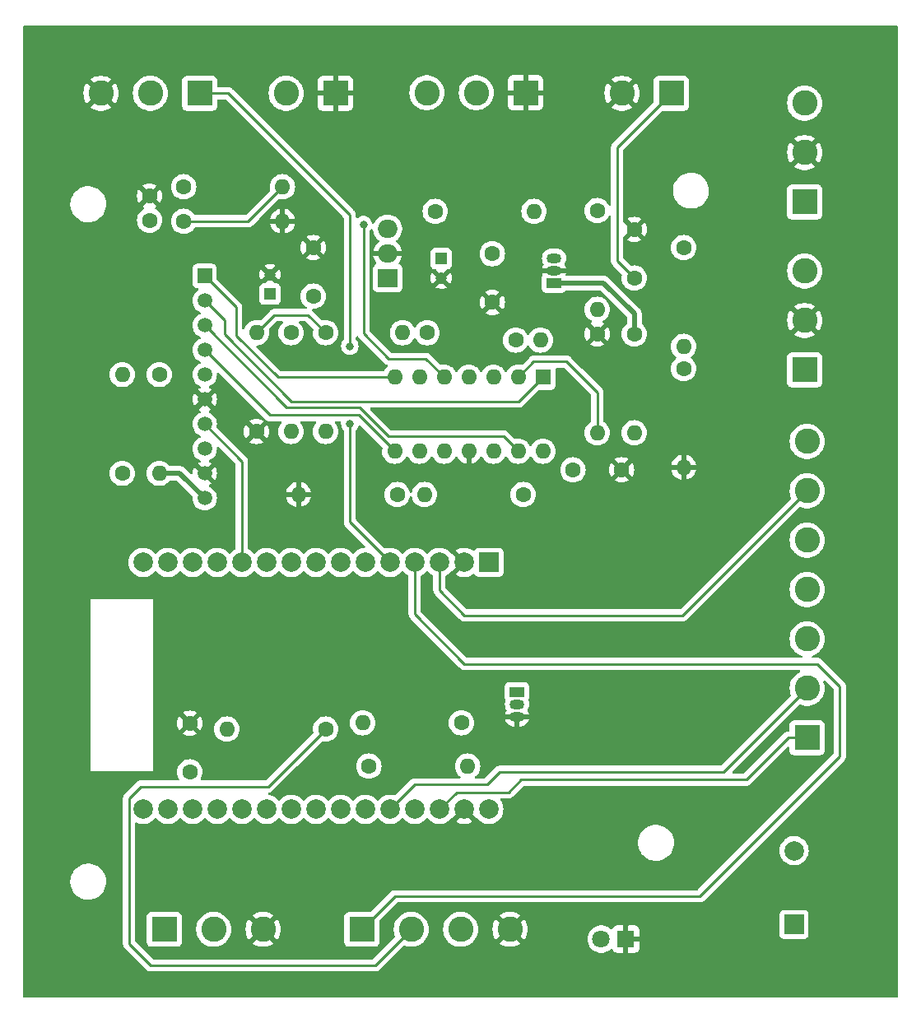
<source format=gbl>
G04 #@! TF.GenerationSoftware,KiCad,Pcbnew,(7.0.0)*
G04 #@! TF.CreationDate,2023-03-16T01:16:54+05:30*
G04 #@! TF.ProjectId,final_year v1.0,66696e61-6c5f-4796-9561-722076312e30,rev?*
G04 #@! TF.SameCoordinates,Original*
G04 #@! TF.FileFunction,Copper,L2,Bot*
G04 #@! TF.FilePolarity,Positive*
%FSLAX46Y46*%
G04 Gerber Fmt 4.6, Leading zero omitted, Abs format (unit mm)*
G04 Created by KiCad (PCBNEW (7.0.0)) date 2023-03-16 01:16:54*
%MOMM*%
%LPD*%
G01*
G04 APERTURE LIST*
G04 #@! TA.AperFunction,ComponentPad*
%ADD10C,1.600000*%
G04 #@! TD*
G04 #@! TA.AperFunction,ComponentPad*
%ADD11O,1.600000X1.600000*%
G04 #@! TD*
G04 #@! TA.AperFunction,ComponentPad*
%ADD12R,2.600000X2.600000*%
G04 #@! TD*
G04 #@! TA.AperFunction,ComponentPad*
%ADD13C,2.600000*%
G04 #@! TD*
G04 #@! TA.AperFunction,ComponentPad*
%ADD14R,2.000000X1.905000*%
G04 #@! TD*
G04 #@! TA.AperFunction,ComponentPad*
%ADD15O,2.000000X1.905000*%
G04 #@! TD*
G04 #@! TA.AperFunction,ComponentPad*
%ADD16R,1.200000X1.200000*%
G04 #@! TD*
G04 #@! TA.AperFunction,ComponentPad*
%ADD17C,1.200000*%
G04 #@! TD*
G04 #@! TA.AperFunction,ComponentPad*
%ADD18R,1.800000X1.800000*%
G04 #@! TD*
G04 #@! TA.AperFunction,ComponentPad*
%ADD19C,1.800000*%
G04 #@! TD*
G04 #@! TA.AperFunction,ComponentPad*
%ADD20R,1.500000X1.050000*%
G04 #@! TD*
G04 #@! TA.AperFunction,ComponentPad*
%ADD21O,1.500000X1.050000*%
G04 #@! TD*
G04 #@! TA.AperFunction,ComponentPad*
%ADD22R,1.508000X1.508000*%
G04 #@! TD*
G04 #@! TA.AperFunction,ComponentPad*
%ADD23C,1.508000*%
G04 #@! TD*
G04 #@! TA.AperFunction,ComponentPad*
%ADD24R,2.000000X2.000000*%
G04 #@! TD*
G04 #@! TA.AperFunction,ComponentPad*
%ADD25C,2.000000*%
G04 #@! TD*
G04 #@! TA.AperFunction,ComponentPad*
%ADD26R,1.600000X1.600000*%
G04 #@! TD*
G04 #@! TA.AperFunction,ViaPad*
%ADD27C,0.800000*%
G04 #@! TD*
G04 #@! TA.AperFunction,Conductor*
%ADD28C,0.508000*%
G04 #@! TD*
G04 #@! TA.AperFunction,Conductor*
%ADD29C,0.254000*%
G04 #@! TD*
G04 APERTURE END LIST*
D10*
X28585000Y-28665000D03*
D11*
X38744999Y-28664999D03*
D12*
X92455999Y-47497999D03*
D13*
X92456000Y-42418000D03*
X92456000Y-37338000D03*
D14*
X49550999Y-38069999D03*
D15*
X49550999Y-35529999D03*
X49550999Y-32989999D03*
D10*
X80010000Y-47371000D03*
D11*
X80009999Y-57530999D03*
D16*
X37464999Y-39707599D03*
D17*
X37465000Y-37707600D03*
D10*
X39624000Y-43688000D03*
D11*
X39623999Y-53847999D03*
D10*
X47625000Y-88265000D03*
D11*
X57784999Y-88264999D03*
D12*
X46904999Y-105064999D03*
D13*
X51985000Y-105065000D03*
X57065000Y-105065000D03*
X62145000Y-105065000D03*
D12*
X63753999Y-18998999D03*
D13*
X58674000Y-18999000D03*
X53594000Y-18999000D03*
D10*
X50546000Y-60325000D03*
D11*
X40385999Y-60324999D03*
D10*
X63500000Y-60325000D03*
D11*
X53339999Y-60324999D03*
D10*
X43180000Y-84455000D03*
D11*
X33019999Y-84454999D03*
D10*
X62738000Y-44450000D03*
D11*
X65277999Y-44449999D03*
D10*
X22255000Y-58145000D03*
D11*
X22254999Y-47984999D03*
D10*
X43180000Y-43688000D03*
D11*
X43179999Y-53847999D03*
D10*
X71120000Y-31115000D03*
D11*
X71119999Y-41274999D03*
D10*
X26065000Y-47985000D03*
D11*
X26064999Y-58144999D03*
D12*
X26579999Y-105064999D03*
D13*
X31660000Y-105065000D03*
X36740000Y-105065000D03*
D18*
X74064999Y-106064999D03*
D19*
X71525000Y-106065000D03*
D16*
X55064999Y-36064999D03*
D17*
X55065000Y-38065000D03*
D10*
X60325000Y-35560000D03*
X60325000Y-40560000D03*
D20*
X66674999Y-38567999D03*
D21*
X66674999Y-37297999D03*
X66674999Y-36027999D03*
D12*
X30225999Y-19049999D03*
D13*
X25146000Y-19050000D03*
X20066000Y-19050000D03*
D22*
X30733999Y-37845999D03*
D23*
X30734000Y-40386000D03*
X30734000Y-42926000D03*
X30734000Y-45466000D03*
X30734000Y-48006000D03*
X30734000Y-50546000D03*
X30734000Y-53086000D03*
X30734000Y-55626000D03*
X30734000Y-58166000D03*
X30734000Y-60706000D03*
D10*
X25065000Y-32115000D03*
X25065000Y-29615000D03*
D12*
X92709999Y-85343999D03*
D13*
X92710000Y-80264000D03*
X92710000Y-75184000D03*
X92710000Y-70104000D03*
X92710000Y-65024000D03*
X92710000Y-59944000D03*
X92710000Y-54864000D03*
D20*
X62864999Y-80644999D03*
D21*
X62864999Y-81914999D03*
X62864999Y-83184999D03*
D10*
X29210000Y-88860000D03*
X29210000Y-83860000D03*
X28585000Y-32221000D03*
D11*
X38744999Y-32220999D03*
D12*
X44195999Y-19049999D03*
D13*
X39116000Y-19050000D03*
D10*
X74930000Y-43815000D03*
D11*
X74929999Y-53974999D03*
D12*
X92455999Y-30225999D03*
D13*
X92456000Y-25146000D03*
X92456000Y-20066000D03*
D10*
X74930000Y-33060000D03*
X74930000Y-38060000D03*
D12*
X78739999Y-19049999D03*
D13*
X73660000Y-19050000D03*
D10*
X53623000Y-43688000D03*
D11*
X51082999Y-43687999D03*
D10*
X36068000Y-53848000D03*
D11*
X36067999Y-43687999D03*
D24*
X59964999Y-67309999D03*
D25*
X57425000Y-67310000D03*
X54885000Y-67310000D03*
X52345000Y-67310000D03*
X49805000Y-67310000D03*
X47265000Y-67310000D03*
X44725000Y-67310000D03*
X42185000Y-67310000D03*
X39645000Y-67310000D03*
X37105000Y-67310000D03*
X34565000Y-67310000D03*
X32025000Y-67310000D03*
X29485000Y-67310000D03*
X26945000Y-67310000D03*
X24405000Y-67310000D03*
X24405000Y-92710000D03*
X26945000Y-92710000D03*
X29485000Y-92710000D03*
X32025000Y-92710000D03*
X34565000Y-92710000D03*
X37105000Y-92710000D03*
X39645000Y-92710000D03*
X42185000Y-92710000D03*
X44725000Y-92710000D03*
X47265000Y-92710000D03*
X49805000Y-92710000D03*
X52345000Y-92710000D03*
X54885000Y-92710000D03*
X57425000Y-92710000D03*
X59965000Y-92710000D03*
D10*
X71120000Y-43815000D03*
D11*
X71119999Y-53974999D03*
D10*
X54448000Y-31202000D03*
D11*
X64607999Y-31201999D03*
D10*
X57150000Y-83820000D03*
D11*
X46989999Y-83819999D03*
D10*
X41910000Y-39925000D03*
X41910000Y-34925000D03*
D26*
X65531999Y-48259999D03*
D11*
X62991999Y-48259999D03*
X60451999Y-48259999D03*
X57911999Y-48259999D03*
X55371999Y-48259999D03*
X52831999Y-48259999D03*
X50291999Y-48259999D03*
X50291999Y-55879999D03*
X52831999Y-55879999D03*
X55371999Y-55879999D03*
X57911999Y-55879999D03*
X60451999Y-55879999D03*
X62991999Y-55879999D03*
X65531999Y-55879999D03*
D24*
X91364999Y-104564999D03*
D25*
X91365000Y-96965000D03*
D10*
X68620000Y-57785000D03*
X73620000Y-57785000D03*
X80010000Y-34925000D03*
D11*
X80009999Y-45084999D03*
D27*
X45665000Y-53065000D03*
X45665000Y-45065000D03*
X47065000Y-32565000D03*
D28*
X28173000Y-58145000D02*
X30734000Y-60706000D01*
X26065000Y-58145000D02*
X28173000Y-58145000D01*
D29*
X92710000Y-59944000D02*
X79889000Y-72765000D01*
X57465000Y-72765000D02*
X54885000Y-70185000D01*
X79889000Y-72765000D02*
X57465000Y-72765000D01*
X54885000Y-70185000D02*
X54885000Y-67310000D01*
X61065000Y-88865000D02*
X84109000Y-88865000D01*
X84109000Y-88865000D02*
X84337000Y-88637000D01*
X52350000Y-90165000D02*
X49805000Y-92710000D01*
X59765000Y-90165000D02*
X61065000Y-88865000D01*
X52350000Y-90165000D02*
X59765000Y-90165000D01*
X92710000Y-80264000D02*
X84337000Y-88637000D01*
X56630000Y-90965000D02*
X61965000Y-90965000D01*
X61965000Y-90965000D02*
X63265000Y-89665000D01*
X90786000Y-85344000D02*
X86465000Y-89665000D01*
X63265000Y-89665000D02*
X86465000Y-89665000D01*
X54885000Y-92710000D02*
X56630000Y-90965000D01*
X92710000Y-85344000D02*
X90786000Y-85344000D01*
X93765000Y-77765000D02*
X57465000Y-77765000D01*
X96065000Y-80065000D02*
X93765000Y-77765000D01*
X46905000Y-105065000D02*
X50305000Y-101665000D01*
X52345000Y-72645000D02*
X52345000Y-67310000D01*
X57465000Y-77765000D02*
X52345000Y-72645000D01*
X81665000Y-101665000D02*
X96065000Y-87265000D01*
X96065000Y-87265000D02*
X96065000Y-80065000D01*
X50305000Y-101665000D02*
X81665000Y-101665000D01*
X51985000Y-105065000D02*
X48285000Y-108765000D01*
X24175864Y-90359000D02*
X37276000Y-90359000D01*
X22965000Y-91569864D02*
X24175864Y-90359000D01*
X48285000Y-108765000D02*
X25165000Y-108765000D01*
X22965000Y-106565000D02*
X22965000Y-91569864D01*
X25165000Y-108765000D02*
X22965000Y-106565000D01*
X37276000Y-90359000D02*
X43180000Y-84455000D01*
X45665000Y-45065000D02*
X45665000Y-31565000D01*
X33150000Y-19050000D02*
X30226000Y-19050000D01*
X49805000Y-67310000D02*
X45665000Y-63170000D01*
X45665000Y-31565000D02*
X33150000Y-19050000D01*
X45665000Y-63170000D02*
X45665000Y-53065000D01*
D28*
X74930000Y-41730000D02*
X71768000Y-38568000D01*
X71768000Y-38568000D02*
X66675000Y-38568000D01*
X74930000Y-43815000D02*
X74930000Y-41730000D01*
D29*
X34565000Y-67310000D02*
X34565000Y-56917000D01*
X34565000Y-56917000D02*
X30734000Y-53086000D01*
X71120000Y-49820000D02*
X71120000Y-53975000D01*
X64587000Y-46665000D02*
X67965000Y-46665000D01*
X62992000Y-48260000D02*
X64587000Y-46665000D01*
X67965000Y-46665000D02*
X71120000Y-49820000D01*
X37891000Y-41865000D02*
X41357000Y-41865000D01*
X36068000Y-43688000D02*
X37891000Y-41865000D01*
X41357000Y-41865000D02*
X43180000Y-43688000D01*
X38260000Y-48260000D02*
X50292000Y-48260000D01*
X30734000Y-37846000D02*
X33965000Y-41077000D01*
X33965000Y-41077000D02*
X33965000Y-43965000D01*
X33965000Y-43965000D02*
X38260000Y-48260000D01*
X32765000Y-43865000D02*
X32765000Y-42417000D01*
X32765000Y-42417000D02*
X30734000Y-40386000D01*
X39665000Y-50765000D02*
X32765000Y-43865000D01*
X65532000Y-48260000D02*
X63027000Y-50765000D01*
X63027000Y-50765000D02*
X39665000Y-50765000D01*
X46577000Y-52165000D02*
X37433000Y-52165000D01*
X37433000Y-52165000D02*
X30734000Y-45466000D01*
X50292000Y-55880000D02*
X46577000Y-52165000D01*
X62992000Y-55880000D02*
X61477000Y-54365000D01*
X46665000Y-51365000D02*
X39173000Y-51365000D01*
X39173000Y-51365000D02*
X30734000Y-42926000D01*
X61477000Y-54365000D02*
X49665000Y-54365000D01*
X49665000Y-54365000D02*
X46665000Y-51365000D01*
X47065000Y-43765000D02*
X47065000Y-32565000D01*
X53477000Y-46365000D02*
X49665000Y-46365000D01*
X35189000Y-32221000D02*
X38745000Y-28665000D01*
X55372000Y-48260000D02*
X53477000Y-46365000D01*
X28585000Y-32221000D02*
X35189000Y-32221000D01*
X49665000Y-46365000D02*
X47065000Y-43765000D01*
X74930000Y-38060000D02*
X73165000Y-36295000D01*
X73165000Y-36295000D02*
X73165000Y-24625000D01*
X73165000Y-24625000D02*
X78740000Y-19050000D01*
G04 #@! TA.AperFunction,Conductor*
G36*
X102002500Y-12082113D02*
G01*
X102047887Y-12127500D01*
X102064500Y-12189500D01*
X102064500Y-111940500D01*
X102047887Y-112002500D01*
X102002500Y-112047887D01*
X101940500Y-112064500D01*
X12189500Y-112064500D01*
X12127500Y-112047887D01*
X12082113Y-112002500D01*
X12065500Y-111940500D01*
X12065500Y-100232765D01*
X16910788Y-100232765D01*
X16911282Y-100237262D01*
X16911283Y-100237267D01*
X16939917Y-100497506D01*
X16939918Y-100497513D01*
X16940414Y-100502018D01*
X16941559Y-100506398D01*
X16941561Y-100506408D01*
X16973830Y-100629838D01*
X17008928Y-100764088D01*
X17010693Y-100768242D01*
X17010696Y-100768250D01*
X17109682Y-101001181D01*
X17114870Y-101013390D01*
X17117226Y-101017251D01*
X17117229Y-101017256D01*
X17234830Y-101209951D01*
X17255982Y-101244610D01*
X17429255Y-101452820D01*
X17432630Y-101455844D01*
X17432631Y-101455845D01*
X17537330Y-101549656D01*
X17630998Y-101633582D01*
X17856910Y-101783044D01*
X18102176Y-101898020D01*
X18361569Y-101976060D01*
X18629561Y-102015500D01*
X18830369Y-102015500D01*
X18832631Y-102015500D01*
X19035156Y-102000677D01*
X19299553Y-101941780D01*
X19552558Y-101845014D01*
X19788777Y-101712441D01*
X20003177Y-101546888D01*
X20191186Y-101351881D01*
X20348799Y-101131579D01*
X20472656Y-100890675D01*
X20560118Y-100634305D01*
X20609319Y-100367933D01*
X20619212Y-100097235D01*
X20589586Y-99827982D01*
X20521072Y-99565912D01*
X20415130Y-99316610D01*
X20274018Y-99085390D01*
X20100745Y-98877180D01*
X19995759Y-98783112D01*
X19902382Y-98699446D01*
X19902378Y-98699442D01*
X19899002Y-98696418D01*
X19673090Y-98546956D01*
X19668996Y-98545036D01*
X19668991Y-98545034D01*
X19431929Y-98433904D01*
X19431925Y-98433902D01*
X19427824Y-98431980D01*
X19423477Y-98430672D01*
X19423474Y-98430671D01*
X19172772Y-98355246D01*
X19172771Y-98355245D01*
X19168431Y-98353940D01*
X19163957Y-98353281D01*
X19163950Y-98353280D01*
X18904913Y-98315158D01*
X18904907Y-98315157D01*
X18900439Y-98314500D01*
X18697369Y-98314500D01*
X18695120Y-98314664D01*
X18695109Y-98314665D01*
X18499363Y-98328992D01*
X18499359Y-98328992D01*
X18494844Y-98329323D01*
X18490426Y-98330307D01*
X18490420Y-98330308D01*
X18234877Y-98387232D01*
X18234861Y-98387236D01*
X18230447Y-98388220D01*
X18226216Y-98389838D01*
X18226210Y-98389840D01*
X17981673Y-98483367D01*
X17981663Y-98483371D01*
X17977442Y-98484986D01*
X17973494Y-98487201D01*
X17973489Y-98487204D01*
X17745176Y-98615340D01*
X17745171Y-98615343D01*
X17741223Y-98617559D01*
X17737639Y-98620325D01*
X17737635Y-98620329D01*
X17530407Y-98780343D01*
X17530394Y-98780354D01*
X17526823Y-98783112D01*
X17523685Y-98786366D01*
X17523678Y-98786373D01*
X17341958Y-98974857D01*
X17341952Y-98974864D01*
X17338814Y-98978119D01*
X17336189Y-98981787D01*
X17336179Y-98981800D01*
X17183834Y-99194740D01*
X17183830Y-99194745D01*
X17181201Y-99198421D01*
X17179132Y-99202444D01*
X17179129Y-99202450D01*
X17059416Y-99435293D01*
X17059411Y-99435304D01*
X17057344Y-99439325D01*
X17055884Y-99443602D01*
X17055879Y-99443616D01*
X16971348Y-99691395D01*
X16971344Y-99691407D01*
X16969882Y-99695695D01*
X16969057Y-99700159D01*
X16969057Y-99700161D01*
X16921504Y-99957606D01*
X16921502Y-99957619D01*
X16920681Y-99962067D01*
X16920515Y-99966593D01*
X16920515Y-99966599D01*
X16915576Y-100101762D01*
X16910788Y-100232765D01*
X12065500Y-100232765D01*
X12065500Y-91549997D01*
X22332825Y-91549997D01*
X22333559Y-91557762D01*
X22333559Y-91557764D01*
X22336950Y-91593633D01*
X22337500Y-91605303D01*
X22337500Y-106486955D01*
X22336976Y-106498066D01*
X22335320Y-106505477D01*
X22335565Y-106513274D01*
X22335565Y-106513275D01*
X22337439Y-106572919D01*
X22337500Y-106576813D01*
X22337500Y-106604476D01*
X22337988Y-106608343D01*
X22337989Y-106608354D01*
X22338007Y-106608494D01*
X22338921Y-106620117D01*
X22340053Y-106656144D01*
X22340054Y-106656150D01*
X22340299Y-106663943D01*
X22342474Y-106671432D01*
X22342475Y-106671433D01*
X22345917Y-106683280D01*
X22349860Y-106702324D01*
X22351404Y-106714548D01*
X22351407Y-106714559D01*
X22352384Y-106722293D01*
X22355253Y-106729541D01*
X22355256Y-106729550D01*
X22368519Y-106763050D01*
X22372302Y-106774097D01*
X22384532Y-106816191D01*
X22388502Y-106822903D01*
X22388503Y-106822906D01*
X22394776Y-106833513D01*
X22403336Y-106850985D01*
X22406874Y-106859920D01*
X22410747Y-106869703D01*
X22415332Y-106876014D01*
X22415334Y-106876017D01*
X22436512Y-106905167D01*
X22442924Y-106914928D01*
X22461264Y-106945939D01*
X22461266Y-106945942D01*
X22465237Y-106952656D01*
X22470755Y-106958174D01*
X22479471Y-106966890D01*
X22492103Y-106981679D01*
X22503937Y-106997967D01*
X22509947Y-107002938D01*
X22509949Y-107002941D01*
X22537705Y-107025902D01*
X22546346Y-107033765D01*
X24666104Y-109153523D01*
X24673591Y-109161751D01*
X24677660Y-109168162D01*
X24683344Y-109173499D01*
X24683346Y-109173502D01*
X24726846Y-109214351D01*
X24729642Y-109217061D01*
X24749204Y-109236623D01*
X24752295Y-109239020D01*
X24752399Y-109239101D01*
X24761278Y-109246685D01*
X24765378Y-109250535D01*
X24793233Y-109276693D01*
X24810881Y-109286394D01*
X24827139Y-109297075D01*
X24836871Y-109304625D01*
X24836875Y-109304627D01*
X24843038Y-109309408D01*
X24872424Y-109322124D01*
X24883260Y-109326813D01*
X24893751Y-109331952D01*
X24932166Y-109353072D01*
X24951663Y-109358077D01*
X24970063Y-109364377D01*
X24988542Y-109372374D01*
X25031847Y-109379232D01*
X25043270Y-109381598D01*
X25085728Y-109392500D01*
X25105859Y-109392500D01*
X25125257Y-109394027D01*
X25145133Y-109397175D01*
X25188768Y-109393050D01*
X25200439Y-109392500D01*
X48206955Y-109392500D01*
X48218066Y-109393023D01*
X48225477Y-109394680D01*
X48292918Y-109392561D01*
X48296813Y-109392500D01*
X48320574Y-109392500D01*
X48324476Y-109392500D01*
X48328482Y-109391993D01*
X48340113Y-109391077D01*
X48383943Y-109389701D01*
X48403277Y-109384083D01*
X48422332Y-109380137D01*
X48429514Y-109379230D01*
X48442293Y-109377616D01*
X48475720Y-109364381D01*
X48483042Y-109361482D01*
X48494092Y-109357698D01*
X48536191Y-109345468D01*
X48553515Y-109335221D01*
X48570989Y-109326661D01*
X48589703Y-109319253D01*
X48625177Y-109293478D01*
X48634915Y-109287081D01*
X48672656Y-109264763D01*
X48686891Y-109250527D01*
X48701678Y-109237897D01*
X48717967Y-109226063D01*
X48745913Y-109192279D01*
X48753756Y-109183661D01*
X51172919Y-106764498D01*
X51215295Y-106736753D01*
X51265234Y-106728268D01*
X51314399Y-106740460D01*
X51325359Y-106745738D01*
X51583228Y-106825280D01*
X51850071Y-106865500D01*
X52115292Y-106865500D01*
X52119929Y-106865500D01*
X52386772Y-106825280D01*
X52644641Y-106745738D01*
X52887775Y-106628651D01*
X53110741Y-106476635D01*
X53308561Y-106293085D01*
X53476815Y-106082102D01*
X53611743Y-105848398D01*
X53710334Y-105597195D01*
X53770383Y-105334103D01*
X53790549Y-105065000D01*
X55259451Y-105065000D01*
X55259798Y-105069630D01*
X55259798Y-105069631D01*
X55269423Y-105198077D01*
X55279617Y-105334103D01*
X55280647Y-105338616D01*
X55280648Y-105338622D01*
X55338598Y-105592515D01*
X55339666Y-105597195D01*
X55341362Y-105601518D01*
X55341363Y-105601519D01*
X55418741Y-105798674D01*
X55438257Y-105848398D01*
X55573185Y-106082102D01*
X55741439Y-106293085D01*
X55858673Y-106401862D01*
X55866958Y-106409550D01*
X55939259Y-106476635D01*
X56162226Y-106628651D01*
X56405359Y-106745738D01*
X56409787Y-106747103D01*
X56409790Y-106747105D01*
X56534293Y-106785508D01*
X56663228Y-106825280D01*
X56930071Y-106865500D01*
X57195292Y-106865500D01*
X57199929Y-106865500D01*
X57466772Y-106825280D01*
X57724641Y-106745738D01*
X57967775Y-106628651D01*
X58151557Y-106503350D01*
X61063604Y-106503350D01*
X61071150Y-106511408D01*
X61238641Y-106625601D01*
X61246662Y-106630232D01*
X61481362Y-106743258D01*
X61489973Y-106746638D01*
X61738908Y-106823424D01*
X61747924Y-106825482D01*
X62005523Y-106864308D01*
X62014746Y-106865000D01*
X62275254Y-106865000D01*
X62284476Y-106864308D01*
X62542075Y-106825482D01*
X62551091Y-106823424D01*
X62800027Y-106746637D01*
X62808637Y-106743258D01*
X63043340Y-106630231D01*
X63051359Y-106625601D01*
X63218846Y-106511409D01*
X63226394Y-106503350D01*
X63220477Y-106494030D01*
X62156542Y-105430095D01*
X62145000Y-105423431D01*
X62133457Y-105430095D01*
X61069521Y-106494030D01*
X61063604Y-106503350D01*
X58151557Y-106503350D01*
X58190741Y-106476635D01*
X58388561Y-106293085D01*
X58556815Y-106082102D01*
X58691743Y-105848398D01*
X58790334Y-105597195D01*
X58850383Y-105334103D01*
X58870202Y-105069630D01*
X60340300Y-105069630D01*
X60359767Y-105329399D01*
X60361146Y-105338552D01*
X60419111Y-105592515D01*
X60421844Y-105601375D01*
X60517011Y-105843856D01*
X60521030Y-105852202D01*
X60651278Y-106077798D01*
X60656496Y-106085450D01*
X60696379Y-106135462D01*
X60707615Y-106143435D01*
X60719674Y-106136771D01*
X61779904Y-105076542D01*
X61786568Y-105065000D01*
X62503431Y-105065000D01*
X62510095Y-105076542D01*
X63570325Y-106136772D01*
X63582382Y-106143436D01*
X63593619Y-106135463D01*
X63633507Y-106085445D01*
X63638719Y-106077800D01*
X63646109Y-106065000D01*
X70119700Y-106065000D01*
X70120124Y-106070117D01*
X70138441Y-106291186D01*
X70138442Y-106291195D01*
X70138866Y-106296305D01*
X70140123Y-106301272D01*
X70140125Y-106301279D01*
X70188937Y-106494030D01*
X70195843Y-106521300D01*
X70197903Y-106525996D01*
X70287016Y-106729154D01*
X70287019Y-106729159D01*
X70289076Y-106733849D01*
X70334568Y-106803480D01*
X70413219Y-106923865D01*
X70413222Y-106923869D01*
X70416021Y-106928153D01*
X70573216Y-107098913D01*
X70577262Y-107102062D01*
X70577263Y-107102063D01*
X70664794Y-107170191D01*
X70756374Y-107241470D01*
X70960497Y-107351936D01*
X71180019Y-107427298D01*
X71408951Y-107465500D01*
X71635916Y-107465500D01*
X71641049Y-107465500D01*
X71869981Y-107427298D01*
X72089503Y-107351936D01*
X72293626Y-107241470D01*
X72476784Y-107098913D01*
X72485510Y-107089433D01*
X72538132Y-107055578D01*
X72600587Y-107051728D01*
X72656970Y-107078866D01*
X72692924Y-107130080D01*
X72718548Y-107198779D01*
X72726962Y-107214189D01*
X72802498Y-107315092D01*
X72814907Y-107327501D01*
X72915810Y-107403037D01*
X72931222Y-107411452D01*
X73050358Y-107455888D01*
X73065332Y-107459426D01*
X73113885Y-107464646D01*
X73120482Y-107465000D01*
X73798674Y-107465000D01*
X73811549Y-107461549D01*
X73815000Y-107448674D01*
X74315000Y-107448674D01*
X74318450Y-107461549D01*
X74331326Y-107465000D01*
X75009518Y-107465000D01*
X75016114Y-107464646D01*
X75064667Y-107459426D01*
X75079641Y-107455888D01*
X75198777Y-107411452D01*
X75214189Y-107403037D01*
X75315092Y-107327501D01*
X75327501Y-107315092D01*
X75403037Y-107214189D01*
X75411452Y-107198777D01*
X75455888Y-107079641D01*
X75459426Y-107064667D01*
X75464646Y-107016114D01*
X75465000Y-107009518D01*
X75465000Y-106331326D01*
X75461549Y-106318450D01*
X75448674Y-106315000D01*
X74331326Y-106315000D01*
X74318450Y-106318450D01*
X74315000Y-106331326D01*
X74315000Y-107448674D01*
X73815000Y-107448674D01*
X73815000Y-105798674D01*
X74315000Y-105798674D01*
X74318450Y-105811549D01*
X74331326Y-105815000D01*
X75448674Y-105815000D01*
X75461549Y-105811549D01*
X75465000Y-105798674D01*
X75465000Y-105609578D01*
X89864500Y-105609578D01*
X89864501Y-105612872D01*
X89864853Y-105616150D01*
X89864854Y-105616161D01*
X89870079Y-105664768D01*
X89870080Y-105664773D01*
X89870909Y-105672483D01*
X89873619Y-105679749D01*
X89873620Y-105679753D01*
X89896528Y-105741171D01*
X89921204Y-105807331D01*
X90007454Y-105922546D01*
X90122669Y-106008796D01*
X90257517Y-106059091D01*
X90317127Y-106065500D01*
X92412872Y-106065499D01*
X92472483Y-106059091D01*
X92607331Y-106008796D01*
X92722546Y-105922546D01*
X92808796Y-105807331D01*
X92859091Y-105672483D01*
X92865500Y-105612873D01*
X92865499Y-103517128D01*
X92859091Y-103457517D01*
X92808796Y-103322669D01*
X92722546Y-103207454D01*
X92607331Y-103121204D01*
X92472483Y-103070909D01*
X92464770Y-103070079D01*
X92464767Y-103070079D01*
X92416180Y-103064855D01*
X92416169Y-103064854D01*
X92412873Y-103064500D01*
X92409550Y-103064500D01*
X90320439Y-103064500D01*
X90320420Y-103064500D01*
X90317128Y-103064501D01*
X90313850Y-103064853D01*
X90313838Y-103064854D01*
X90265231Y-103070079D01*
X90265225Y-103070080D01*
X90257517Y-103070909D01*
X90250252Y-103073618D01*
X90250246Y-103073620D01*
X90130980Y-103118104D01*
X90130978Y-103118104D01*
X90122669Y-103121204D01*
X90115572Y-103126516D01*
X90115568Y-103126519D01*
X90014550Y-103202141D01*
X90014546Y-103202144D01*
X90007454Y-103207454D01*
X90002144Y-103214546D01*
X90002141Y-103214550D01*
X89926519Y-103315568D01*
X89926516Y-103315572D01*
X89921204Y-103322669D01*
X89918104Y-103330978D01*
X89918104Y-103330980D01*
X89873620Y-103450247D01*
X89873619Y-103450250D01*
X89870909Y-103457517D01*
X89870079Y-103465227D01*
X89870079Y-103465232D01*
X89864855Y-103513819D01*
X89864854Y-103513831D01*
X89864500Y-103517127D01*
X89864500Y-103520448D01*
X89864500Y-103520449D01*
X89864500Y-105609560D01*
X89864500Y-105609578D01*
X75465000Y-105609578D01*
X75465000Y-105120482D01*
X75464646Y-105113885D01*
X75459426Y-105065332D01*
X75455888Y-105050358D01*
X75411452Y-104931222D01*
X75403037Y-104915810D01*
X75327501Y-104814907D01*
X75315092Y-104802498D01*
X75214189Y-104726962D01*
X75198777Y-104718547D01*
X75079641Y-104674111D01*
X75064667Y-104670573D01*
X75016114Y-104665353D01*
X75009518Y-104665000D01*
X74331326Y-104665000D01*
X74318450Y-104668450D01*
X74315000Y-104681326D01*
X74315000Y-105798674D01*
X73815000Y-105798674D01*
X73815000Y-104681326D01*
X73811549Y-104668450D01*
X73798674Y-104665000D01*
X73120482Y-104665000D01*
X73113885Y-104665353D01*
X73065332Y-104670573D01*
X73050358Y-104674111D01*
X72931222Y-104718547D01*
X72915810Y-104726962D01*
X72814907Y-104802498D01*
X72802498Y-104814907D01*
X72726962Y-104915810D01*
X72718545Y-104931224D01*
X72692923Y-104999920D01*
X72656971Y-105051133D01*
X72600590Y-105078270D01*
X72538136Y-105074422D01*
X72485513Y-105040569D01*
X72480258Y-105034861D01*
X72480257Y-105034860D01*
X72476784Y-105031087D01*
X72436740Y-104999920D01*
X72297672Y-104891679D01*
X72297671Y-104891678D01*
X72293626Y-104888530D01*
X72157583Y-104814907D01*
X72094007Y-104780501D01*
X72094002Y-104780499D01*
X72089503Y-104778064D01*
X72084657Y-104776400D01*
X72084654Y-104776399D01*
X71874834Y-104704368D01*
X71874833Y-104704367D01*
X71869981Y-104702702D01*
X71864931Y-104701859D01*
X71864922Y-104701857D01*
X71646111Y-104665344D01*
X71646102Y-104665343D01*
X71641049Y-104664500D01*
X71408951Y-104664500D01*
X71403898Y-104665343D01*
X71403888Y-104665344D01*
X71185077Y-104701857D01*
X71185065Y-104701859D01*
X71180019Y-104702702D01*
X71175169Y-104704366D01*
X71175165Y-104704368D01*
X70965345Y-104776399D01*
X70965337Y-104776402D01*
X70960497Y-104778064D01*
X70956001Y-104780496D01*
X70955992Y-104780501D01*
X70760882Y-104886090D01*
X70760878Y-104886092D01*
X70756374Y-104888530D01*
X70752334Y-104891674D01*
X70752327Y-104891679D01*
X70577263Y-105027936D01*
X70577255Y-105027943D01*
X70573216Y-105031087D01*
X70569746Y-105034855D01*
X70569742Y-105034860D01*
X70419491Y-105198077D01*
X70419488Y-105198080D01*
X70416021Y-105201847D01*
X70413226Y-105206124D01*
X70413219Y-105206134D01*
X70291878Y-105391862D01*
X70289076Y-105396151D01*
X70287021Y-105400835D01*
X70287016Y-105400845D01*
X70197903Y-105604003D01*
X70195843Y-105608700D01*
X70194585Y-105613665D01*
X70194584Y-105613670D01*
X70140125Y-105828720D01*
X70140123Y-105828729D01*
X70138866Y-105833695D01*
X70138442Y-105838802D01*
X70138441Y-105838813D01*
X70124357Y-106008796D01*
X70119700Y-106065000D01*
X63646109Y-106065000D01*
X63768969Y-105852202D01*
X63772988Y-105843856D01*
X63868155Y-105601375D01*
X63870888Y-105592515D01*
X63928853Y-105338552D01*
X63930232Y-105329399D01*
X63949700Y-105069630D01*
X63949700Y-105060370D01*
X63930232Y-104800600D01*
X63928853Y-104791447D01*
X63870888Y-104537484D01*
X63868155Y-104528624D01*
X63772988Y-104286143D01*
X63768969Y-104277797D01*
X63638721Y-104052201D01*
X63633503Y-104044549D01*
X63593619Y-103994536D01*
X63582382Y-103986562D01*
X63570325Y-103993226D01*
X62510095Y-105053457D01*
X62503431Y-105065000D01*
X61786568Y-105065000D01*
X61779904Y-105053457D01*
X60719674Y-103993227D01*
X60707615Y-103986562D01*
X60696380Y-103994534D01*
X60656488Y-104044558D01*
X60651282Y-104052195D01*
X60521030Y-104277797D01*
X60517011Y-104286143D01*
X60421844Y-104528624D01*
X60419111Y-104537484D01*
X60361146Y-104791447D01*
X60359767Y-104800600D01*
X60340300Y-105060370D01*
X60340300Y-105069630D01*
X58870202Y-105069630D01*
X58870549Y-105065000D01*
X58850383Y-104795897D01*
X58790334Y-104532805D01*
X58691743Y-104281602D01*
X58556815Y-104047898D01*
X58388561Y-103836915D01*
X58289650Y-103745139D01*
X58194146Y-103656524D01*
X58194143Y-103656521D01*
X58190741Y-103653365D01*
X58186912Y-103650754D01*
X58186909Y-103650752D01*
X58151555Y-103626648D01*
X61063603Y-103626648D01*
X61069519Y-103635966D01*
X62133457Y-104699904D01*
X62145000Y-104706568D01*
X62156542Y-104699904D01*
X63220477Y-103635968D01*
X63226394Y-103626648D01*
X63218846Y-103618589D01*
X63051360Y-103504398D01*
X63043340Y-103499768D01*
X62808637Y-103386741D01*
X62800027Y-103383362D01*
X62551091Y-103306575D01*
X62542075Y-103304517D01*
X62284476Y-103265691D01*
X62275254Y-103265000D01*
X62014746Y-103265000D01*
X62005523Y-103265691D01*
X61747924Y-103304517D01*
X61738908Y-103306575D01*
X61489973Y-103383361D01*
X61481362Y-103386741D01*
X61246660Y-103499768D01*
X61238639Y-103504399D01*
X61071151Y-103618590D01*
X61063603Y-103626648D01*
X58151555Y-103626648D01*
X58072435Y-103572705D01*
X57967775Y-103501349D01*
X57963589Y-103499333D01*
X57728820Y-103386274D01*
X57728814Y-103386271D01*
X57724641Y-103384262D01*
X57720219Y-103382898D01*
X57720209Y-103382894D01*
X57471202Y-103306086D01*
X57471196Y-103306084D01*
X57466772Y-103304720D01*
X57462195Y-103304030D01*
X57462186Y-103304028D01*
X57204514Y-103265191D01*
X57204513Y-103265190D01*
X57199929Y-103264500D01*
X56930071Y-103264500D01*
X56925487Y-103265190D01*
X56925485Y-103265191D01*
X56667813Y-103304028D01*
X56667801Y-103304030D01*
X56663228Y-103304720D01*
X56658806Y-103306083D01*
X56658797Y-103306086D01*
X56409790Y-103382894D01*
X56409775Y-103382899D01*
X56405359Y-103384262D01*
X56401185Y-103386271D01*
X56401180Y-103386274D01*
X56166411Y-103499333D01*
X56166404Y-103499336D01*
X56162226Y-103501349D01*
X56158393Y-103503962D01*
X56158390Y-103503964D01*
X55943090Y-103650752D01*
X55943080Y-103650759D01*
X55939259Y-103653365D01*
X55935863Y-103656516D01*
X55935853Y-103656524D01*
X55744843Y-103833756D01*
X55744839Y-103833759D01*
X55741439Y-103836915D01*
X55738549Y-103840537D01*
X55738546Y-103840542D01*
X55576077Y-104044271D01*
X55573185Y-104047898D01*
X55570866Y-104051913D01*
X55570865Y-104051916D01*
X55440578Y-104277581D01*
X55440575Y-104277586D01*
X55438257Y-104281602D01*
X55436563Y-104285916D01*
X55436561Y-104285922D01*
X55341363Y-104528480D01*
X55339666Y-104532805D01*
X55338633Y-104537326D01*
X55338632Y-104537333D01*
X55280648Y-104791377D01*
X55280646Y-104791385D01*
X55279617Y-104795897D01*
X55279270Y-104800516D01*
X55279270Y-104800522D01*
X55261282Y-105040569D01*
X55259451Y-105065000D01*
X53790549Y-105065000D01*
X53770383Y-104795897D01*
X53710334Y-104532805D01*
X53611743Y-104281602D01*
X53476815Y-104047898D01*
X53308561Y-103836915D01*
X53209650Y-103745139D01*
X53114146Y-103656524D01*
X53114143Y-103656521D01*
X53110741Y-103653365D01*
X53106912Y-103650754D01*
X53106909Y-103650752D01*
X52992435Y-103572705D01*
X52887775Y-103501349D01*
X52883589Y-103499333D01*
X52648820Y-103386274D01*
X52648814Y-103386271D01*
X52644641Y-103384262D01*
X52640219Y-103382898D01*
X52640209Y-103382894D01*
X52391202Y-103306086D01*
X52391196Y-103306084D01*
X52386772Y-103304720D01*
X52382195Y-103304030D01*
X52382186Y-103304028D01*
X52124514Y-103265191D01*
X52124513Y-103265190D01*
X52119929Y-103264500D01*
X51850071Y-103264500D01*
X51845487Y-103265190D01*
X51845485Y-103265191D01*
X51587813Y-103304028D01*
X51587801Y-103304030D01*
X51583228Y-103304720D01*
X51578806Y-103306083D01*
X51578797Y-103306086D01*
X51329790Y-103382894D01*
X51329775Y-103382899D01*
X51325359Y-103384262D01*
X51321185Y-103386271D01*
X51321180Y-103386274D01*
X51086411Y-103499333D01*
X51086404Y-103499336D01*
X51082226Y-103501349D01*
X51078393Y-103503962D01*
X51078390Y-103503964D01*
X50863090Y-103650752D01*
X50863080Y-103650759D01*
X50859259Y-103653365D01*
X50855863Y-103656516D01*
X50855853Y-103656524D01*
X50664843Y-103833756D01*
X50664839Y-103833759D01*
X50661439Y-103836915D01*
X50658549Y-103840537D01*
X50658546Y-103840542D01*
X50496077Y-104044271D01*
X50493185Y-104047898D01*
X50490866Y-104051913D01*
X50490865Y-104051916D01*
X50360578Y-104277581D01*
X50360575Y-104277586D01*
X50358257Y-104281602D01*
X50356563Y-104285916D01*
X50356561Y-104285922D01*
X50261363Y-104528480D01*
X50259666Y-104532805D01*
X50258633Y-104537326D01*
X50258632Y-104537333D01*
X50200648Y-104791377D01*
X50200646Y-104791385D01*
X50199617Y-104795897D01*
X50199270Y-104800516D01*
X50199270Y-104800522D01*
X50181282Y-105040569D01*
X50179451Y-105065000D01*
X50179798Y-105069630D01*
X50179798Y-105069631D01*
X50189423Y-105198077D01*
X50199617Y-105334103D01*
X50200647Y-105338616D01*
X50200648Y-105338622D01*
X50258598Y-105592515D01*
X50259666Y-105597195D01*
X50261360Y-105601511D01*
X50261364Y-105601524D01*
X50316172Y-105741171D01*
X50324734Y-105788019D01*
X50315007Y-105834639D01*
X50288425Y-105874154D01*
X48061400Y-108101181D01*
X48021172Y-108128061D01*
X47973719Y-108137500D01*
X25476281Y-108137500D01*
X25428828Y-108128061D01*
X25388600Y-108101181D01*
X23696997Y-106409578D01*
X24779500Y-106409578D01*
X24779501Y-106412872D01*
X24779853Y-106416150D01*
X24779854Y-106416161D01*
X24785079Y-106464768D01*
X24785080Y-106464773D01*
X24785909Y-106472483D01*
X24788619Y-106479749D01*
X24788620Y-106479753D01*
X24805868Y-106525996D01*
X24836204Y-106607331D01*
X24922454Y-106722546D01*
X25037669Y-106808796D01*
X25172517Y-106859091D01*
X25232127Y-106865500D01*
X27927872Y-106865499D01*
X27987483Y-106859091D01*
X28122331Y-106808796D01*
X28237546Y-106722546D01*
X28323796Y-106607331D01*
X28374091Y-106472483D01*
X28380500Y-106412873D01*
X28380499Y-105065000D01*
X29854451Y-105065000D01*
X29854798Y-105069630D01*
X29854798Y-105069631D01*
X29864423Y-105198077D01*
X29874617Y-105334103D01*
X29875647Y-105338616D01*
X29875648Y-105338622D01*
X29933598Y-105592515D01*
X29934666Y-105597195D01*
X29936362Y-105601518D01*
X29936363Y-105601519D01*
X30013741Y-105798674D01*
X30033257Y-105848398D01*
X30168185Y-106082102D01*
X30336439Y-106293085D01*
X30453673Y-106401862D01*
X30461958Y-106409550D01*
X30534259Y-106476635D01*
X30757226Y-106628651D01*
X31000359Y-106745738D01*
X31004787Y-106747103D01*
X31004790Y-106747105D01*
X31129293Y-106785508D01*
X31258228Y-106825280D01*
X31525071Y-106865500D01*
X31790292Y-106865500D01*
X31794929Y-106865500D01*
X32061772Y-106825280D01*
X32319641Y-106745738D01*
X32562775Y-106628651D01*
X32746557Y-106503350D01*
X35658604Y-106503350D01*
X35666150Y-106511408D01*
X35833641Y-106625601D01*
X35841662Y-106630232D01*
X36076362Y-106743258D01*
X36084973Y-106746638D01*
X36333908Y-106823424D01*
X36342924Y-106825482D01*
X36600523Y-106864308D01*
X36609746Y-106865000D01*
X36870254Y-106865000D01*
X36879476Y-106864308D01*
X37137075Y-106825482D01*
X37146091Y-106823424D01*
X37395027Y-106746637D01*
X37403637Y-106743258D01*
X37638340Y-106630231D01*
X37646359Y-106625601D01*
X37813846Y-106511409D01*
X37821394Y-106503350D01*
X37815477Y-106494030D01*
X36751542Y-105430095D01*
X36740000Y-105423431D01*
X36728457Y-105430095D01*
X35664521Y-106494030D01*
X35658604Y-106503350D01*
X32746557Y-106503350D01*
X32785741Y-106476635D01*
X32983561Y-106293085D01*
X33151815Y-106082102D01*
X33286743Y-105848398D01*
X33385334Y-105597195D01*
X33445383Y-105334103D01*
X33465202Y-105069630D01*
X34935300Y-105069630D01*
X34954767Y-105329399D01*
X34956146Y-105338552D01*
X35014111Y-105592515D01*
X35016844Y-105601375D01*
X35112011Y-105843856D01*
X35116030Y-105852202D01*
X35246278Y-106077798D01*
X35251496Y-106085450D01*
X35291379Y-106135462D01*
X35302615Y-106143435D01*
X35314674Y-106136771D01*
X36374904Y-105076542D01*
X36381568Y-105065000D01*
X37098431Y-105065000D01*
X37105095Y-105076542D01*
X38165325Y-106136772D01*
X38177382Y-106143436D01*
X38188619Y-106135463D01*
X38228507Y-106085445D01*
X38233719Y-106077800D01*
X38363969Y-105852202D01*
X38367988Y-105843856D01*
X38463155Y-105601375D01*
X38465888Y-105592515D01*
X38523853Y-105338552D01*
X38525232Y-105329399D01*
X38544700Y-105069630D01*
X38544700Y-105060370D01*
X38525232Y-104800600D01*
X38523853Y-104791447D01*
X38465888Y-104537484D01*
X38463155Y-104528624D01*
X38367988Y-104286143D01*
X38363969Y-104277797D01*
X38233721Y-104052201D01*
X38228503Y-104044549D01*
X38188619Y-103994536D01*
X38177382Y-103986562D01*
X38165325Y-103993226D01*
X37105095Y-105053457D01*
X37098431Y-105065000D01*
X36381568Y-105065000D01*
X36374904Y-105053457D01*
X35314674Y-103993227D01*
X35302615Y-103986562D01*
X35291380Y-103994534D01*
X35251488Y-104044558D01*
X35246282Y-104052195D01*
X35116030Y-104277797D01*
X35112011Y-104286143D01*
X35016844Y-104528624D01*
X35014111Y-104537484D01*
X34956146Y-104791447D01*
X34954767Y-104800600D01*
X34935300Y-105060370D01*
X34935300Y-105069630D01*
X33465202Y-105069630D01*
X33465549Y-105065000D01*
X33445383Y-104795897D01*
X33385334Y-104532805D01*
X33286743Y-104281602D01*
X33151815Y-104047898D01*
X32983561Y-103836915D01*
X32884650Y-103745139D01*
X32789146Y-103656524D01*
X32789143Y-103656521D01*
X32785741Y-103653365D01*
X32781912Y-103650754D01*
X32781909Y-103650752D01*
X32746555Y-103626648D01*
X35658603Y-103626648D01*
X35664519Y-103635966D01*
X36728457Y-104699904D01*
X36740000Y-104706568D01*
X36751542Y-104699904D01*
X37815477Y-103635968D01*
X37821394Y-103626648D01*
X37813846Y-103618589D01*
X37646360Y-103504398D01*
X37638340Y-103499768D01*
X37403637Y-103386741D01*
X37395027Y-103383362D01*
X37146091Y-103306575D01*
X37137075Y-103304517D01*
X36879476Y-103265691D01*
X36870254Y-103265000D01*
X36609746Y-103265000D01*
X36600523Y-103265691D01*
X36342924Y-103304517D01*
X36333908Y-103306575D01*
X36084973Y-103383361D01*
X36076362Y-103386741D01*
X35841660Y-103499768D01*
X35833639Y-103504399D01*
X35666151Y-103618590D01*
X35658603Y-103626648D01*
X32746555Y-103626648D01*
X32667435Y-103572705D01*
X32562775Y-103501349D01*
X32558589Y-103499333D01*
X32323820Y-103386274D01*
X32323814Y-103386271D01*
X32319641Y-103384262D01*
X32315219Y-103382898D01*
X32315209Y-103382894D01*
X32066202Y-103306086D01*
X32066196Y-103306084D01*
X32061772Y-103304720D01*
X32057195Y-103304030D01*
X32057186Y-103304028D01*
X31799514Y-103265191D01*
X31799513Y-103265190D01*
X31794929Y-103264500D01*
X31525071Y-103264500D01*
X31520487Y-103265190D01*
X31520485Y-103265191D01*
X31262813Y-103304028D01*
X31262801Y-103304030D01*
X31258228Y-103304720D01*
X31253806Y-103306083D01*
X31253797Y-103306086D01*
X31004790Y-103382894D01*
X31004775Y-103382899D01*
X31000359Y-103384262D01*
X30996185Y-103386271D01*
X30996180Y-103386274D01*
X30761411Y-103499333D01*
X30761404Y-103499336D01*
X30757226Y-103501349D01*
X30753393Y-103503962D01*
X30753390Y-103503964D01*
X30538090Y-103650752D01*
X30538080Y-103650759D01*
X30534259Y-103653365D01*
X30530863Y-103656516D01*
X30530853Y-103656524D01*
X30339843Y-103833756D01*
X30339839Y-103833759D01*
X30336439Y-103836915D01*
X30333549Y-103840537D01*
X30333546Y-103840542D01*
X30171077Y-104044271D01*
X30168185Y-104047898D01*
X30165866Y-104051913D01*
X30165865Y-104051916D01*
X30035578Y-104277581D01*
X30035575Y-104277586D01*
X30033257Y-104281602D01*
X30031563Y-104285916D01*
X30031561Y-104285922D01*
X29936363Y-104528480D01*
X29934666Y-104532805D01*
X29933633Y-104537326D01*
X29933632Y-104537333D01*
X29875648Y-104791377D01*
X29875646Y-104791385D01*
X29874617Y-104795897D01*
X29874270Y-104800516D01*
X29874270Y-104800522D01*
X29856282Y-105040569D01*
X29854451Y-105065000D01*
X28380499Y-105065000D01*
X28380499Y-103717128D01*
X28374091Y-103657517D01*
X28323796Y-103522669D01*
X28237546Y-103407454D01*
X28122331Y-103321204D01*
X27987483Y-103270909D01*
X27979770Y-103270079D01*
X27979767Y-103270079D01*
X27931180Y-103264855D01*
X27931169Y-103264854D01*
X27927873Y-103264500D01*
X27924550Y-103264500D01*
X25235439Y-103264500D01*
X25235420Y-103264500D01*
X25232128Y-103264501D01*
X25228850Y-103264853D01*
X25228838Y-103264854D01*
X25180231Y-103270079D01*
X25180225Y-103270080D01*
X25172517Y-103270909D01*
X25165252Y-103273618D01*
X25165246Y-103273620D01*
X25045980Y-103318104D01*
X25045978Y-103318104D01*
X25037669Y-103321204D01*
X25030572Y-103326516D01*
X25030568Y-103326519D01*
X24929550Y-103402141D01*
X24929546Y-103402144D01*
X24922454Y-103407454D01*
X24917144Y-103414546D01*
X24917141Y-103414550D01*
X24841519Y-103515568D01*
X24841516Y-103515572D01*
X24836204Y-103522669D01*
X24833104Y-103530978D01*
X24833104Y-103530980D01*
X24788620Y-103650247D01*
X24788619Y-103650250D01*
X24785909Y-103657517D01*
X24785079Y-103665227D01*
X24785079Y-103665232D01*
X24779855Y-103713819D01*
X24779854Y-103713831D01*
X24779500Y-103717127D01*
X24779500Y-103720448D01*
X24779500Y-103720449D01*
X24779500Y-106409560D01*
X24779500Y-106409578D01*
X23696997Y-106409578D01*
X23628819Y-106341400D01*
X23601939Y-106301172D01*
X23592500Y-106253719D01*
X23592500Y-96232765D01*
X75310788Y-96232765D01*
X75311282Y-96237262D01*
X75311283Y-96237267D01*
X75339917Y-96497506D01*
X75339918Y-96497513D01*
X75340414Y-96502018D01*
X75341559Y-96506398D01*
X75341561Y-96506408D01*
X75373830Y-96629838D01*
X75408928Y-96764088D01*
X75410693Y-96768242D01*
X75410696Y-96768250D01*
X75492132Y-96959883D01*
X75514870Y-97013390D01*
X75517226Y-97017251D01*
X75517229Y-97017256D01*
X75636581Y-97212821D01*
X75655982Y-97244610D01*
X75829255Y-97452820D01*
X75832630Y-97455844D01*
X75832631Y-97455845D01*
X75937330Y-97549656D01*
X76030998Y-97633582D01*
X76256910Y-97783044D01*
X76502176Y-97898020D01*
X76761569Y-97976060D01*
X77029561Y-98015500D01*
X77230369Y-98015500D01*
X77232631Y-98015500D01*
X77435156Y-98000677D01*
X77699553Y-97941780D01*
X77952558Y-97845014D01*
X78188777Y-97712441D01*
X78403177Y-97546888D01*
X78591186Y-97351881D01*
X78748799Y-97131579D01*
X78872656Y-96890675D01*
X78960118Y-96634305D01*
X79009319Y-96367933D01*
X79019212Y-96097235D01*
X78989586Y-95827982D01*
X78921072Y-95565912D01*
X78815130Y-95316610D01*
X78674018Y-95085390D01*
X78500745Y-94877180D01*
X78395759Y-94783112D01*
X78302382Y-94699446D01*
X78302378Y-94699442D01*
X78299002Y-94696418D01*
X78073090Y-94546956D01*
X78068996Y-94545036D01*
X78068991Y-94545034D01*
X77831929Y-94433904D01*
X77831925Y-94433902D01*
X77827824Y-94431980D01*
X77823477Y-94430672D01*
X77823474Y-94430671D01*
X77572772Y-94355246D01*
X77572771Y-94355245D01*
X77568431Y-94353940D01*
X77563957Y-94353281D01*
X77563950Y-94353280D01*
X77304913Y-94315158D01*
X77304907Y-94315157D01*
X77300439Y-94314500D01*
X77097369Y-94314500D01*
X77095120Y-94314664D01*
X77095109Y-94314665D01*
X76899363Y-94328992D01*
X76899359Y-94328992D01*
X76894844Y-94329323D01*
X76890426Y-94330307D01*
X76890420Y-94330308D01*
X76634877Y-94387232D01*
X76634861Y-94387236D01*
X76630447Y-94388220D01*
X76626216Y-94389838D01*
X76626210Y-94389840D01*
X76381673Y-94483367D01*
X76381663Y-94483371D01*
X76377442Y-94484986D01*
X76373494Y-94487201D01*
X76373489Y-94487204D01*
X76145176Y-94615340D01*
X76145171Y-94615343D01*
X76141223Y-94617559D01*
X76137639Y-94620325D01*
X76137635Y-94620329D01*
X75930407Y-94780343D01*
X75930394Y-94780354D01*
X75926823Y-94783112D01*
X75923685Y-94786366D01*
X75923678Y-94786373D01*
X75741958Y-94974857D01*
X75741952Y-94974864D01*
X75738814Y-94978119D01*
X75736189Y-94981787D01*
X75736179Y-94981800D01*
X75583834Y-95194740D01*
X75583830Y-95194745D01*
X75581201Y-95198421D01*
X75579132Y-95202444D01*
X75579129Y-95202450D01*
X75459416Y-95435293D01*
X75459411Y-95435304D01*
X75457344Y-95439325D01*
X75455884Y-95443602D01*
X75455879Y-95443616D01*
X75371348Y-95691395D01*
X75371344Y-95691407D01*
X75369882Y-95695695D01*
X75369057Y-95700159D01*
X75369057Y-95700161D01*
X75321504Y-95957606D01*
X75321502Y-95957619D01*
X75320681Y-95962067D01*
X75320515Y-95966593D01*
X75320515Y-95966599D01*
X75315576Y-96101762D01*
X75310788Y-96232765D01*
X23592500Y-96232765D01*
X23592500Y-94184531D01*
X23608688Y-94123273D01*
X23653026Y-94078009D01*
X23713936Y-94060558D01*
X23775516Y-94075476D01*
X23795677Y-94086386D01*
X23795680Y-94086387D01*
X23800190Y-94088828D01*
X24035386Y-94169571D01*
X24280665Y-94210500D01*
X24524201Y-94210500D01*
X24529335Y-94210500D01*
X24774614Y-94169571D01*
X25009810Y-94088828D01*
X25228509Y-93970474D01*
X25424744Y-93817738D01*
X25583771Y-93644988D01*
X25641259Y-93609651D01*
X25708741Y-93609651D01*
X25766228Y-93644988D01*
X25844696Y-93730226D01*
X25921784Y-93813967D01*
X25921787Y-93813970D01*
X25925256Y-93817738D01*
X26121491Y-93970474D01*
X26287952Y-94060558D01*
X26335677Y-94086386D01*
X26340190Y-94088828D01*
X26575386Y-94169571D01*
X26820665Y-94210500D01*
X27064201Y-94210500D01*
X27069335Y-94210500D01*
X27314614Y-94169571D01*
X27549810Y-94088828D01*
X27768509Y-93970474D01*
X27964744Y-93817738D01*
X28123771Y-93644988D01*
X28181259Y-93609651D01*
X28248741Y-93609651D01*
X28306228Y-93644988D01*
X28384696Y-93730226D01*
X28461784Y-93813967D01*
X28461787Y-93813970D01*
X28465256Y-93817738D01*
X28661491Y-93970474D01*
X28827952Y-94060558D01*
X28875677Y-94086386D01*
X28880190Y-94088828D01*
X29115386Y-94169571D01*
X29360665Y-94210500D01*
X29604201Y-94210500D01*
X29609335Y-94210500D01*
X29854614Y-94169571D01*
X30089810Y-94088828D01*
X30308509Y-93970474D01*
X30504744Y-93817738D01*
X30663771Y-93644988D01*
X30721259Y-93609651D01*
X30788741Y-93609651D01*
X30846228Y-93644988D01*
X30924696Y-93730226D01*
X31001784Y-93813967D01*
X31001787Y-93813970D01*
X31005256Y-93817738D01*
X31201491Y-93970474D01*
X31367952Y-94060558D01*
X31415677Y-94086386D01*
X31420190Y-94088828D01*
X31655386Y-94169571D01*
X31900665Y-94210500D01*
X32144201Y-94210500D01*
X32149335Y-94210500D01*
X32394614Y-94169571D01*
X32629810Y-94088828D01*
X32848509Y-93970474D01*
X33044744Y-93817738D01*
X33203771Y-93644988D01*
X33261259Y-93609651D01*
X33328741Y-93609651D01*
X33386228Y-93644988D01*
X33464696Y-93730226D01*
X33541784Y-93813967D01*
X33541787Y-93813970D01*
X33545256Y-93817738D01*
X33741491Y-93970474D01*
X33907952Y-94060558D01*
X33955677Y-94086386D01*
X33960190Y-94088828D01*
X34195386Y-94169571D01*
X34440665Y-94210500D01*
X34684201Y-94210500D01*
X34689335Y-94210500D01*
X34934614Y-94169571D01*
X35169810Y-94088828D01*
X35388509Y-93970474D01*
X35584744Y-93817738D01*
X35743771Y-93644988D01*
X35801259Y-93609651D01*
X35868741Y-93609651D01*
X35926228Y-93644988D01*
X36004696Y-93730226D01*
X36081784Y-93813967D01*
X36081787Y-93813970D01*
X36085256Y-93817738D01*
X36281491Y-93970474D01*
X36447952Y-94060558D01*
X36495677Y-94086386D01*
X36500190Y-94088828D01*
X36735386Y-94169571D01*
X36980665Y-94210500D01*
X37224201Y-94210500D01*
X37229335Y-94210500D01*
X37474614Y-94169571D01*
X37709810Y-94088828D01*
X37928509Y-93970474D01*
X38124744Y-93817738D01*
X38283771Y-93644988D01*
X38341259Y-93609651D01*
X38408741Y-93609651D01*
X38466228Y-93644988D01*
X38544696Y-93730226D01*
X38621784Y-93813967D01*
X38621787Y-93813970D01*
X38625256Y-93817738D01*
X38821491Y-93970474D01*
X38987952Y-94060558D01*
X39035677Y-94086386D01*
X39040190Y-94088828D01*
X39275386Y-94169571D01*
X39520665Y-94210500D01*
X39764201Y-94210500D01*
X39769335Y-94210500D01*
X40014614Y-94169571D01*
X40249810Y-94088828D01*
X40468509Y-93970474D01*
X40664744Y-93817738D01*
X40823771Y-93644988D01*
X40881259Y-93609651D01*
X40948741Y-93609651D01*
X41006228Y-93644988D01*
X41084696Y-93730226D01*
X41161784Y-93813967D01*
X41161787Y-93813970D01*
X41165256Y-93817738D01*
X41361491Y-93970474D01*
X41527952Y-94060558D01*
X41575677Y-94086386D01*
X41580190Y-94088828D01*
X41815386Y-94169571D01*
X42060665Y-94210500D01*
X42304201Y-94210500D01*
X42309335Y-94210500D01*
X42554614Y-94169571D01*
X42789810Y-94088828D01*
X43008509Y-93970474D01*
X43204744Y-93817738D01*
X43363771Y-93644988D01*
X43421259Y-93609651D01*
X43488741Y-93609651D01*
X43546228Y-93644988D01*
X43624696Y-93730226D01*
X43701784Y-93813967D01*
X43701787Y-93813970D01*
X43705256Y-93817738D01*
X43901491Y-93970474D01*
X44067952Y-94060558D01*
X44115677Y-94086386D01*
X44120190Y-94088828D01*
X44355386Y-94169571D01*
X44600665Y-94210500D01*
X44844201Y-94210500D01*
X44849335Y-94210500D01*
X45094614Y-94169571D01*
X45329810Y-94088828D01*
X45548509Y-93970474D01*
X45744744Y-93817738D01*
X45903771Y-93644988D01*
X45961259Y-93609651D01*
X46028741Y-93609651D01*
X46086228Y-93644988D01*
X46164696Y-93730226D01*
X46241784Y-93813967D01*
X46241787Y-93813970D01*
X46245256Y-93817738D01*
X46441491Y-93970474D01*
X46607952Y-94060558D01*
X46655677Y-94086386D01*
X46660190Y-94088828D01*
X46895386Y-94169571D01*
X47140665Y-94210500D01*
X47384201Y-94210500D01*
X47389335Y-94210500D01*
X47634614Y-94169571D01*
X47869810Y-94088828D01*
X48088509Y-93970474D01*
X48284744Y-93817738D01*
X48443770Y-93644989D01*
X48501258Y-93609651D01*
X48568740Y-93609651D01*
X48626229Y-93644989D01*
X48781784Y-93813967D01*
X48781787Y-93813970D01*
X48785256Y-93817738D01*
X48981491Y-93970474D01*
X49147952Y-94060558D01*
X49195677Y-94086386D01*
X49200190Y-94088828D01*
X49435386Y-94169571D01*
X49680665Y-94210500D01*
X49924201Y-94210500D01*
X49929335Y-94210500D01*
X50174614Y-94169571D01*
X50409810Y-94088828D01*
X50628509Y-93970474D01*
X50824744Y-93817738D01*
X50983770Y-93644989D01*
X51041258Y-93609651D01*
X51108740Y-93609651D01*
X51166229Y-93644989D01*
X51321784Y-93813967D01*
X51321787Y-93813970D01*
X51325256Y-93817738D01*
X51521491Y-93970474D01*
X51687952Y-94060558D01*
X51735677Y-94086386D01*
X51740190Y-94088828D01*
X51975386Y-94169571D01*
X52220665Y-94210500D01*
X52464201Y-94210500D01*
X52469335Y-94210500D01*
X52714614Y-94169571D01*
X52949810Y-94088828D01*
X53168509Y-93970474D01*
X53364744Y-93817738D01*
X53523770Y-93644989D01*
X53581258Y-93609651D01*
X53648740Y-93609651D01*
X53706229Y-93644989D01*
X53861784Y-93813967D01*
X53861787Y-93813970D01*
X53865256Y-93817738D01*
X54061491Y-93970474D01*
X54227952Y-94060558D01*
X54275677Y-94086386D01*
X54280190Y-94088828D01*
X54515386Y-94169571D01*
X54760665Y-94210500D01*
X55004201Y-94210500D01*
X55009335Y-94210500D01*
X55254614Y-94169571D01*
X55489810Y-94088828D01*
X55708509Y-93970474D01*
X55756337Y-93933248D01*
X56560749Y-93933248D01*
X56568855Y-93944439D01*
X56597717Y-93966903D01*
X56606279Y-93972496D01*
X56815885Y-94085929D01*
X56825239Y-94090032D01*
X57050656Y-94167417D01*
X57060568Y-94169928D01*
X57295643Y-94209155D01*
X57305839Y-94210000D01*
X57544161Y-94210000D01*
X57554356Y-94209155D01*
X57789431Y-94169928D01*
X57799343Y-94167417D01*
X58024760Y-94090032D01*
X58034114Y-94085929D01*
X58243723Y-93972495D01*
X58252281Y-93966903D01*
X58281146Y-93944437D01*
X58289250Y-93933250D01*
X58282589Y-93921142D01*
X57436542Y-93075095D01*
X57425000Y-93068431D01*
X57413457Y-93075095D01*
X56567408Y-93921143D01*
X56560749Y-93933248D01*
X55756337Y-93933248D01*
X55904744Y-93817738D01*
X56073164Y-93634785D01*
X56075973Y-93630485D01*
X56079118Y-93626445D01*
X56079998Y-93627130D01*
X56113637Y-93594333D01*
X56164699Y-93576647D01*
X56184937Y-93578798D01*
X56200517Y-93576937D01*
X56211345Y-93570100D01*
X57337318Y-92444127D01*
X57392905Y-92412033D01*
X57457093Y-92412033D01*
X57512680Y-92444127D01*
X58638653Y-93570100D01*
X58649481Y-93576937D01*
X58665056Y-93578797D01*
X58685282Y-93576646D01*
X58736336Y-93594317D01*
X58770003Y-93627124D01*
X58770879Y-93626443D01*
X58774036Y-93630499D01*
X58776836Y-93634785D01*
X58780301Y-93638549D01*
X58780305Y-93638554D01*
X58941784Y-93813967D01*
X58941787Y-93813970D01*
X58945256Y-93817738D01*
X59141491Y-93970474D01*
X59307952Y-94060558D01*
X59355677Y-94086386D01*
X59360190Y-94088828D01*
X59595386Y-94169571D01*
X59840665Y-94210500D01*
X60084201Y-94210500D01*
X60089335Y-94210500D01*
X60334614Y-94169571D01*
X60569810Y-94088828D01*
X60788509Y-93970474D01*
X60984744Y-93817738D01*
X61153164Y-93634785D01*
X61289173Y-93426607D01*
X61389063Y-93198881D01*
X61450108Y-92957821D01*
X61470643Y-92710000D01*
X61450108Y-92462179D01*
X61389063Y-92221119D01*
X61289173Y-91993393D01*
X61153164Y-91785215D01*
X61154960Y-91784041D01*
X61132940Y-91729303D01*
X61144873Y-91662046D01*
X61190612Y-91611314D01*
X61256277Y-91592500D01*
X61886955Y-91592500D01*
X61898066Y-91593023D01*
X61905477Y-91594680D01*
X61972918Y-91592561D01*
X61976813Y-91592500D01*
X62000574Y-91592500D01*
X62004476Y-91592500D01*
X62008482Y-91591993D01*
X62020113Y-91591077D01*
X62063943Y-91589701D01*
X62083277Y-91584083D01*
X62102332Y-91580137D01*
X62114557Y-91578593D01*
X62114556Y-91578593D01*
X62122293Y-91577616D01*
X62153183Y-91565385D01*
X62163042Y-91561482D01*
X62174092Y-91557698D01*
X62216191Y-91545468D01*
X62233515Y-91535221D01*
X62250989Y-91526661D01*
X62269703Y-91519253D01*
X62305177Y-91493478D01*
X62314915Y-91487081D01*
X62352656Y-91464763D01*
X62366891Y-91450527D01*
X62381678Y-91437897D01*
X62397967Y-91426063D01*
X62425913Y-91392279D01*
X62433756Y-91383661D01*
X63488599Y-90328819D01*
X63528828Y-90301939D01*
X63576281Y-90292500D01*
X86386955Y-90292500D01*
X86398066Y-90293023D01*
X86405477Y-90294680D01*
X86472918Y-90292561D01*
X86476813Y-90292500D01*
X86500574Y-90292500D01*
X86504476Y-90292500D01*
X86508482Y-90291993D01*
X86520113Y-90291077D01*
X86563943Y-90289701D01*
X86583277Y-90284083D01*
X86602332Y-90280137D01*
X86614557Y-90278593D01*
X86614556Y-90278593D01*
X86622293Y-90277616D01*
X86653183Y-90265385D01*
X86663042Y-90261482D01*
X86674092Y-90257698D01*
X86716191Y-90245468D01*
X86733515Y-90235221D01*
X86750989Y-90226661D01*
X86769703Y-90219253D01*
X86805177Y-90193478D01*
X86814915Y-90187081D01*
X86852656Y-90164763D01*
X86866891Y-90150527D01*
X86881678Y-90137897D01*
X86897967Y-90126063D01*
X86925913Y-90092279D01*
X86933756Y-90083661D01*
X90697821Y-86319596D01*
X90747182Y-86289348D01*
X90804898Y-86284806D01*
X90858385Y-86306961D01*
X90895985Y-86350984D01*
X90909500Y-86407279D01*
X90909500Y-86688560D01*
X90909500Y-86688578D01*
X90909501Y-86691872D01*
X90909853Y-86695150D01*
X90909854Y-86695161D01*
X90915079Y-86743768D01*
X90915080Y-86743773D01*
X90915909Y-86751483D01*
X90918619Y-86758749D01*
X90918620Y-86758753D01*
X90952217Y-86848831D01*
X90966204Y-86886331D01*
X90971518Y-86893430D01*
X90971519Y-86893431D01*
X91036896Y-86980764D01*
X91052454Y-87001546D01*
X91167669Y-87087796D01*
X91302517Y-87138091D01*
X91362127Y-87144500D01*
X94057872Y-87144499D01*
X94117483Y-87138091D01*
X94252331Y-87087796D01*
X94367546Y-87001546D01*
X94453796Y-86886331D01*
X94504091Y-86751483D01*
X94510500Y-86691873D01*
X94510499Y-83996128D01*
X94504091Y-83936517D01*
X94453796Y-83801669D01*
X94367546Y-83686454D01*
X94279170Y-83620296D01*
X94259431Y-83605519D01*
X94259430Y-83605518D01*
X94252331Y-83600204D01*
X94117483Y-83549909D01*
X94109770Y-83549079D01*
X94109767Y-83549079D01*
X94061180Y-83543855D01*
X94061169Y-83543854D01*
X94057873Y-83543500D01*
X94054550Y-83543500D01*
X91365439Y-83543500D01*
X91365420Y-83543500D01*
X91362128Y-83543501D01*
X91358850Y-83543853D01*
X91358838Y-83543854D01*
X91310231Y-83549079D01*
X91310225Y-83549080D01*
X91302517Y-83549909D01*
X91295252Y-83552618D01*
X91295246Y-83552620D01*
X91175980Y-83597104D01*
X91175978Y-83597104D01*
X91167669Y-83600204D01*
X91160572Y-83605516D01*
X91160568Y-83605519D01*
X91059550Y-83681141D01*
X91059546Y-83681144D01*
X91052454Y-83686454D01*
X91047144Y-83693546D01*
X91047141Y-83693550D01*
X90971519Y-83794568D01*
X90971516Y-83794572D01*
X90966204Y-83801669D01*
X90963104Y-83809978D01*
X90963104Y-83809980D01*
X90918620Y-83929247D01*
X90918619Y-83929250D01*
X90915909Y-83936517D01*
X90915079Y-83944227D01*
X90915079Y-83944232D01*
X90909855Y-83992819D01*
X90909854Y-83992831D01*
X90909500Y-83996127D01*
X90909500Y-83999449D01*
X90909500Y-84592145D01*
X90893530Y-84653019D01*
X90849732Y-84698212D01*
X90789391Y-84716083D01*
X90781769Y-84716323D01*
X90778078Y-84716439D01*
X90774188Y-84716500D01*
X90746524Y-84716500D01*
X90742671Y-84716986D01*
X90742662Y-84716987D01*
X90742508Y-84717007D01*
X90730885Y-84717921D01*
X90694852Y-84719053D01*
X90694844Y-84719054D01*
X90687058Y-84719299D01*
X90679573Y-84721473D01*
X90679569Y-84721474D01*
X90667718Y-84724917D01*
X90648680Y-84728859D01*
X90636450Y-84730404D01*
X90636437Y-84730407D01*
X90628707Y-84731384D01*
X90621461Y-84734252D01*
X90621452Y-84734255D01*
X90587950Y-84747519D01*
X90576906Y-84751300D01*
X90542301Y-84761354D01*
X90542292Y-84761357D01*
X90534809Y-84763532D01*
X90517477Y-84773781D01*
X90500012Y-84782337D01*
X90488552Y-84786874D01*
X90488548Y-84786875D01*
X90481297Y-84789747D01*
X90474993Y-84794326D01*
X90474982Y-84794333D01*
X90445827Y-84815516D01*
X90436070Y-84821925D01*
X90398344Y-84844237D01*
X90392828Y-84849751D01*
X90392821Y-84849758D01*
X90384104Y-84858475D01*
X90369322Y-84871100D01*
X90359348Y-84878347D01*
X90359340Y-84878354D01*
X90353033Y-84882937D01*
X90348066Y-84888939D01*
X90348055Y-84888951D01*
X90325089Y-84916712D01*
X90317229Y-84925350D01*
X86241400Y-89001181D01*
X86201172Y-89028061D01*
X86153719Y-89037500D01*
X85123281Y-89037500D01*
X85066986Y-89023985D01*
X85022963Y-88986385D01*
X85000808Y-88932898D01*
X85005350Y-88875182D01*
X85035600Y-88825819D01*
X86729277Y-87132142D01*
X91897919Y-81963498D01*
X91940295Y-81935753D01*
X91990234Y-81927268D01*
X92039399Y-81939460D01*
X92050359Y-81944738D01*
X92308228Y-82024280D01*
X92575071Y-82064500D01*
X92840292Y-82064500D01*
X92844929Y-82064500D01*
X93111772Y-82024280D01*
X93369641Y-81944738D01*
X93612775Y-81827651D01*
X93835741Y-81675635D01*
X94033561Y-81492085D01*
X94201815Y-81281102D01*
X94336743Y-81047398D01*
X94435334Y-80796195D01*
X94495383Y-80533103D01*
X94515549Y-80264000D01*
X94495383Y-79994897D01*
X94435334Y-79731805D01*
X94388199Y-79611710D01*
X94381458Y-79545182D01*
X94410247Y-79484825D01*
X94466193Y-79448195D01*
X94533026Y-79445944D01*
X94591309Y-79478728D01*
X95401181Y-80288600D01*
X95428061Y-80328828D01*
X95437500Y-80376281D01*
X95437500Y-86953719D01*
X95428061Y-87001172D01*
X95401181Y-87041400D01*
X81441400Y-101001181D01*
X81401172Y-101028061D01*
X81353719Y-101037500D01*
X50383045Y-101037500D01*
X50371932Y-101036976D01*
X50364523Y-101035320D01*
X50356724Y-101035565D01*
X50297095Y-101037439D01*
X50293200Y-101037500D01*
X50265524Y-101037500D01*
X50261652Y-101037988D01*
X50261635Y-101037990D01*
X50261493Y-101038008D01*
X50249875Y-101038922D01*
X50213851Y-101040054D01*
X50213843Y-101040055D01*
X50206057Y-101040300D01*
X50198570Y-101042474D01*
X50198563Y-101042476D01*
X50186722Y-101045916D01*
X50167682Y-101049859D01*
X50155451Y-101051404D01*
X50155439Y-101051407D01*
X50147707Y-101052384D01*
X50140459Y-101055253D01*
X50140453Y-101055255D01*
X50106951Y-101068519D01*
X50095906Y-101072300D01*
X50061302Y-101082354D01*
X50061294Y-101082357D01*
X50053809Y-101084532D01*
X50036477Y-101094781D01*
X50019012Y-101103337D01*
X50007552Y-101107874D01*
X50007548Y-101107875D01*
X50000297Y-101110747D01*
X49993993Y-101115326D01*
X49993982Y-101115333D01*
X49964827Y-101136516D01*
X49955070Y-101142925D01*
X49917344Y-101165237D01*
X49911828Y-101170751D01*
X49911821Y-101170758D01*
X49903104Y-101179475D01*
X49888322Y-101192100D01*
X49878348Y-101199347D01*
X49878340Y-101199354D01*
X49872033Y-101203937D01*
X49867066Y-101209939D01*
X49867055Y-101209951D01*
X49844089Y-101237712D01*
X49836229Y-101246350D01*
X47854398Y-103228181D01*
X47814170Y-103255061D01*
X47766717Y-103264500D01*
X45560439Y-103264500D01*
X45560420Y-103264500D01*
X45557128Y-103264501D01*
X45553850Y-103264853D01*
X45553838Y-103264854D01*
X45505231Y-103270079D01*
X45505225Y-103270080D01*
X45497517Y-103270909D01*
X45490252Y-103273618D01*
X45490246Y-103273620D01*
X45370980Y-103318104D01*
X45370978Y-103318104D01*
X45362669Y-103321204D01*
X45355572Y-103326516D01*
X45355568Y-103326519D01*
X45254550Y-103402141D01*
X45254546Y-103402144D01*
X45247454Y-103407454D01*
X45242144Y-103414546D01*
X45242141Y-103414550D01*
X45166519Y-103515568D01*
X45166516Y-103515572D01*
X45161204Y-103522669D01*
X45158104Y-103530978D01*
X45158104Y-103530980D01*
X45113620Y-103650247D01*
X45113619Y-103650250D01*
X45110909Y-103657517D01*
X45110079Y-103665227D01*
X45110079Y-103665232D01*
X45104855Y-103713819D01*
X45104854Y-103713831D01*
X45104500Y-103717127D01*
X45104500Y-103720448D01*
X45104500Y-103720449D01*
X45104500Y-106409560D01*
X45104500Y-106409578D01*
X45104501Y-106412872D01*
X45104853Y-106416150D01*
X45104854Y-106416161D01*
X45110079Y-106464768D01*
X45110080Y-106464773D01*
X45110909Y-106472483D01*
X45113619Y-106479749D01*
X45113620Y-106479753D01*
X45130868Y-106525996D01*
X45161204Y-106607331D01*
X45247454Y-106722546D01*
X45362669Y-106808796D01*
X45497517Y-106859091D01*
X45557127Y-106865500D01*
X48252872Y-106865499D01*
X48312483Y-106859091D01*
X48447331Y-106808796D01*
X48562546Y-106722546D01*
X48648796Y-106607331D01*
X48699091Y-106472483D01*
X48705500Y-106412873D01*
X48705499Y-104203279D01*
X48714938Y-104155827D01*
X48741815Y-104115602D01*
X50528599Y-102328819D01*
X50568828Y-102301939D01*
X50616281Y-102292500D01*
X81586955Y-102292500D01*
X81598066Y-102293023D01*
X81605477Y-102294680D01*
X81672918Y-102292561D01*
X81676813Y-102292500D01*
X81700574Y-102292500D01*
X81704476Y-102292500D01*
X81708482Y-102291993D01*
X81720113Y-102291077D01*
X81763943Y-102289701D01*
X81783277Y-102284083D01*
X81802332Y-102280137D01*
X81814557Y-102278593D01*
X81814556Y-102278593D01*
X81822293Y-102277616D01*
X81853183Y-102265385D01*
X81863042Y-102261482D01*
X81874092Y-102257698D01*
X81916191Y-102245468D01*
X81933515Y-102235221D01*
X81950989Y-102226661D01*
X81969703Y-102219253D01*
X82005177Y-102193478D01*
X82014915Y-102187081D01*
X82052656Y-102164763D01*
X82066891Y-102150527D01*
X82081678Y-102137897D01*
X82097967Y-102126063D01*
X82125913Y-102092279D01*
X82133756Y-102083661D01*
X87252417Y-96965000D01*
X89859357Y-96965000D01*
X89859781Y-96970117D01*
X89879467Y-97207701D01*
X89879468Y-97207709D01*
X89879892Y-97212821D01*
X89881149Y-97217788D01*
X89881151Y-97217795D01*
X89939678Y-97448910D01*
X89940937Y-97453881D01*
X89942997Y-97458577D01*
X90038766Y-97676910D01*
X90038769Y-97676916D01*
X90040827Y-97681607D01*
X90043627Y-97685893D01*
X90043631Y-97685900D01*
X90108354Y-97784965D01*
X90176836Y-97889785D01*
X90180310Y-97893559D01*
X90180311Y-97893560D01*
X90341784Y-98068967D01*
X90341787Y-98068970D01*
X90345256Y-98072738D01*
X90541491Y-98225474D01*
X90760190Y-98343828D01*
X90995386Y-98424571D01*
X91240665Y-98465500D01*
X91484201Y-98465500D01*
X91489335Y-98465500D01*
X91734614Y-98424571D01*
X91969810Y-98343828D01*
X92188509Y-98225474D01*
X92384744Y-98072738D01*
X92553164Y-97889785D01*
X92689173Y-97681607D01*
X92789063Y-97453881D01*
X92850108Y-97212821D01*
X92870643Y-96965000D01*
X92850108Y-96717179D01*
X92789063Y-96476119D01*
X92689173Y-96248393D01*
X92676004Y-96228237D01*
X92617740Y-96139057D01*
X92553164Y-96040215D01*
X92384744Y-95857262D01*
X92188509Y-95704526D01*
X92183997Y-95702084D01*
X91974316Y-95588610D01*
X91974310Y-95588607D01*
X91969810Y-95586172D01*
X91964969Y-95584510D01*
X91964962Y-95584507D01*
X91739465Y-95507094D01*
X91739461Y-95507093D01*
X91734614Y-95505429D01*
X91725768Y-95503952D01*
X91494398Y-95465344D01*
X91494387Y-95465343D01*
X91489335Y-95464500D01*
X91240665Y-95464500D01*
X91235613Y-95465343D01*
X91235601Y-95465344D01*
X91000443Y-95504585D01*
X91000441Y-95504585D01*
X90995386Y-95505429D01*
X90990541Y-95507092D01*
X90990534Y-95507094D01*
X90765037Y-95584507D01*
X90765026Y-95584511D01*
X90760190Y-95586172D01*
X90755693Y-95588605D01*
X90755683Y-95588610D01*
X90546002Y-95702084D01*
X90545995Y-95702088D01*
X90541491Y-95704526D01*
X90537448Y-95707672D01*
X90537440Y-95707678D01*
X90377079Y-95832493D01*
X90345256Y-95857262D01*
X90341793Y-95861023D01*
X90341784Y-95861032D01*
X90180311Y-96036439D01*
X90180305Y-96036446D01*
X90176836Y-96040215D01*
X90174031Y-96044506D01*
X90174028Y-96044512D01*
X90043631Y-96244099D01*
X90043624Y-96244111D01*
X90040827Y-96248393D01*
X90038772Y-96253077D01*
X90038766Y-96253089D01*
X89986435Y-96372393D01*
X89940937Y-96476119D01*
X89939679Y-96481084D01*
X89939678Y-96481089D01*
X89881151Y-96712204D01*
X89881149Y-96712213D01*
X89879892Y-96717179D01*
X89879468Y-96722288D01*
X89879467Y-96722298D01*
X89859781Y-96959883D01*
X89859357Y-96965000D01*
X87252417Y-96965000D01*
X96453534Y-87763883D01*
X96461748Y-87756409D01*
X96468162Y-87752340D01*
X96514385Y-87703116D01*
X96517001Y-87700416D01*
X96536623Y-87680796D01*
X96539086Y-87677619D01*
X96546684Y-87668720D01*
X96576693Y-87636767D01*
X96586392Y-87619122D01*
X96597071Y-87602864D01*
X96609408Y-87586962D01*
X96626817Y-87546728D01*
X96631947Y-87536257D01*
X96653072Y-87497834D01*
X96658081Y-87478322D01*
X96664377Y-87459935D01*
X96672373Y-87441459D01*
X96679229Y-87398164D01*
X96681596Y-87386737D01*
X96692500Y-87344272D01*
X96692500Y-87324135D01*
X96694027Y-87304738D01*
X96694385Y-87302470D01*
X96697174Y-87284867D01*
X96693049Y-87241238D01*
X96692500Y-87229570D01*
X96692500Y-80143045D01*
X96693023Y-80131932D01*
X96694680Y-80124523D01*
X96692561Y-80057095D01*
X96692500Y-80053200D01*
X96692500Y-80029414D01*
X96692500Y-80025524D01*
X96692012Y-80021660D01*
X96691994Y-80021516D01*
X96691076Y-80009859D01*
X96690464Y-79990377D01*
X96689700Y-79966057D01*
X96684082Y-79946720D01*
X96680138Y-79927679D01*
X96677616Y-79907707D01*
X96661480Y-79866953D01*
X96657697Y-79855903D01*
X96647645Y-79821302D01*
X96647644Y-79821300D01*
X96645468Y-79813809D01*
X96635222Y-79796485D01*
X96626660Y-79779007D01*
X96622125Y-79767551D01*
X96622124Y-79767549D01*
X96619253Y-79760297D01*
X96593478Y-79724822D01*
X96587086Y-79715091D01*
X96564763Y-79677344D01*
X96550530Y-79663111D01*
X96537894Y-79648316D01*
X96530650Y-79638345D01*
X96530645Y-79638340D01*
X96526063Y-79632033D01*
X96492287Y-79604091D01*
X96483647Y-79596228D01*
X94263893Y-77376474D01*
X94256406Y-77368245D01*
X94252340Y-77361838D01*
X94203152Y-77315647D01*
X94200355Y-77312936D01*
X94183558Y-77296139D01*
X94183557Y-77296138D01*
X94180796Y-77293377D01*
X94177714Y-77290987D01*
X94177710Y-77290983D01*
X94177604Y-77290901D01*
X94168716Y-77283310D01*
X94142452Y-77258646D01*
X94142453Y-77258646D01*
X94136767Y-77253307D01*
X94129932Y-77249549D01*
X94129930Y-77249548D01*
X94119119Y-77243604D01*
X94102860Y-77232923D01*
X94093130Y-77225376D01*
X94093127Y-77225374D01*
X94086962Y-77220592D01*
X94079804Y-77217494D01*
X94079800Y-77217492D01*
X94046736Y-77203184D01*
X94036247Y-77198045D01*
X94004672Y-77180686D01*
X94004663Y-77180682D01*
X93997834Y-77176928D01*
X93978337Y-77171921D01*
X93959931Y-77165620D01*
X93948616Y-77160723D01*
X93948612Y-77160721D01*
X93941458Y-77157626D01*
X93933753Y-77156405D01*
X93933751Y-77156405D01*
X93898172Y-77150770D01*
X93886734Y-77148402D01*
X93851829Y-77139440D01*
X93851827Y-77139439D01*
X93844272Y-77137500D01*
X93836468Y-77137500D01*
X93824141Y-77137500D01*
X93804743Y-77135973D01*
X93792576Y-77134046D01*
X93784867Y-77132825D01*
X93777101Y-77133559D01*
X93777099Y-77133559D01*
X93741231Y-77136950D01*
X93729561Y-77137500D01*
X93308055Y-77137500D01*
X93241300Y-77117997D01*
X93195543Y-77065624D01*
X93185177Y-76996855D01*
X93213464Y-76933322D01*
X93271505Y-76895009D01*
X93365209Y-76866105D01*
X93365207Y-76866105D01*
X93369641Y-76864738D01*
X93612775Y-76747651D01*
X93835741Y-76595635D01*
X94033561Y-76412085D01*
X94201815Y-76201102D01*
X94336743Y-75967398D01*
X94435334Y-75716195D01*
X94495383Y-75453103D01*
X94515549Y-75184000D01*
X94495383Y-74914897D01*
X94435334Y-74651805D01*
X94336743Y-74400602D01*
X94201815Y-74166898D01*
X94033561Y-73955915D01*
X93835741Y-73772365D01*
X93831912Y-73769754D01*
X93831909Y-73769752D01*
X93616610Y-73622964D01*
X93612775Y-73620349D01*
X93608589Y-73618333D01*
X93373820Y-73505274D01*
X93373814Y-73505271D01*
X93369641Y-73503262D01*
X93365219Y-73501898D01*
X93365209Y-73501894D01*
X93116202Y-73425086D01*
X93116196Y-73425084D01*
X93111772Y-73423720D01*
X93107195Y-73423030D01*
X93107186Y-73423028D01*
X92849514Y-73384191D01*
X92849513Y-73384190D01*
X92844929Y-73383500D01*
X92575071Y-73383500D01*
X92570487Y-73384190D01*
X92570485Y-73384191D01*
X92312813Y-73423028D01*
X92312801Y-73423030D01*
X92308228Y-73423720D01*
X92303806Y-73425083D01*
X92303797Y-73425086D01*
X92054790Y-73501894D01*
X92054775Y-73501899D01*
X92050359Y-73503262D01*
X92046185Y-73505271D01*
X92046180Y-73505274D01*
X91811411Y-73618333D01*
X91811404Y-73618336D01*
X91807226Y-73620349D01*
X91803393Y-73622962D01*
X91803390Y-73622964D01*
X91588090Y-73769752D01*
X91588080Y-73769759D01*
X91584259Y-73772365D01*
X91580863Y-73775516D01*
X91580853Y-73775524D01*
X91389843Y-73952756D01*
X91389839Y-73952759D01*
X91386439Y-73955915D01*
X91383549Y-73959537D01*
X91383546Y-73959542D01*
X91221077Y-74163271D01*
X91218185Y-74166898D01*
X91215866Y-74170913D01*
X91215865Y-74170916D01*
X91085578Y-74396581D01*
X91085575Y-74396586D01*
X91083257Y-74400602D01*
X91081563Y-74404916D01*
X91081561Y-74404922D01*
X90986363Y-74647480D01*
X90984666Y-74651805D01*
X90983633Y-74656326D01*
X90983632Y-74656333D01*
X90925648Y-74910377D01*
X90925646Y-74910385D01*
X90924617Y-74914897D01*
X90904451Y-75184000D01*
X90924617Y-75453103D01*
X90984666Y-75716195D01*
X91083257Y-75967398D01*
X91218185Y-76201102D01*
X91386439Y-76412085D01*
X91584259Y-76595635D01*
X91807226Y-76747651D01*
X92050359Y-76864738D01*
X92054787Y-76866103D01*
X92054790Y-76866105D01*
X92148495Y-76895009D01*
X92206536Y-76933322D01*
X92234823Y-76996855D01*
X92224457Y-77065624D01*
X92178700Y-77117997D01*
X92111945Y-77137500D01*
X57776281Y-77137500D01*
X57728828Y-77128061D01*
X57688600Y-77101181D01*
X53008819Y-72421400D01*
X52981939Y-72381172D01*
X52972500Y-72333719D01*
X52972500Y-68750437D01*
X52989977Y-68686963D01*
X53037483Y-68641382D01*
X53163997Y-68572916D01*
X53163998Y-68572914D01*
X53168509Y-68570474D01*
X53364744Y-68417738D01*
X53523770Y-68244989D01*
X53581258Y-68209651D01*
X53648740Y-68209651D01*
X53706229Y-68244989D01*
X53861784Y-68413967D01*
X53861787Y-68413970D01*
X53865256Y-68417738D01*
X54061491Y-68570474D01*
X54065995Y-68572911D01*
X54066002Y-68572916D01*
X54192517Y-68641382D01*
X54240023Y-68686963D01*
X54257500Y-68750437D01*
X54257500Y-70106955D01*
X54256976Y-70118066D01*
X54255320Y-70125477D01*
X54255565Y-70133274D01*
X54255565Y-70133275D01*
X54257439Y-70192919D01*
X54257500Y-70196813D01*
X54257500Y-70224476D01*
X54257988Y-70228343D01*
X54257989Y-70228354D01*
X54258007Y-70228494D01*
X54258921Y-70240117D01*
X54260053Y-70276144D01*
X54260054Y-70276150D01*
X54260299Y-70283943D01*
X54262474Y-70291432D01*
X54262475Y-70291433D01*
X54265917Y-70303280D01*
X54269860Y-70322324D01*
X54271404Y-70334548D01*
X54271407Y-70334559D01*
X54272384Y-70342293D01*
X54275253Y-70349541D01*
X54275256Y-70349550D01*
X54288519Y-70383050D01*
X54292302Y-70394097D01*
X54304532Y-70436191D01*
X54308502Y-70442903D01*
X54308503Y-70442906D01*
X54314776Y-70453513D01*
X54323336Y-70470985D01*
X54330747Y-70489703D01*
X54335332Y-70496014D01*
X54335334Y-70496017D01*
X54356512Y-70525167D01*
X54362924Y-70534928D01*
X54381264Y-70565939D01*
X54381266Y-70565942D01*
X54385237Y-70572656D01*
X54390755Y-70578174D01*
X54399471Y-70586890D01*
X54412103Y-70601679D01*
X54423937Y-70617967D01*
X54429947Y-70622938D01*
X54429949Y-70622941D01*
X54457705Y-70645902D01*
X54466346Y-70653765D01*
X56966104Y-73153523D01*
X56973591Y-73161751D01*
X56977660Y-73168162D01*
X56983344Y-73173499D01*
X56983346Y-73173502D01*
X57026846Y-73214351D01*
X57029642Y-73217061D01*
X57049204Y-73236623D01*
X57052295Y-73239020D01*
X57052399Y-73239101D01*
X57061278Y-73246685D01*
X57065378Y-73250535D01*
X57093233Y-73276693D01*
X57110881Y-73286394D01*
X57127139Y-73297075D01*
X57136871Y-73304625D01*
X57136875Y-73304627D01*
X57143038Y-73309408D01*
X57172424Y-73322124D01*
X57183260Y-73326813D01*
X57193751Y-73331952D01*
X57232166Y-73353072D01*
X57251663Y-73358077D01*
X57270063Y-73364377D01*
X57288542Y-73372374D01*
X57331847Y-73379232D01*
X57343270Y-73381598D01*
X57385728Y-73392500D01*
X57405859Y-73392500D01*
X57425257Y-73394027D01*
X57445133Y-73397175D01*
X57488768Y-73393050D01*
X57500439Y-73392500D01*
X79810955Y-73392500D01*
X79822066Y-73393023D01*
X79829477Y-73394680D01*
X79896918Y-73392561D01*
X79900813Y-73392500D01*
X79924574Y-73392500D01*
X79928476Y-73392500D01*
X79932482Y-73391993D01*
X79944113Y-73391077D01*
X79987943Y-73389701D01*
X80007277Y-73384083D01*
X80026332Y-73380137D01*
X80033514Y-73379230D01*
X80046293Y-73377616D01*
X80079720Y-73364381D01*
X80087042Y-73361482D01*
X80098092Y-73357698D01*
X80140191Y-73345468D01*
X80157515Y-73335221D01*
X80174989Y-73326661D01*
X80193703Y-73319253D01*
X80229177Y-73293478D01*
X80238915Y-73287081D01*
X80276656Y-73264763D01*
X80290891Y-73250527D01*
X80305678Y-73237897D01*
X80321967Y-73226063D01*
X80349913Y-73192279D01*
X80357756Y-73183661D01*
X83437417Y-70104000D01*
X90904451Y-70104000D01*
X90904798Y-70108631D01*
X90921727Y-70334548D01*
X90924617Y-70373103D01*
X90925647Y-70377616D01*
X90925648Y-70377622D01*
X90981641Y-70622941D01*
X90984666Y-70636195D01*
X90986362Y-70640518D01*
X90986363Y-70640519D01*
X90989938Y-70649629D01*
X91083257Y-70887398D01*
X91218185Y-71121102D01*
X91386439Y-71332085D01*
X91584259Y-71515635D01*
X91807226Y-71667651D01*
X92050359Y-71784738D01*
X92054787Y-71786103D01*
X92054790Y-71786105D01*
X92179293Y-71824509D01*
X92308228Y-71864280D01*
X92575071Y-71904500D01*
X92840292Y-71904500D01*
X92844929Y-71904500D01*
X93111772Y-71864280D01*
X93369641Y-71784738D01*
X93612775Y-71667651D01*
X93835741Y-71515635D01*
X94033561Y-71332085D01*
X94201815Y-71121102D01*
X94336743Y-70887398D01*
X94435334Y-70636195D01*
X94495383Y-70373103D01*
X94515549Y-70104000D01*
X94495383Y-69834897D01*
X94435334Y-69571805D01*
X94336743Y-69320602D01*
X94201815Y-69086898D01*
X94033561Y-68875915D01*
X93835741Y-68692365D01*
X93831912Y-68689754D01*
X93831909Y-68689752D01*
X93652337Y-68567322D01*
X93612775Y-68540349D01*
X93598030Y-68533248D01*
X93373820Y-68425274D01*
X93373814Y-68425271D01*
X93369641Y-68423262D01*
X93365219Y-68421898D01*
X93365209Y-68421894D01*
X93116202Y-68345086D01*
X93116196Y-68345084D01*
X93111772Y-68343720D01*
X93107195Y-68343030D01*
X93107186Y-68343028D01*
X92849514Y-68304191D01*
X92849513Y-68304190D01*
X92844929Y-68303500D01*
X92575071Y-68303500D01*
X92570487Y-68304190D01*
X92570485Y-68304191D01*
X92312813Y-68343028D01*
X92312801Y-68343030D01*
X92308228Y-68343720D01*
X92303806Y-68345083D01*
X92303797Y-68345086D01*
X92054790Y-68421894D01*
X92054775Y-68421899D01*
X92050359Y-68423262D01*
X92046185Y-68425271D01*
X92046180Y-68425274D01*
X91811411Y-68538333D01*
X91811404Y-68538336D01*
X91807226Y-68540349D01*
X91803393Y-68542962D01*
X91803390Y-68542964D01*
X91588090Y-68689752D01*
X91588080Y-68689759D01*
X91584259Y-68692365D01*
X91580863Y-68695516D01*
X91580853Y-68695524D01*
X91389843Y-68872756D01*
X91389839Y-68872759D01*
X91386439Y-68875915D01*
X91383549Y-68879537D01*
X91383546Y-68879542D01*
X91221077Y-69083271D01*
X91218185Y-69086898D01*
X91215866Y-69090913D01*
X91215865Y-69090916D01*
X91085578Y-69316581D01*
X91085575Y-69316586D01*
X91083257Y-69320602D01*
X91081563Y-69324916D01*
X91081561Y-69324922D01*
X90986363Y-69567480D01*
X90984666Y-69571805D01*
X90983633Y-69576326D01*
X90983632Y-69576333D01*
X90925648Y-69830377D01*
X90925646Y-69830385D01*
X90924617Y-69834897D01*
X90924270Y-69839516D01*
X90924270Y-69839522D01*
X90917859Y-69925081D01*
X90904451Y-70104000D01*
X83437417Y-70104000D01*
X88517417Y-65024000D01*
X90904451Y-65024000D01*
X90924617Y-65293103D01*
X90984666Y-65556195D01*
X91083257Y-65807398D01*
X91218185Y-66041102D01*
X91386439Y-66252085D01*
X91503673Y-66360862D01*
X91538907Y-66393555D01*
X91584259Y-66435635D01*
X91807226Y-66587651D01*
X92050359Y-66704738D01*
X92054787Y-66706103D01*
X92054790Y-66706105D01*
X92179293Y-66744508D01*
X92308228Y-66784280D01*
X92575071Y-66824500D01*
X92840292Y-66824500D01*
X92844929Y-66824500D01*
X93111772Y-66784280D01*
X93369641Y-66704738D01*
X93612775Y-66587651D01*
X93835741Y-66435635D01*
X94033561Y-66252085D01*
X94201815Y-66041102D01*
X94336743Y-65807398D01*
X94435334Y-65556195D01*
X94495383Y-65293103D01*
X94515549Y-65024000D01*
X94495383Y-64754897D01*
X94435334Y-64491805D01*
X94336743Y-64240602D01*
X94201815Y-64006898D01*
X94033561Y-63795915D01*
X93934651Y-63704140D01*
X93839146Y-63615524D01*
X93839143Y-63615521D01*
X93835741Y-63612365D01*
X93831912Y-63609754D01*
X93831909Y-63609752D01*
X93633828Y-63474703D01*
X93612775Y-63460349D01*
X93567432Y-63438513D01*
X93373820Y-63345274D01*
X93373814Y-63345271D01*
X93369641Y-63343262D01*
X93365219Y-63341898D01*
X93365209Y-63341894D01*
X93116202Y-63265086D01*
X93116196Y-63265084D01*
X93111772Y-63263720D01*
X93107195Y-63263030D01*
X93107186Y-63263028D01*
X92849514Y-63224191D01*
X92849513Y-63224190D01*
X92844929Y-63223500D01*
X92575071Y-63223500D01*
X92570487Y-63224190D01*
X92570485Y-63224191D01*
X92312813Y-63263028D01*
X92312801Y-63263030D01*
X92308228Y-63263720D01*
X92303806Y-63265083D01*
X92303797Y-63265086D01*
X92054790Y-63341894D01*
X92054775Y-63341899D01*
X92050359Y-63343262D01*
X92046185Y-63345271D01*
X92046180Y-63345274D01*
X91811411Y-63458333D01*
X91811404Y-63458336D01*
X91807226Y-63460349D01*
X91803393Y-63462962D01*
X91803390Y-63462964D01*
X91588090Y-63609752D01*
X91588080Y-63609759D01*
X91584259Y-63612365D01*
X91580863Y-63615516D01*
X91580853Y-63615524D01*
X91389843Y-63792756D01*
X91389839Y-63792759D01*
X91386439Y-63795915D01*
X91383549Y-63799537D01*
X91383546Y-63799542D01*
X91221077Y-64003271D01*
X91218185Y-64006898D01*
X91215866Y-64010913D01*
X91215865Y-64010916D01*
X91085578Y-64236581D01*
X91085575Y-64236586D01*
X91083257Y-64240602D01*
X91081563Y-64244916D01*
X91081561Y-64244922D01*
X90986363Y-64487480D01*
X90984666Y-64491805D01*
X90983633Y-64496326D01*
X90983632Y-64496333D01*
X90925648Y-64750377D01*
X90925646Y-64750385D01*
X90924617Y-64754897D01*
X90904451Y-65024000D01*
X88517417Y-65024000D01*
X91897919Y-61643498D01*
X91940295Y-61615753D01*
X91990234Y-61607268D01*
X92039399Y-61619460D01*
X92050359Y-61624738D01*
X92308228Y-61704280D01*
X92575071Y-61744500D01*
X92840292Y-61744500D01*
X92844929Y-61744500D01*
X93111772Y-61704280D01*
X93369641Y-61624738D01*
X93612775Y-61507651D01*
X93835741Y-61355635D01*
X94033561Y-61172085D01*
X94201815Y-60961102D01*
X94336743Y-60727398D01*
X94435334Y-60476195D01*
X94495383Y-60213103D01*
X94515549Y-59944000D01*
X94495383Y-59674897D01*
X94435334Y-59411805D01*
X94336743Y-59160602D01*
X94201815Y-58926898D01*
X94033561Y-58715915D01*
X93835741Y-58532365D01*
X93831912Y-58529754D01*
X93831909Y-58529752D01*
X93616610Y-58382964D01*
X93612775Y-58380349D01*
X93608589Y-58378333D01*
X93373820Y-58265274D01*
X93373814Y-58265271D01*
X93369641Y-58263262D01*
X93365219Y-58261898D01*
X93365209Y-58261894D01*
X93116202Y-58185086D01*
X93116196Y-58185084D01*
X93111772Y-58183720D01*
X93107195Y-58183030D01*
X93107186Y-58183028D01*
X92849514Y-58144191D01*
X92849513Y-58144190D01*
X92844929Y-58143500D01*
X92575071Y-58143500D01*
X92570487Y-58144190D01*
X92570485Y-58144191D01*
X92312813Y-58183028D01*
X92312801Y-58183030D01*
X92308228Y-58183720D01*
X92303806Y-58185083D01*
X92303797Y-58185086D01*
X92054790Y-58261894D01*
X92054775Y-58261899D01*
X92050359Y-58263262D01*
X92046185Y-58265271D01*
X92046180Y-58265274D01*
X91811411Y-58378333D01*
X91811404Y-58378336D01*
X91807226Y-58380349D01*
X91803393Y-58382962D01*
X91803390Y-58382964D01*
X91588090Y-58529752D01*
X91588080Y-58529759D01*
X91584259Y-58532365D01*
X91580863Y-58535516D01*
X91580853Y-58535524D01*
X91389843Y-58712756D01*
X91389839Y-58712759D01*
X91386439Y-58715915D01*
X91383549Y-58719537D01*
X91383546Y-58719542D01*
X91225741Y-58917423D01*
X91218185Y-58926898D01*
X91215866Y-58930913D01*
X91215865Y-58930916D01*
X91085578Y-59156581D01*
X91085575Y-59156586D01*
X91083257Y-59160602D01*
X91081563Y-59164916D01*
X91081561Y-59164922D01*
X90986363Y-59407480D01*
X90984666Y-59411805D01*
X90983633Y-59416326D01*
X90983632Y-59416333D01*
X90925648Y-59670377D01*
X90925646Y-59670385D01*
X90924617Y-59674897D01*
X90924270Y-59679516D01*
X90924270Y-59679522D01*
X90919639Y-59741326D01*
X90904451Y-59944000D01*
X90904798Y-59948631D01*
X90916014Y-60098308D01*
X90924617Y-60213103D01*
X90925647Y-60217616D01*
X90925648Y-60217622D01*
X90951388Y-60330395D01*
X90984666Y-60476195D01*
X90986360Y-60480511D01*
X90986364Y-60480524D01*
X91041172Y-60620171D01*
X91049734Y-60667019D01*
X91040007Y-60713639D01*
X91013425Y-60753154D01*
X79665400Y-72101181D01*
X79625172Y-72128061D01*
X79577719Y-72137500D01*
X57776281Y-72137500D01*
X57728828Y-72128061D01*
X57688600Y-72101181D01*
X55548819Y-69961400D01*
X55521939Y-69921172D01*
X55512500Y-69873719D01*
X55512500Y-68750437D01*
X55529977Y-68686963D01*
X55577483Y-68641382D01*
X55703997Y-68572916D01*
X55703998Y-68572914D01*
X55708509Y-68570474D01*
X55904744Y-68417738D01*
X56073164Y-68234785D01*
X56075973Y-68230485D01*
X56079118Y-68226445D01*
X56079998Y-68227130D01*
X56113637Y-68194333D01*
X56164699Y-68176647D01*
X56184937Y-68178798D01*
X56200517Y-68176937D01*
X56211345Y-68170100D01*
X57059904Y-67321542D01*
X57066568Y-67310000D01*
X57059904Y-67298457D01*
X56211345Y-66449898D01*
X56200517Y-66443061D01*
X56184937Y-66441200D01*
X56164706Y-66443351D01*
X56113658Y-66425678D01*
X56079993Y-66392873D01*
X56079118Y-66393555D01*
X56075971Y-66389512D01*
X56073164Y-66385215D01*
X56063770Y-66375010D01*
X55908215Y-66206032D01*
X55908211Y-66206029D01*
X55904744Y-66202262D01*
X55756333Y-66086749D01*
X56560748Y-66086749D01*
X56567408Y-66098855D01*
X57690871Y-67222318D01*
X57722965Y-67277905D01*
X57722965Y-67342093D01*
X57690871Y-67397680D01*
X56567408Y-68521143D01*
X56560749Y-68533248D01*
X56568855Y-68544439D01*
X56597717Y-68566903D01*
X56606279Y-68572496D01*
X56815885Y-68685929D01*
X56825239Y-68690032D01*
X57050656Y-68767417D01*
X57060568Y-68769928D01*
X57295643Y-68809155D01*
X57305839Y-68810000D01*
X57544161Y-68810000D01*
X57554356Y-68809155D01*
X57789431Y-68769928D01*
X57799343Y-68767417D01*
X58024760Y-68690032D01*
X58034114Y-68685929D01*
X58243723Y-68572495D01*
X58252280Y-68566904D01*
X58332495Y-68504470D01*
X58380595Y-68481540D01*
X58433877Y-68480914D01*
X58482502Y-68502708D01*
X58517491Y-68542897D01*
X58518104Y-68544019D01*
X58521204Y-68552331D01*
X58526518Y-68559430D01*
X58526519Y-68559431D01*
X58587867Y-68641382D01*
X58607454Y-68667546D01*
X58722669Y-68753796D01*
X58857517Y-68804091D01*
X58917127Y-68810500D01*
X61012872Y-68810499D01*
X61072483Y-68804091D01*
X61207331Y-68753796D01*
X61322546Y-68667546D01*
X61408796Y-68552331D01*
X61459091Y-68417483D01*
X61465500Y-68357873D01*
X61465499Y-66262128D01*
X61459091Y-66202517D01*
X61408796Y-66067669D01*
X61322546Y-65952454D01*
X61207331Y-65866204D01*
X61072483Y-65815909D01*
X61064770Y-65815079D01*
X61064767Y-65815079D01*
X61016180Y-65809855D01*
X61016169Y-65809854D01*
X61012873Y-65809500D01*
X61009550Y-65809500D01*
X58920439Y-65809500D01*
X58920420Y-65809500D01*
X58917128Y-65809501D01*
X58913850Y-65809853D01*
X58913838Y-65809854D01*
X58865231Y-65815079D01*
X58865225Y-65815080D01*
X58857517Y-65815909D01*
X58850252Y-65818618D01*
X58850246Y-65818620D01*
X58730980Y-65863104D01*
X58730978Y-65863104D01*
X58722669Y-65866204D01*
X58715572Y-65871516D01*
X58715568Y-65871519D01*
X58614550Y-65947141D01*
X58614546Y-65947144D01*
X58607454Y-65952454D01*
X58602144Y-65959546D01*
X58602141Y-65959550D01*
X58526518Y-66060569D01*
X58526515Y-66060574D01*
X58521204Y-66067669D01*
X58518105Y-66075977D01*
X58517490Y-66077104D01*
X58482500Y-66117292D01*
X58433876Y-66139085D01*
X58380595Y-66138459D01*
X58332496Y-66115529D01*
X58252287Y-66053100D01*
X58243723Y-66047504D01*
X58034114Y-65934070D01*
X58024760Y-65929967D01*
X57799343Y-65852582D01*
X57789431Y-65850071D01*
X57554356Y-65810844D01*
X57544161Y-65810000D01*
X57305839Y-65810000D01*
X57295643Y-65810844D01*
X57060568Y-65850071D01*
X57050656Y-65852582D01*
X56825239Y-65929967D01*
X56815885Y-65934070D01*
X56606276Y-66047504D01*
X56597717Y-66053096D01*
X56568854Y-66075560D01*
X56560748Y-66086749D01*
X55756333Y-66086749D01*
X55742497Y-66075980D01*
X55712559Y-66052678D01*
X55712557Y-66052676D01*
X55708509Y-66049526D01*
X55703995Y-66047083D01*
X55494316Y-65933610D01*
X55494310Y-65933607D01*
X55489810Y-65931172D01*
X55484969Y-65929510D01*
X55484962Y-65929507D01*
X55259465Y-65852094D01*
X55259461Y-65852093D01*
X55254614Y-65850429D01*
X55245768Y-65848952D01*
X55014398Y-65810344D01*
X55014387Y-65810343D01*
X55009335Y-65809500D01*
X54760665Y-65809500D01*
X54755613Y-65810343D01*
X54755601Y-65810344D01*
X54520443Y-65849585D01*
X54520441Y-65849585D01*
X54515386Y-65850429D01*
X54510541Y-65852092D01*
X54510534Y-65852094D01*
X54285037Y-65929507D01*
X54285026Y-65929511D01*
X54280190Y-65931172D01*
X54275693Y-65933605D01*
X54275683Y-65933610D01*
X54066002Y-66047084D01*
X54065995Y-66047088D01*
X54061491Y-66049526D01*
X54057448Y-66052672D01*
X54057440Y-66052678D01*
X53874270Y-66195246D01*
X53865256Y-66202262D01*
X53861793Y-66206023D01*
X53861784Y-66206032D01*
X53706230Y-66375010D01*
X53648741Y-66410348D01*
X53581259Y-66410348D01*
X53523770Y-66375010D01*
X53368215Y-66206032D01*
X53368211Y-66206029D01*
X53364744Y-66202262D01*
X53202497Y-66075980D01*
X53172559Y-66052678D01*
X53172557Y-66052676D01*
X53168509Y-66049526D01*
X53163995Y-66047083D01*
X52954316Y-65933610D01*
X52954310Y-65933607D01*
X52949810Y-65931172D01*
X52944969Y-65929510D01*
X52944962Y-65929507D01*
X52719465Y-65852094D01*
X52719461Y-65852093D01*
X52714614Y-65850429D01*
X52705768Y-65848952D01*
X52474398Y-65810344D01*
X52474387Y-65810343D01*
X52469335Y-65809500D01*
X52220665Y-65809500D01*
X52215613Y-65810343D01*
X52215601Y-65810344D01*
X51980443Y-65849585D01*
X51980441Y-65849585D01*
X51975386Y-65850429D01*
X51970541Y-65852092D01*
X51970534Y-65852094D01*
X51745037Y-65929507D01*
X51745026Y-65929511D01*
X51740190Y-65931172D01*
X51735693Y-65933605D01*
X51735683Y-65933610D01*
X51526002Y-66047084D01*
X51525995Y-66047088D01*
X51521491Y-66049526D01*
X51517448Y-66052672D01*
X51517440Y-66052678D01*
X51334270Y-66195246D01*
X51325256Y-66202262D01*
X51321793Y-66206023D01*
X51321784Y-66206032D01*
X51166230Y-66375010D01*
X51108741Y-66410348D01*
X51041259Y-66410348D01*
X50983770Y-66375010D01*
X50828215Y-66206032D01*
X50828211Y-66206029D01*
X50824744Y-66202262D01*
X50662497Y-66075980D01*
X50632559Y-66052678D01*
X50632557Y-66052676D01*
X50628509Y-66049526D01*
X50623995Y-66047083D01*
X50414316Y-65933610D01*
X50414310Y-65933607D01*
X50409810Y-65931172D01*
X50404969Y-65929510D01*
X50404962Y-65929507D01*
X50179465Y-65852094D01*
X50179461Y-65852093D01*
X50174614Y-65850429D01*
X50165768Y-65848952D01*
X49934398Y-65810344D01*
X49934387Y-65810343D01*
X49929335Y-65809500D01*
X49680665Y-65809500D01*
X49675613Y-65810343D01*
X49675601Y-65810344D01*
X49440440Y-65849585D01*
X49440432Y-65849586D01*
X49435386Y-65850429D01*
X49430546Y-65852090D01*
X49430536Y-65852093D01*
X49357817Y-65877057D01*
X49289606Y-65880584D01*
X49229875Y-65847456D01*
X46328819Y-62946400D01*
X46301939Y-62906172D01*
X46292500Y-62858719D01*
X46292500Y-60325000D01*
X49240532Y-60325000D01*
X49241004Y-60330395D01*
X49258780Y-60533582D01*
X49260365Y-60551692D01*
X49261762Y-60556907D01*
X49261764Y-60556916D01*
X49317858Y-60766263D01*
X49317861Y-60766271D01*
X49319261Y-60771496D01*
X49415432Y-60977734D01*
X49545953Y-61164139D01*
X49706861Y-61325047D01*
X49893266Y-61455568D01*
X50099504Y-61551739D01*
X50104734Y-61553140D01*
X50104736Y-61553141D01*
X50280285Y-61600179D01*
X50319308Y-61610635D01*
X50546000Y-61630468D01*
X50772692Y-61610635D01*
X50992496Y-61551739D01*
X51198734Y-61455568D01*
X51385139Y-61325047D01*
X51546047Y-61164139D01*
X51676568Y-60977734D01*
X51772739Y-60771496D01*
X51823225Y-60583077D01*
X51855319Y-60527490D01*
X51910906Y-60495396D01*
X51975094Y-60495396D01*
X52030681Y-60527490D01*
X52062775Y-60583078D01*
X52111858Y-60766263D01*
X52111861Y-60766271D01*
X52113261Y-60771496D01*
X52209432Y-60977734D01*
X52339953Y-61164139D01*
X52500861Y-61325047D01*
X52687266Y-61455568D01*
X52893504Y-61551739D01*
X52898734Y-61553140D01*
X52898736Y-61553141D01*
X53074285Y-61600179D01*
X53113308Y-61610635D01*
X53340000Y-61630468D01*
X53566692Y-61610635D01*
X53786496Y-61551739D01*
X53992734Y-61455568D01*
X54179139Y-61325047D01*
X54340047Y-61164139D01*
X54470568Y-60977734D01*
X54566739Y-60771496D01*
X54625635Y-60551692D01*
X54645468Y-60325000D01*
X62194532Y-60325000D01*
X62195004Y-60330395D01*
X62212780Y-60533582D01*
X62214365Y-60551692D01*
X62215762Y-60556907D01*
X62215764Y-60556916D01*
X62271858Y-60766263D01*
X62271861Y-60766271D01*
X62273261Y-60771496D01*
X62369432Y-60977734D01*
X62499953Y-61164139D01*
X62660861Y-61325047D01*
X62847266Y-61455568D01*
X63053504Y-61551739D01*
X63058734Y-61553140D01*
X63058736Y-61553141D01*
X63234285Y-61600179D01*
X63273308Y-61610635D01*
X63500000Y-61630468D01*
X63726692Y-61610635D01*
X63946496Y-61551739D01*
X64152734Y-61455568D01*
X64339139Y-61325047D01*
X64500047Y-61164139D01*
X64630568Y-60977734D01*
X64726739Y-60771496D01*
X64785635Y-60551692D01*
X64805468Y-60325000D01*
X64785635Y-60098308D01*
X64781067Y-60081261D01*
X64728141Y-59883736D01*
X64728140Y-59883734D01*
X64726739Y-59878504D01*
X64630568Y-59672266D01*
X64500047Y-59485861D01*
X64339139Y-59324953D01*
X64152734Y-59194432D01*
X63946496Y-59098261D01*
X63941271Y-59096861D01*
X63941263Y-59096858D01*
X63731916Y-59040764D01*
X63731907Y-59040762D01*
X63726692Y-59039365D01*
X63721304Y-59038893D01*
X63721301Y-59038893D01*
X63505395Y-59020004D01*
X63500000Y-59019532D01*
X63494605Y-59020004D01*
X63278698Y-59038893D01*
X63278693Y-59038893D01*
X63273308Y-59039365D01*
X63268094Y-59040762D01*
X63268083Y-59040764D01*
X63058736Y-59096858D01*
X63058724Y-59096862D01*
X63053504Y-59098261D01*
X63048599Y-59100547D01*
X63048594Y-59100550D01*
X62852176Y-59192142D01*
X62852172Y-59192144D01*
X62847266Y-59194432D01*
X62842833Y-59197535D01*
X62842826Y-59197540D01*
X62665296Y-59321847D01*
X62665291Y-59321850D01*
X62660861Y-59324953D01*
X62657037Y-59328776D01*
X62657031Y-59328782D01*
X62503782Y-59482031D01*
X62503776Y-59482037D01*
X62499953Y-59485861D01*
X62496850Y-59490291D01*
X62496847Y-59490296D01*
X62372540Y-59667826D01*
X62372535Y-59667833D01*
X62369432Y-59672266D01*
X62367144Y-59677172D01*
X62367142Y-59677176D01*
X62275550Y-59873594D01*
X62275547Y-59873599D01*
X62273261Y-59878504D01*
X62271862Y-59883724D01*
X62271858Y-59883736D01*
X62215764Y-60093083D01*
X62215762Y-60093094D01*
X62214365Y-60098308D01*
X62213893Y-60103693D01*
X62213893Y-60103698D01*
X62204726Y-60208477D01*
X62194532Y-60325000D01*
X54645468Y-60325000D01*
X54625635Y-60098308D01*
X54621067Y-60081261D01*
X54568141Y-59883736D01*
X54568140Y-59883734D01*
X54566739Y-59878504D01*
X54470568Y-59672266D01*
X54340047Y-59485861D01*
X54179139Y-59324953D01*
X53992734Y-59194432D01*
X53786496Y-59098261D01*
X53781271Y-59096861D01*
X53781263Y-59096858D01*
X53571916Y-59040764D01*
X53571907Y-59040762D01*
X53566692Y-59039365D01*
X53561304Y-59038893D01*
X53561301Y-59038893D01*
X53345395Y-59020004D01*
X53340000Y-59019532D01*
X53334605Y-59020004D01*
X53118698Y-59038893D01*
X53118693Y-59038893D01*
X53113308Y-59039365D01*
X53108094Y-59040762D01*
X53108083Y-59040764D01*
X52898736Y-59096858D01*
X52898724Y-59096862D01*
X52893504Y-59098261D01*
X52888599Y-59100547D01*
X52888594Y-59100550D01*
X52692176Y-59192142D01*
X52692172Y-59192144D01*
X52687266Y-59194432D01*
X52682833Y-59197535D01*
X52682826Y-59197540D01*
X52505296Y-59321847D01*
X52505291Y-59321850D01*
X52500861Y-59324953D01*
X52497037Y-59328776D01*
X52497031Y-59328782D01*
X52343782Y-59482031D01*
X52343776Y-59482037D01*
X52339953Y-59485861D01*
X52336850Y-59490291D01*
X52336847Y-59490296D01*
X52212540Y-59667826D01*
X52212535Y-59667833D01*
X52209432Y-59672266D01*
X52207144Y-59677172D01*
X52207142Y-59677176D01*
X52115550Y-59873594D01*
X52115547Y-59873599D01*
X52113261Y-59878504D01*
X52111862Y-59883724D01*
X52111858Y-59883736D01*
X52062775Y-60066921D01*
X52030681Y-60122509D01*
X51975094Y-60154603D01*
X51910906Y-60154603D01*
X51855319Y-60122509D01*
X51823225Y-60066921D01*
X51774141Y-59883736D01*
X51774140Y-59883734D01*
X51772739Y-59878504D01*
X51676568Y-59672266D01*
X51546047Y-59485861D01*
X51385139Y-59324953D01*
X51198734Y-59194432D01*
X50992496Y-59098261D01*
X50987271Y-59096861D01*
X50987263Y-59096858D01*
X50777916Y-59040764D01*
X50777907Y-59040762D01*
X50772692Y-59039365D01*
X50767304Y-59038893D01*
X50767301Y-59038893D01*
X50551395Y-59020004D01*
X50546000Y-59019532D01*
X50540605Y-59020004D01*
X50324698Y-59038893D01*
X50324693Y-59038893D01*
X50319308Y-59039365D01*
X50314094Y-59040762D01*
X50314083Y-59040764D01*
X50104736Y-59096858D01*
X50104724Y-59096862D01*
X50099504Y-59098261D01*
X50094599Y-59100547D01*
X50094594Y-59100550D01*
X49898176Y-59192142D01*
X49898172Y-59192144D01*
X49893266Y-59194432D01*
X49888833Y-59197535D01*
X49888826Y-59197540D01*
X49711296Y-59321847D01*
X49711291Y-59321850D01*
X49706861Y-59324953D01*
X49703037Y-59328776D01*
X49703031Y-59328782D01*
X49549782Y-59482031D01*
X49549776Y-59482037D01*
X49545953Y-59485861D01*
X49542850Y-59490291D01*
X49542847Y-59490296D01*
X49418540Y-59667826D01*
X49418535Y-59667833D01*
X49415432Y-59672266D01*
X49413144Y-59677172D01*
X49413142Y-59677176D01*
X49321550Y-59873594D01*
X49321547Y-59873599D01*
X49319261Y-59878504D01*
X49317862Y-59883724D01*
X49317858Y-59883736D01*
X49261764Y-60093083D01*
X49261762Y-60093094D01*
X49260365Y-60098308D01*
X49259893Y-60103693D01*
X49259893Y-60103698D01*
X49250726Y-60208477D01*
X49240532Y-60325000D01*
X46292500Y-60325000D01*
X46292500Y-57785000D01*
X67314532Y-57785000D01*
X67315004Y-57790395D01*
X67331787Y-57982234D01*
X67334365Y-58011692D01*
X67335762Y-58016907D01*
X67335764Y-58016916D01*
X67391858Y-58226263D01*
X67391861Y-58226271D01*
X67393261Y-58231496D01*
X67489432Y-58437734D01*
X67619953Y-58624139D01*
X67780861Y-58785047D01*
X67967266Y-58915568D01*
X68173504Y-59011739D01*
X68178734Y-59013140D01*
X68178736Y-59013141D01*
X68386232Y-59068739D01*
X68393308Y-59070635D01*
X68620000Y-59090468D01*
X68846692Y-59070635D01*
X69066496Y-59011739D01*
X69272734Y-58915568D01*
X69346806Y-58863703D01*
X72898217Y-58863703D01*
X72905650Y-58871814D01*
X72963077Y-58912025D01*
X72972427Y-58917423D01*
X73168768Y-59008979D01*
X73178902Y-59012667D01*
X73388162Y-59068739D01*
X73398793Y-59070613D01*
X73614605Y-59089494D01*
X73625395Y-59089494D01*
X73841206Y-59070613D01*
X73851837Y-59068739D01*
X74061097Y-59012667D01*
X74071231Y-59008979D01*
X74267575Y-58917422D01*
X74276920Y-58912026D01*
X74334348Y-58871814D01*
X74341780Y-58863703D01*
X74335867Y-58854421D01*
X73631542Y-58150095D01*
X73619999Y-58143431D01*
X73608457Y-58150095D01*
X72904128Y-58854424D01*
X72898217Y-58863703D01*
X69346806Y-58863703D01*
X69459139Y-58785047D01*
X69620047Y-58624139D01*
X69750568Y-58437734D01*
X69846739Y-58231496D01*
X69905635Y-58011692D01*
X69924996Y-57790395D01*
X72315506Y-57790395D01*
X72334386Y-58006206D01*
X72336260Y-58016837D01*
X72392332Y-58226097D01*
X72396020Y-58236231D01*
X72487576Y-58432572D01*
X72492974Y-58441922D01*
X72533184Y-58499348D01*
X72541295Y-58506781D01*
X72550574Y-58500870D01*
X73254903Y-57796542D01*
X73261567Y-57784999D01*
X73978431Y-57784999D01*
X73985095Y-57796542D01*
X74689421Y-58500867D01*
X74698703Y-58506780D01*
X74706814Y-58499348D01*
X74747026Y-58441920D01*
X74752422Y-58432575D01*
X74843979Y-58236231D01*
X74847667Y-58226097D01*
X74903739Y-58016837D01*
X74905613Y-58006206D01*
X74924494Y-57790395D01*
X74924494Y-57783551D01*
X78734452Y-57783551D01*
X78734820Y-57794780D01*
X78782330Y-57972092D01*
X78786022Y-57982234D01*
X78877579Y-58178580D01*
X78882967Y-58187912D01*
X79007232Y-58365381D01*
X79014169Y-58373647D01*
X79167352Y-58526830D01*
X79175618Y-58533767D01*
X79353087Y-58658032D01*
X79362419Y-58663420D01*
X79558765Y-58754977D01*
X79568907Y-58758669D01*
X79746219Y-58806179D01*
X79757448Y-58806547D01*
X79760000Y-58795605D01*
X80260000Y-58795605D01*
X80262551Y-58806547D01*
X80273780Y-58806179D01*
X80451092Y-58758669D01*
X80461234Y-58754977D01*
X80657580Y-58663420D01*
X80666912Y-58658032D01*
X80844381Y-58533767D01*
X80852647Y-58526830D01*
X81005830Y-58373647D01*
X81012767Y-58365381D01*
X81137032Y-58187912D01*
X81142420Y-58178580D01*
X81233977Y-57982234D01*
X81237669Y-57972092D01*
X81285179Y-57794780D01*
X81285547Y-57783551D01*
X81274605Y-57781000D01*
X80276326Y-57781000D01*
X80263450Y-57784450D01*
X80260000Y-57797326D01*
X80260000Y-58795605D01*
X79760000Y-58795605D01*
X79760000Y-57797326D01*
X79756549Y-57784450D01*
X79743674Y-57781000D01*
X78745395Y-57781000D01*
X78734452Y-57783551D01*
X74924494Y-57783551D01*
X74924494Y-57779605D01*
X74905613Y-57563793D01*
X74903739Y-57553162D01*
X74847667Y-57343902D01*
X74843979Y-57333768D01*
X74818183Y-57278448D01*
X78734452Y-57278448D01*
X78745395Y-57281000D01*
X79743674Y-57281000D01*
X79756549Y-57277549D01*
X79760000Y-57264674D01*
X80260000Y-57264674D01*
X80263450Y-57277549D01*
X80276326Y-57281000D01*
X81274605Y-57281000D01*
X81285547Y-57278448D01*
X81285179Y-57267219D01*
X81237669Y-57089907D01*
X81233977Y-57079765D01*
X81142420Y-56883419D01*
X81137032Y-56874087D01*
X81012767Y-56696618D01*
X81005830Y-56688352D01*
X80852647Y-56535169D01*
X80844381Y-56528232D01*
X80666912Y-56403967D01*
X80657580Y-56398579D01*
X80461234Y-56307022D01*
X80451092Y-56303330D01*
X80273780Y-56255820D01*
X80262551Y-56255452D01*
X80260000Y-56266395D01*
X80260000Y-57264674D01*
X79760000Y-57264674D01*
X79760000Y-56266395D01*
X79757448Y-56255452D01*
X79746219Y-56255820D01*
X79568907Y-56303330D01*
X79558765Y-56307022D01*
X79362419Y-56398579D01*
X79353087Y-56403967D01*
X79175618Y-56528232D01*
X79167352Y-56535169D01*
X79014169Y-56688352D01*
X79007232Y-56696618D01*
X78882967Y-56874087D01*
X78877579Y-56883419D01*
X78786022Y-57079765D01*
X78782330Y-57089907D01*
X78734820Y-57267219D01*
X78734452Y-57278448D01*
X74818183Y-57278448D01*
X74752423Y-57137427D01*
X74747025Y-57128077D01*
X74706814Y-57070650D01*
X74698703Y-57063217D01*
X74689424Y-57069128D01*
X73985095Y-57773457D01*
X73978431Y-57784999D01*
X73261567Y-57784999D01*
X73254903Y-57773457D01*
X72550574Y-57069128D01*
X72541296Y-57063217D01*
X72533183Y-57070651D01*
X72492971Y-57128081D01*
X72487577Y-57137425D01*
X72396020Y-57333768D01*
X72392332Y-57343902D01*
X72336260Y-57553162D01*
X72334386Y-57563793D01*
X72315506Y-57779605D01*
X72315506Y-57790395D01*
X69924996Y-57790395D01*
X69925468Y-57785000D01*
X69905635Y-57558308D01*
X69892780Y-57510333D01*
X69848141Y-57343736D01*
X69848140Y-57343734D01*
X69846739Y-57338504D01*
X69750568Y-57132266D01*
X69620047Y-56945861D01*
X69459139Y-56784953D01*
X69397224Y-56741600D01*
X69346804Y-56706296D01*
X72898217Y-56706296D01*
X72904128Y-56715574D01*
X73608457Y-57419903D01*
X73620000Y-57426567D01*
X73631542Y-57419903D01*
X74335870Y-56715574D01*
X74341781Y-56706295D01*
X74334348Y-56698184D01*
X74276922Y-56657974D01*
X74267572Y-56652576D01*
X74071231Y-56561020D01*
X74061097Y-56557332D01*
X73851837Y-56501260D01*
X73841206Y-56499386D01*
X73625395Y-56480506D01*
X73614605Y-56480506D01*
X73398793Y-56499386D01*
X73388162Y-56501260D01*
X73178902Y-56557332D01*
X73168768Y-56561020D01*
X72972425Y-56652577D01*
X72963081Y-56657971D01*
X72905651Y-56698183D01*
X72898217Y-56706296D01*
X69346804Y-56706296D01*
X69277173Y-56657540D01*
X69277171Y-56657539D01*
X69272734Y-56654432D01*
X69142664Y-56593779D01*
X69071405Y-56560550D01*
X69071403Y-56560549D01*
X69066496Y-56558261D01*
X69061271Y-56556861D01*
X69061263Y-56556858D01*
X68851916Y-56500764D01*
X68851907Y-56500762D01*
X68846692Y-56499365D01*
X68841304Y-56498893D01*
X68841301Y-56498893D01*
X68625395Y-56480004D01*
X68620000Y-56479532D01*
X68614605Y-56480004D01*
X68398698Y-56498893D01*
X68398693Y-56498893D01*
X68393308Y-56499365D01*
X68388094Y-56500762D01*
X68388083Y-56500764D01*
X68178736Y-56556858D01*
X68178724Y-56556862D01*
X68173504Y-56558261D01*
X68168599Y-56560547D01*
X68168594Y-56560550D01*
X67972176Y-56652142D01*
X67972172Y-56652144D01*
X67967266Y-56654432D01*
X67962833Y-56657535D01*
X67962826Y-56657540D01*
X67785296Y-56781847D01*
X67785291Y-56781850D01*
X67780861Y-56784953D01*
X67777037Y-56788776D01*
X67777031Y-56788782D01*
X67623782Y-56942031D01*
X67623776Y-56942037D01*
X67619953Y-56945861D01*
X67616850Y-56950291D01*
X67616847Y-56950296D01*
X67492540Y-57127826D01*
X67492535Y-57127833D01*
X67489432Y-57132266D01*
X67487144Y-57137172D01*
X67487142Y-57137176D01*
X67395550Y-57333594D01*
X67395547Y-57333599D01*
X67393261Y-57338504D01*
X67391862Y-57343724D01*
X67391858Y-57343736D01*
X67335764Y-57553083D01*
X67335762Y-57553094D01*
X67334365Y-57558308D01*
X67333893Y-57563693D01*
X67333893Y-57563698D01*
X67332207Y-57582969D01*
X67314532Y-57785000D01*
X46292500Y-57785000D01*
X46292500Y-53761466D01*
X46300736Y-53717028D01*
X46324350Y-53678494D01*
X46325031Y-53677737D01*
X46397533Y-53597216D01*
X46492179Y-53433284D01*
X46543854Y-53274245D01*
X46577613Y-53221509D01*
X46632837Y-53191991D01*
X46695443Y-53193221D01*
X46749465Y-53224884D01*
X48991989Y-55467408D01*
X49024083Y-55522995D01*
X49024083Y-55587182D01*
X49007949Y-55647398D01*
X49006365Y-55653308D01*
X49005893Y-55658693D01*
X49005893Y-55658698D01*
X48990095Y-55839275D01*
X48986532Y-55880000D01*
X48987004Y-55885395D01*
X49004769Y-56088457D01*
X49006365Y-56106692D01*
X49007762Y-56111907D01*
X49007764Y-56111916D01*
X49063858Y-56321263D01*
X49063861Y-56321271D01*
X49065261Y-56326496D01*
X49161432Y-56532734D01*
X49164539Y-56537171D01*
X49164540Y-56537173D01*
X49179306Y-56558261D01*
X49291953Y-56719139D01*
X49452861Y-56880047D01*
X49639266Y-57010568D01*
X49845504Y-57106739D01*
X49850734Y-57108140D01*
X49850736Y-57108141D01*
X49988121Y-57144953D01*
X50065308Y-57165635D01*
X50292000Y-57185468D01*
X50518692Y-57165635D01*
X50738496Y-57106739D01*
X50944734Y-57010568D01*
X51131139Y-56880047D01*
X51292047Y-56719139D01*
X51422568Y-56532734D01*
X51449618Y-56474724D01*
X51495375Y-56422549D01*
X51562000Y-56403130D01*
X51628625Y-56422549D01*
X51674381Y-56474724D01*
X51701432Y-56532734D01*
X51704539Y-56537171D01*
X51704540Y-56537173D01*
X51719306Y-56558261D01*
X51831953Y-56719139D01*
X51992861Y-56880047D01*
X52179266Y-57010568D01*
X52385504Y-57106739D01*
X52390734Y-57108140D01*
X52390736Y-57108141D01*
X52528121Y-57144953D01*
X52605308Y-57165635D01*
X52832000Y-57185468D01*
X53058692Y-57165635D01*
X53278496Y-57106739D01*
X53484734Y-57010568D01*
X53671139Y-56880047D01*
X53832047Y-56719139D01*
X53962568Y-56532734D01*
X53989618Y-56474724D01*
X54035375Y-56422549D01*
X54102000Y-56403130D01*
X54168625Y-56422549D01*
X54214381Y-56474724D01*
X54241432Y-56532734D01*
X54244539Y-56537171D01*
X54244540Y-56537173D01*
X54259306Y-56558261D01*
X54371953Y-56719139D01*
X54532861Y-56880047D01*
X54719266Y-57010568D01*
X54925504Y-57106739D01*
X54930734Y-57108140D01*
X54930736Y-57108141D01*
X55068121Y-57144953D01*
X55145308Y-57165635D01*
X55372000Y-57185468D01*
X55598692Y-57165635D01*
X55818496Y-57106739D01*
X56024734Y-57010568D01*
X56211139Y-56880047D01*
X56372047Y-56719139D01*
X56502568Y-56532734D01*
X56529894Y-56474131D01*
X56575649Y-56421959D01*
X56642274Y-56402539D01*
X56708899Y-56421958D01*
X56754657Y-56474134D01*
X56779579Y-56527579D01*
X56784967Y-56536912D01*
X56909232Y-56714381D01*
X56916169Y-56722647D01*
X57069352Y-56875830D01*
X57077618Y-56882767D01*
X57255087Y-57007032D01*
X57264419Y-57012420D01*
X57460765Y-57103977D01*
X57470907Y-57107669D01*
X57648219Y-57155179D01*
X57659448Y-57155547D01*
X57662000Y-57144605D01*
X57662000Y-55754000D01*
X57678613Y-55692000D01*
X57724000Y-55646613D01*
X57786000Y-55630000D01*
X58038000Y-55630000D01*
X58100000Y-55646613D01*
X58145387Y-55692000D01*
X58162000Y-55754000D01*
X58162000Y-57144605D01*
X58164551Y-57155547D01*
X58175780Y-57155179D01*
X58353092Y-57107669D01*
X58363234Y-57103977D01*
X58559580Y-57012420D01*
X58568912Y-57007032D01*
X58746381Y-56882767D01*
X58754647Y-56875830D01*
X58907830Y-56722647D01*
X58914767Y-56714381D01*
X59039032Y-56536912D01*
X59044417Y-56527585D01*
X59069341Y-56474135D01*
X59115098Y-56421959D01*
X59181723Y-56402539D01*
X59248349Y-56421958D01*
X59294106Y-56474134D01*
X59319141Y-56527823D01*
X59319144Y-56527828D01*
X59321432Y-56532734D01*
X59324539Y-56537171D01*
X59324540Y-56537173D01*
X59339306Y-56558261D01*
X59451953Y-56719139D01*
X59612861Y-56880047D01*
X59799266Y-57010568D01*
X60005504Y-57106739D01*
X60010734Y-57108140D01*
X60010736Y-57108141D01*
X60148121Y-57144953D01*
X60225308Y-57165635D01*
X60452000Y-57185468D01*
X60678692Y-57165635D01*
X60898496Y-57106739D01*
X61104734Y-57010568D01*
X61291139Y-56880047D01*
X61452047Y-56719139D01*
X61582568Y-56532734D01*
X61609618Y-56474724D01*
X61655375Y-56422549D01*
X61722000Y-56403130D01*
X61788625Y-56422549D01*
X61834381Y-56474724D01*
X61861432Y-56532734D01*
X61864539Y-56537171D01*
X61864540Y-56537173D01*
X61879306Y-56558261D01*
X61991953Y-56719139D01*
X62152861Y-56880047D01*
X62339266Y-57010568D01*
X62545504Y-57106739D01*
X62550734Y-57108140D01*
X62550736Y-57108141D01*
X62688121Y-57144953D01*
X62765308Y-57165635D01*
X62992000Y-57185468D01*
X63218692Y-57165635D01*
X63438496Y-57106739D01*
X63644734Y-57010568D01*
X63831139Y-56880047D01*
X63992047Y-56719139D01*
X64122568Y-56532734D01*
X64149618Y-56474724D01*
X64195375Y-56422549D01*
X64262000Y-56403130D01*
X64328625Y-56422549D01*
X64374381Y-56474724D01*
X64401432Y-56532734D01*
X64404539Y-56537171D01*
X64404540Y-56537173D01*
X64419306Y-56558261D01*
X64531953Y-56719139D01*
X64692861Y-56880047D01*
X64879266Y-57010568D01*
X65085504Y-57106739D01*
X65090734Y-57108140D01*
X65090736Y-57108141D01*
X65228121Y-57144953D01*
X65305308Y-57165635D01*
X65532000Y-57185468D01*
X65758692Y-57165635D01*
X65978496Y-57106739D01*
X66184734Y-57010568D01*
X66371139Y-56880047D01*
X66532047Y-56719139D01*
X66662568Y-56532734D01*
X66758739Y-56326496D01*
X66817635Y-56106692D01*
X66837468Y-55880000D01*
X66817635Y-55653308D01*
X66758739Y-55433504D01*
X66662568Y-55227266D01*
X66532047Y-55040861D01*
X66371139Y-54879953D01*
X66286913Y-54820978D01*
X66189173Y-54752540D01*
X66189171Y-54752539D01*
X66184734Y-54749432D01*
X66004003Y-54665155D01*
X65983405Y-54655550D01*
X65983403Y-54655549D01*
X65978496Y-54653261D01*
X65973271Y-54651861D01*
X65973263Y-54651858D01*
X65763916Y-54595764D01*
X65763907Y-54595762D01*
X65758692Y-54594365D01*
X65753304Y-54593893D01*
X65753301Y-54593893D01*
X65537395Y-54575004D01*
X65532000Y-54574532D01*
X65526605Y-54575004D01*
X65310698Y-54593893D01*
X65310693Y-54593893D01*
X65305308Y-54594365D01*
X65300094Y-54595762D01*
X65300083Y-54595764D01*
X65090736Y-54651858D01*
X65090724Y-54651862D01*
X65085504Y-54653261D01*
X65080599Y-54655547D01*
X65080594Y-54655550D01*
X64884176Y-54747142D01*
X64884172Y-54747144D01*
X64879266Y-54749432D01*
X64874833Y-54752535D01*
X64874826Y-54752540D01*
X64697296Y-54876847D01*
X64697291Y-54876850D01*
X64692861Y-54879953D01*
X64689037Y-54883776D01*
X64689031Y-54883782D01*
X64535782Y-55037031D01*
X64535776Y-55037037D01*
X64531953Y-55040861D01*
X64528850Y-55045291D01*
X64528847Y-55045296D01*
X64404540Y-55222826D01*
X64404535Y-55222833D01*
X64401432Y-55227266D01*
X64399148Y-55232163D01*
X64399141Y-55232176D01*
X64374382Y-55285274D01*
X64328625Y-55337450D01*
X64262000Y-55356869D01*
X64195375Y-55337450D01*
X64149618Y-55285274D01*
X64124858Y-55232176D01*
X64124855Y-55232172D01*
X64122568Y-55227266D01*
X63992047Y-55040861D01*
X63831139Y-54879953D01*
X63746913Y-54820978D01*
X63649173Y-54752540D01*
X63649171Y-54752539D01*
X63644734Y-54749432D01*
X63464003Y-54665155D01*
X63443405Y-54655550D01*
X63443403Y-54655549D01*
X63438496Y-54653261D01*
X63433271Y-54651861D01*
X63433263Y-54651858D01*
X63223916Y-54595764D01*
X63223907Y-54595762D01*
X63218692Y-54594365D01*
X63213304Y-54593893D01*
X63213301Y-54593893D01*
X62997395Y-54575004D01*
X62992000Y-54574532D01*
X62986605Y-54575004D01*
X62770698Y-54593893D01*
X62770693Y-54593893D01*
X62765308Y-54594365D01*
X62760085Y-54595764D01*
X62760082Y-54595765D01*
X62699182Y-54612083D01*
X62634995Y-54612083D01*
X62579408Y-54579989D01*
X61975893Y-53976474D01*
X61968406Y-53968245D01*
X61964340Y-53961838D01*
X61915152Y-53915647D01*
X61912355Y-53912936D01*
X61895558Y-53896139D01*
X61895557Y-53896138D01*
X61892796Y-53893377D01*
X61889714Y-53890987D01*
X61889710Y-53890983D01*
X61889604Y-53890901D01*
X61880716Y-53883310D01*
X61854452Y-53858646D01*
X61854453Y-53858646D01*
X61848767Y-53853307D01*
X61841932Y-53849549D01*
X61841930Y-53849548D01*
X61831119Y-53843604D01*
X61814860Y-53832923D01*
X61805130Y-53825376D01*
X61805127Y-53825374D01*
X61798962Y-53820592D01*
X61791804Y-53817494D01*
X61791800Y-53817492D01*
X61758736Y-53803184D01*
X61748247Y-53798045D01*
X61716672Y-53780686D01*
X61716663Y-53780682D01*
X61709834Y-53776928D01*
X61690337Y-53771921D01*
X61671931Y-53765620D01*
X61660616Y-53760723D01*
X61660612Y-53760721D01*
X61653458Y-53757626D01*
X61645753Y-53756405D01*
X61645751Y-53756405D01*
X61610172Y-53750770D01*
X61598734Y-53748402D01*
X61563829Y-53739440D01*
X61563827Y-53739439D01*
X61556272Y-53737500D01*
X61548468Y-53737500D01*
X61536141Y-53737500D01*
X61516743Y-53735973D01*
X61504576Y-53734046D01*
X61496867Y-53732825D01*
X61489101Y-53733559D01*
X61489099Y-53733559D01*
X61453231Y-53736950D01*
X61441561Y-53737500D01*
X49976281Y-53737500D01*
X49928828Y-53728061D01*
X49888600Y-53701181D01*
X47791600Y-51604181D01*
X47761350Y-51554818D01*
X47756808Y-51497102D01*
X47778963Y-51443615D01*
X47822986Y-51406015D01*
X47879281Y-51392500D01*
X62948955Y-51392500D01*
X62960066Y-51393023D01*
X62967477Y-51394680D01*
X63034918Y-51392561D01*
X63038813Y-51392500D01*
X63062574Y-51392500D01*
X63066476Y-51392500D01*
X63070482Y-51391993D01*
X63082113Y-51391077D01*
X63125943Y-51389701D01*
X63145277Y-51384083D01*
X63164332Y-51380137D01*
X63176557Y-51378593D01*
X63176556Y-51378593D01*
X63184293Y-51377616D01*
X63215183Y-51365385D01*
X63225042Y-51361482D01*
X63236092Y-51357698D01*
X63278191Y-51345468D01*
X63295515Y-51335221D01*
X63312989Y-51326661D01*
X63331703Y-51319253D01*
X63367177Y-51293478D01*
X63376915Y-51287081D01*
X63414656Y-51264763D01*
X63428891Y-51250527D01*
X63443678Y-51237897D01*
X63459967Y-51226063D01*
X63487913Y-51192279D01*
X63495756Y-51183661D01*
X65082599Y-49596818D01*
X65122828Y-49569938D01*
X65170281Y-49560499D01*
X66376561Y-49560499D01*
X66379872Y-49560499D01*
X66439483Y-49554091D01*
X66574331Y-49503796D01*
X66689546Y-49417546D01*
X66775796Y-49302331D01*
X66826091Y-49167483D01*
X66832500Y-49107873D01*
X66832499Y-47416499D01*
X66849112Y-47354500D01*
X66894499Y-47309113D01*
X66956499Y-47292500D01*
X67653719Y-47292500D01*
X67701172Y-47301939D01*
X67741400Y-47328819D01*
X70456181Y-50043600D01*
X70483061Y-50083828D01*
X70492500Y-50131281D01*
X70492500Y-52762213D01*
X70478489Y-52819470D01*
X70439623Y-52863787D01*
X70392045Y-52897102D01*
X70285296Y-52971847D01*
X70285291Y-52971850D01*
X70280861Y-52974953D01*
X70277037Y-52978776D01*
X70277031Y-52978782D01*
X70123782Y-53132031D01*
X70123776Y-53132037D01*
X70119953Y-53135861D01*
X70116850Y-53140291D01*
X70116847Y-53140296D01*
X69992540Y-53317826D01*
X69992535Y-53317833D01*
X69989432Y-53322266D01*
X69987144Y-53327172D01*
X69987142Y-53327176D01*
X69895550Y-53523594D01*
X69895547Y-53523599D01*
X69893261Y-53528504D01*
X69891862Y-53533724D01*
X69891858Y-53533736D01*
X69835764Y-53743083D01*
X69835762Y-53743094D01*
X69834365Y-53748308D01*
X69833893Y-53753693D01*
X69833893Y-53753698D01*
X69821879Y-53891021D01*
X69814532Y-53975000D01*
X69815004Y-53980395D01*
X69820817Y-54046844D01*
X69834365Y-54201692D01*
X69835762Y-54206907D01*
X69835764Y-54206916D01*
X69891858Y-54416263D01*
X69891861Y-54416271D01*
X69893261Y-54421496D01*
X69895549Y-54426403D01*
X69895550Y-54426405D01*
X69932163Y-54504922D01*
X69989432Y-54627734D01*
X69992539Y-54632171D01*
X69992540Y-54632173D01*
X70073042Y-54747142D01*
X70119953Y-54814139D01*
X70280861Y-54975047D01*
X70467266Y-55105568D01*
X70673504Y-55201739D01*
X70678734Y-55203140D01*
X70678736Y-55203141D01*
X70788019Y-55232423D01*
X70893308Y-55260635D01*
X71120000Y-55280468D01*
X71346692Y-55260635D01*
X71566496Y-55201739D01*
X71772734Y-55105568D01*
X71959139Y-54975047D01*
X72120047Y-54814139D01*
X72250568Y-54627734D01*
X72346739Y-54421496D01*
X72405635Y-54201692D01*
X72425468Y-53975000D01*
X73624532Y-53975000D01*
X73625004Y-53980395D01*
X73630817Y-54046844D01*
X73644365Y-54201692D01*
X73645762Y-54206907D01*
X73645764Y-54206916D01*
X73701858Y-54416263D01*
X73701861Y-54416271D01*
X73703261Y-54421496D01*
X73705549Y-54426403D01*
X73705550Y-54426405D01*
X73742163Y-54504922D01*
X73799432Y-54627734D01*
X73802539Y-54632171D01*
X73802540Y-54632173D01*
X73883042Y-54747142D01*
X73929953Y-54814139D01*
X74090861Y-54975047D01*
X74277266Y-55105568D01*
X74483504Y-55201739D01*
X74488734Y-55203140D01*
X74488736Y-55203141D01*
X74598019Y-55232423D01*
X74703308Y-55260635D01*
X74930000Y-55280468D01*
X75156692Y-55260635D01*
X75376496Y-55201739D01*
X75582734Y-55105568D01*
X75769139Y-54975047D01*
X75880186Y-54864000D01*
X90904451Y-54864000D01*
X90904798Y-54868631D01*
X90922553Y-55105568D01*
X90924617Y-55133103D01*
X90925647Y-55137616D01*
X90925648Y-55137622D01*
X90975690Y-55356869D01*
X90984666Y-55396195D01*
X90986362Y-55400518D01*
X90986363Y-55400519D01*
X90996842Y-55427220D01*
X91083257Y-55647398D01*
X91218185Y-55881102D01*
X91386439Y-56092085D01*
X91402182Y-56106692D01*
X91574300Y-56266395D01*
X91584259Y-56275635D01*
X91807226Y-56427651D01*
X92050359Y-56544738D01*
X92054787Y-56546103D01*
X92054790Y-56546105D01*
X92101620Y-56560550D01*
X92308228Y-56624280D01*
X92575071Y-56664500D01*
X92840292Y-56664500D01*
X92844929Y-56664500D01*
X93111772Y-56624280D01*
X93369641Y-56544738D01*
X93612775Y-56427651D01*
X93835741Y-56275635D01*
X94033561Y-56092085D01*
X94201815Y-55881102D01*
X94336743Y-55647398D01*
X94435334Y-55396195D01*
X94495383Y-55133103D01*
X94515549Y-54864000D01*
X94495383Y-54594897D01*
X94435334Y-54331805D01*
X94336743Y-54080602D01*
X94201815Y-53846898D01*
X94033561Y-53635915D01*
X93835741Y-53452365D01*
X93831912Y-53449754D01*
X93831909Y-53449752D01*
X93638409Y-53317826D01*
X93612775Y-53300349D01*
X93558574Y-53274247D01*
X93373820Y-53185274D01*
X93373814Y-53185271D01*
X93369641Y-53183262D01*
X93365219Y-53181898D01*
X93365209Y-53181894D01*
X93116202Y-53105086D01*
X93116196Y-53105084D01*
X93111772Y-53103720D01*
X93107195Y-53103030D01*
X93107186Y-53103028D01*
X92849514Y-53064191D01*
X92849513Y-53064190D01*
X92844929Y-53063500D01*
X92575071Y-53063500D01*
X92570487Y-53064190D01*
X92570485Y-53064191D01*
X92312813Y-53103028D01*
X92312801Y-53103030D01*
X92308228Y-53103720D01*
X92303806Y-53105083D01*
X92303797Y-53105086D01*
X92054790Y-53181894D01*
X92054775Y-53181899D01*
X92050359Y-53183262D01*
X92046185Y-53185271D01*
X92046180Y-53185274D01*
X91811411Y-53298333D01*
X91811404Y-53298336D01*
X91807226Y-53300349D01*
X91803393Y-53302962D01*
X91803390Y-53302964D01*
X91588090Y-53449752D01*
X91588080Y-53449759D01*
X91584259Y-53452365D01*
X91580863Y-53455516D01*
X91580853Y-53455524D01*
X91389843Y-53632756D01*
X91389839Y-53632759D01*
X91386439Y-53635915D01*
X91383549Y-53639537D01*
X91383546Y-53639542D01*
X91221077Y-53843271D01*
X91218185Y-53846898D01*
X91215866Y-53850913D01*
X91215865Y-53850916D01*
X91085578Y-54076581D01*
X91085575Y-54076586D01*
X91083257Y-54080602D01*
X91081563Y-54084916D01*
X91081561Y-54084922D01*
X90998001Y-54297828D01*
X90984666Y-54331805D01*
X90983633Y-54336326D01*
X90983632Y-54336333D01*
X90925648Y-54590377D01*
X90925646Y-54590385D01*
X90924617Y-54594897D01*
X90924270Y-54599516D01*
X90924270Y-54599522D01*
X90907675Y-54820978D01*
X90904451Y-54864000D01*
X75880186Y-54864000D01*
X75930047Y-54814139D01*
X76060568Y-54627734D01*
X76156739Y-54421496D01*
X76215635Y-54201692D01*
X76235468Y-53975000D01*
X76215635Y-53748308D01*
X76203007Y-53701181D01*
X76158141Y-53533736D01*
X76158140Y-53533734D01*
X76156739Y-53528504D01*
X76060568Y-53322266D01*
X75930047Y-53135861D01*
X75769139Y-52974953D01*
X75623140Y-52872724D01*
X75587173Y-52847540D01*
X75587171Y-52847539D01*
X75582734Y-52844432D01*
X75467204Y-52790559D01*
X75381405Y-52750550D01*
X75381403Y-52750549D01*
X75376496Y-52748261D01*
X75371271Y-52746861D01*
X75371263Y-52746858D01*
X75161916Y-52690764D01*
X75161907Y-52690762D01*
X75156692Y-52689365D01*
X75151304Y-52688893D01*
X75151301Y-52688893D01*
X74935395Y-52670004D01*
X74930000Y-52669532D01*
X74924605Y-52670004D01*
X74708698Y-52688893D01*
X74708693Y-52688893D01*
X74703308Y-52689365D01*
X74698094Y-52690762D01*
X74698083Y-52690764D01*
X74488736Y-52746858D01*
X74488724Y-52746862D01*
X74483504Y-52748261D01*
X74478599Y-52750547D01*
X74478594Y-52750550D01*
X74282176Y-52842142D01*
X74282172Y-52842144D01*
X74277266Y-52844432D01*
X74272833Y-52847535D01*
X74272826Y-52847540D01*
X74095296Y-52971847D01*
X74095291Y-52971850D01*
X74090861Y-52974953D01*
X74087037Y-52978776D01*
X74087031Y-52978782D01*
X73933782Y-53132031D01*
X73933776Y-53132037D01*
X73929953Y-53135861D01*
X73926850Y-53140291D01*
X73926847Y-53140296D01*
X73802540Y-53317826D01*
X73802535Y-53317833D01*
X73799432Y-53322266D01*
X73797144Y-53327172D01*
X73797142Y-53327176D01*
X73705550Y-53523594D01*
X73705547Y-53523599D01*
X73703261Y-53528504D01*
X73701862Y-53533724D01*
X73701858Y-53533736D01*
X73645764Y-53743083D01*
X73645762Y-53743094D01*
X73644365Y-53748308D01*
X73643893Y-53753693D01*
X73643893Y-53753698D01*
X73631879Y-53891021D01*
X73624532Y-53975000D01*
X72425468Y-53975000D01*
X72405635Y-53748308D01*
X72393007Y-53701181D01*
X72348141Y-53533736D01*
X72348140Y-53533734D01*
X72346739Y-53528504D01*
X72250568Y-53322266D01*
X72120047Y-53135861D01*
X71959139Y-52974953D01*
X71800376Y-52863787D01*
X71761511Y-52819470D01*
X71747500Y-52762213D01*
X71747500Y-49898045D01*
X71748023Y-49886933D01*
X71749680Y-49879523D01*
X71747561Y-49812082D01*
X71747500Y-49808188D01*
X71747500Y-49784415D01*
X71747500Y-49780524D01*
X71746995Y-49776526D01*
X71746077Y-49764868D01*
X71744701Y-49721058D01*
X71739080Y-49701713D01*
X71735139Y-49682680D01*
X71732616Y-49662707D01*
X71716478Y-49621949D01*
X71712698Y-49610906D01*
X71702645Y-49576302D01*
X71702644Y-49576301D01*
X71700468Y-49568809D01*
X71690222Y-49551485D01*
X71681660Y-49534007D01*
X71677125Y-49522551D01*
X71677124Y-49522549D01*
X71674253Y-49515297D01*
X71648478Y-49479822D01*
X71642086Y-49470091D01*
X71619763Y-49432344D01*
X71605531Y-49418112D01*
X71592894Y-49403316D01*
X71585650Y-49393345D01*
X71585645Y-49393340D01*
X71581063Y-49387033D01*
X71547287Y-49359091D01*
X71538647Y-49351228D01*
X71029997Y-48842578D01*
X90655500Y-48842578D01*
X90655501Y-48845872D01*
X90655853Y-48849150D01*
X90655854Y-48849161D01*
X90661079Y-48897768D01*
X90661080Y-48897773D01*
X90661909Y-48905483D01*
X90664619Y-48912749D01*
X90664620Y-48912753D01*
X90694216Y-48992102D01*
X90712204Y-49040331D01*
X90717518Y-49047430D01*
X90717519Y-49047431D01*
X90765241Y-49111180D01*
X90798454Y-49155546D01*
X90913669Y-49241796D01*
X91048517Y-49292091D01*
X91108127Y-49298500D01*
X93803872Y-49298499D01*
X93863483Y-49292091D01*
X93998331Y-49241796D01*
X94113546Y-49155546D01*
X94199796Y-49040331D01*
X94250091Y-48905483D01*
X94256500Y-48845873D01*
X94256499Y-46150128D01*
X94250091Y-46090517D01*
X94199796Y-45955669D01*
X94113546Y-45840454D01*
X94093404Y-45825376D01*
X94005431Y-45759519D01*
X94005430Y-45759518D01*
X93998331Y-45754204D01*
X93863483Y-45703909D01*
X93855770Y-45703079D01*
X93855767Y-45703079D01*
X93807180Y-45697855D01*
X93807169Y-45697854D01*
X93803873Y-45697500D01*
X93800550Y-45697500D01*
X91111439Y-45697500D01*
X91111420Y-45697500D01*
X91108128Y-45697501D01*
X91104850Y-45697853D01*
X91104838Y-45697854D01*
X91056231Y-45703079D01*
X91056225Y-45703080D01*
X91048517Y-45703909D01*
X91041252Y-45706618D01*
X91041246Y-45706620D01*
X90921980Y-45751104D01*
X90921978Y-45751104D01*
X90913669Y-45754204D01*
X90906572Y-45759516D01*
X90906568Y-45759519D01*
X90805550Y-45835141D01*
X90805546Y-45835144D01*
X90798454Y-45840454D01*
X90793144Y-45847546D01*
X90793141Y-45847550D01*
X90717519Y-45948568D01*
X90717516Y-45948572D01*
X90712204Y-45955669D01*
X90709104Y-45963978D01*
X90709104Y-45963980D01*
X90664620Y-46083247D01*
X90664619Y-46083250D01*
X90661909Y-46090517D01*
X90661079Y-46098227D01*
X90661079Y-46098232D01*
X90655855Y-46146819D01*
X90655854Y-46146831D01*
X90655500Y-46150127D01*
X90655500Y-46153448D01*
X90655500Y-46153449D01*
X90655500Y-48842560D01*
X90655500Y-48842578D01*
X71029997Y-48842578D01*
X69558419Y-47371000D01*
X78704532Y-47371000D01*
X78705004Y-47376395D01*
X78722405Y-47575297D01*
X78724365Y-47597692D01*
X78725762Y-47602907D01*
X78725764Y-47602916D01*
X78781858Y-47812263D01*
X78781861Y-47812271D01*
X78783261Y-47817496D01*
X78785549Y-47822403D01*
X78785550Y-47822405D01*
X78800813Y-47855136D01*
X78879432Y-48023734D01*
X79009953Y-48210139D01*
X79170861Y-48371047D01*
X79357266Y-48501568D01*
X79563504Y-48597739D01*
X79568734Y-48599140D01*
X79568736Y-48599141D01*
X79729335Y-48642173D01*
X79783308Y-48656635D01*
X80010000Y-48676468D01*
X80236692Y-48656635D01*
X80456496Y-48597739D01*
X80662734Y-48501568D01*
X80849139Y-48371047D01*
X81010047Y-48210139D01*
X81140568Y-48023734D01*
X81236739Y-47817496D01*
X81295635Y-47597692D01*
X81315468Y-47371000D01*
X81295635Y-47144308D01*
X81286445Y-47110011D01*
X81238141Y-46929736D01*
X81238140Y-46929734D01*
X81236739Y-46924504D01*
X81140568Y-46718266D01*
X81010047Y-46531861D01*
X80849139Y-46370953D01*
X80844708Y-46367850D01*
X80844704Y-46367847D01*
X80811356Y-46344497D01*
X80790043Y-46329573D01*
X80751178Y-46285257D01*
X80737167Y-46228000D01*
X80751178Y-46170743D01*
X80790043Y-46126426D01*
X80849139Y-46085047D01*
X81010047Y-45924139D01*
X81140568Y-45737734D01*
X81236739Y-45531496D01*
X81295635Y-45311692D01*
X81315468Y-45085000D01*
X81295635Y-44858308D01*
X81291067Y-44841261D01*
X81238141Y-44643736D01*
X81238140Y-44643734D01*
X81236739Y-44638504D01*
X81140568Y-44432266D01*
X81010047Y-44245861D01*
X80849139Y-44084953D01*
X80750936Y-44016191D01*
X80667173Y-43957540D01*
X80667171Y-43957539D01*
X80662734Y-43954432D01*
X80565951Y-43909301D01*
X80461405Y-43860550D01*
X80461403Y-43860549D01*
X80456496Y-43858261D01*
X80451271Y-43856861D01*
X80451263Y-43856858D01*
X80449367Y-43856350D01*
X91374604Y-43856350D01*
X91382150Y-43864408D01*
X91549641Y-43978601D01*
X91557662Y-43983232D01*
X91792362Y-44096258D01*
X91800973Y-44099638D01*
X92049908Y-44176424D01*
X92058924Y-44178482D01*
X92316523Y-44217308D01*
X92325746Y-44218000D01*
X92586254Y-44218000D01*
X92595476Y-44217308D01*
X92853075Y-44178482D01*
X92862091Y-44176424D01*
X93111027Y-44099637D01*
X93119637Y-44096258D01*
X93354340Y-43983231D01*
X93362359Y-43978601D01*
X93529846Y-43864409D01*
X93537394Y-43856350D01*
X93531477Y-43847030D01*
X92467542Y-42783095D01*
X92456000Y-42776431D01*
X92444457Y-42783095D01*
X91380521Y-43847030D01*
X91374604Y-43856350D01*
X80449367Y-43856350D01*
X80241916Y-43800764D01*
X80241907Y-43800762D01*
X80236692Y-43799365D01*
X80231304Y-43798893D01*
X80231301Y-43798893D01*
X80015395Y-43780004D01*
X80010000Y-43779532D01*
X80004605Y-43780004D01*
X79788698Y-43798893D01*
X79788693Y-43798893D01*
X79783308Y-43799365D01*
X79778094Y-43800762D01*
X79778083Y-43800764D01*
X79568736Y-43856858D01*
X79568724Y-43856862D01*
X79563504Y-43858261D01*
X79558599Y-43860547D01*
X79558594Y-43860550D01*
X79362176Y-43952142D01*
X79362172Y-43952144D01*
X79357266Y-43954432D01*
X79352833Y-43957535D01*
X79352826Y-43957540D01*
X79175296Y-44081847D01*
X79175291Y-44081850D01*
X79170861Y-44084953D01*
X79167037Y-44088776D01*
X79167031Y-44088782D01*
X79013782Y-44242031D01*
X79013776Y-44242037D01*
X79009953Y-44245861D01*
X79006850Y-44250291D01*
X79006847Y-44250296D01*
X78882540Y-44427826D01*
X78882535Y-44427833D01*
X78879432Y-44432266D01*
X78877144Y-44437172D01*
X78877142Y-44437176D01*
X78785550Y-44633594D01*
X78785547Y-44633599D01*
X78783261Y-44638504D01*
X78781862Y-44643724D01*
X78781858Y-44643736D01*
X78725764Y-44853083D01*
X78725762Y-44853094D01*
X78724365Y-44858308D01*
X78723893Y-44863693D01*
X78723893Y-44863698D01*
X78713251Y-44985344D01*
X78704532Y-45085000D01*
X78705004Y-45090395D01*
X78722003Y-45284703D01*
X78724365Y-45311692D01*
X78725762Y-45316907D01*
X78725764Y-45316916D01*
X78781858Y-45526263D01*
X78781861Y-45526271D01*
X78783261Y-45531496D01*
X78879432Y-45737734D01*
X79009953Y-45924139D01*
X79170861Y-46085047D01*
X79203459Y-46107872D01*
X79229955Y-46126425D01*
X79268821Y-46170743D01*
X79282832Y-46228000D01*
X79268821Y-46285257D01*
X79229955Y-46329575D01*
X79175296Y-46367847D01*
X79175291Y-46367850D01*
X79170861Y-46370953D01*
X79167037Y-46374776D01*
X79167031Y-46374782D01*
X79013782Y-46528031D01*
X79013776Y-46528037D01*
X79009953Y-46531861D01*
X79006850Y-46536291D01*
X79006847Y-46536296D01*
X78882540Y-46713826D01*
X78882535Y-46713833D01*
X78879432Y-46718266D01*
X78877144Y-46723172D01*
X78877142Y-46723176D01*
X78785550Y-46919594D01*
X78785547Y-46919599D01*
X78783261Y-46924504D01*
X78781862Y-46929724D01*
X78781858Y-46929736D01*
X78725764Y-47139083D01*
X78725762Y-47139094D01*
X78724365Y-47144308D01*
X78723893Y-47149693D01*
X78723893Y-47149698D01*
X78722042Y-47170859D01*
X78704532Y-47371000D01*
X69558419Y-47371000D01*
X68463893Y-46276474D01*
X68456406Y-46268245D01*
X68452340Y-46261838D01*
X68431438Y-46242210D01*
X68403152Y-46215647D01*
X68400355Y-46212936D01*
X68383558Y-46196139D01*
X68383557Y-46196138D01*
X68380796Y-46193377D01*
X68377714Y-46190987D01*
X68377710Y-46190983D01*
X68377604Y-46190901D01*
X68368716Y-46183310D01*
X68364632Y-46179475D01*
X68336767Y-46153307D01*
X68329932Y-46149549D01*
X68329930Y-46149548D01*
X68319119Y-46143604D01*
X68302860Y-46132923D01*
X68293130Y-46125376D01*
X68293127Y-46125374D01*
X68286962Y-46120592D01*
X68279804Y-46117494D01*
X68279800Y-46117492D01*
X68246736Y-46103184D01*
X68236247Y-46098045D01*
X68204672Y-46080686D01*
X68204663Y-46080682D01*
X68197834Y-46076928D01*
X68178337Y-46071921D01*
X68159931Y-46065620D01*
X68148616Y-46060723D01*
X68148612Y-46060721D01*
X68141458Y-46057626D01*
X68133753Y-46056405D01*
X68133751Y-46056405D01*
X68098172Y-46050770D01*
X68086734Y-46048402D01*
X68051829Y-46039440D01*
X68051827Y-46039439D01*
X68044272Y-46037500D01*
X68036468Y-46037500D01*
X68024141Y-46037500D01*
X68004743Y-46035973D01*
X67992576Y-46034046D01*
X67984867Y-46032825D01*
X67977101Y-46033559D01*
X67977099Y-46033559D01*
X67941231Y-46036950D01*
X67929561Y-46037500D01*
X64665045Y-46037500D01*
X64653933Y-46036976D01*
X64646523Y-46035320D01*
X64638724Y-46035565D01*
X64579082Y-46037439D01*
X64575188Y-46037500D01*
X64547524Y-46037500D01*
X64543671Y-46037986D01*
X64543662Y-46037987D01*
X64543508Y-46038007D01*
X64531885Y-46038921D01*
X64495852Y-46040053D01*
X64495844Y-46040054D01*
X64488058Y-46040299D01*
X64480573Y-46042473D01*
X64480569Y-46042474D01*
X64468718Y-46045917D01*
X64449680Y-46049859D01*
X64437450Y-46051404D01*
X64437437Y-46051407D01*
X64429707Y-46052384D01*
X64422461Y-46055252D01*
X64422452Y-46055255D01*
X64388950Y-46068519D01*
X64377906Y-46072300D01*
X64343305Y-46082353D01*
X64343297Y-46082356D01*
X64335809Y-46084532D01*
X64329097Y-46088501D01*
X64329093Y-46088503D01*
X64318481Y-46094779D01*
X64301019Y-46103333D01*
X64289555Y-46107872D01*
X64289546Y-46107876D01*
X64282297Y-46110747D01*
X64275986Y-46115331D01*
X64275979Y-46115336D01*
X64246838Y-46136508D01*
X64237078Y-46142920D01*
X64206057Y-46161266D01*
X64206054Y-46161268D01*
X64199345Y-46165236D01*
X64193834Y-46170745D01*
X64193827Y-46170752D01*
X64185104Y-46179475D01*
X64170322Y-46192100D01*
X64160348Y-46199347D01*
X64160340Y-46199354D01*
X64154033Y-46203937D01*
X64149066Y-46209939D01*
X64149055Y-46209951D01*
X64126089Y-46237712D01*
X64118229Y-46246350D01*
X63404590Y-46959989D01*
X63349002Y-46992083D01*
X63284817Y-46992083D01*
X63218692Y-46974365D01*
X63213304Y-46973893D01*
X63213301Y-46973893D01*
X62997395Y-46955004D01*
X62992000Y-46954532D01*
X62986605Y-46955004D01*
X62770698Y-46973893D01*
X62770693Y-46973893D01*
X62765308Y-46974365D01*
X62760094Y-46975762D01*
X62760083Y-46975764D01*
X62550736Y-47031858D01*
X62550724Y-47031862D01*
X62545504Y-47033261D01*
X62540599Y-47035547D01*
X62540594Y-47035550D01*
X62344176Y-47127142D01*
X62344172Y-47127144D01*
X62339266Y-47129432D01*
X62334833Y-47132535D01*
X62334826Y-47132540D01*
X62157296Y-47256847D01*
X62157291Y-47256850D01*
X62152861Y-47259953D01*
X62149037Y-47263776D01*
X62149031Y-47263782D01*
X61995782Y-47417031D01*
X61995776Y-47417037D01*
X61991953Y-47420861D01*
X61988850Y-47425291D01*
X61988847Y-47425296D01*
X61864540Y-47602826D01*
X61864535Y-47602833D01*
X61861432Y-47607266D01*
X61859148Y-47612163D01*
X61859141Y-47612176D01*
X61834382Y-47665274D01*
X61788625Y-47717450D01*
X61722000Y-47736869D01*
X61655375Y-47717450D01*
X61609618Y-47665274D01*
X61584858Y-47612176D01*
X61584855Y-47612172D01*
X61582568Y-47607266D01*
X61452047Y-47420861D01*
X61291139Y-47259953D01*
X61200579Y-47196543D01*
X61109173Y-47132540D01*
X61109171Y-47132539D01*
X61104734Y-47129432D01*
X60924003Y-47045155D01*
X60903405Y-47035550D01*
X60903403Y-47035549D01*
X60898496Y-47033261D01*
X60893271Y-47031861D01*
X60893263Y-47031858D01*
X60683916Y-46975764D01*
X60683907Y-46975762D01*
X60678692Y-46974365D01*
X60673304Y-46973893D01*
X60673301Y-46973893D01*
X60457395Y-46955004D01*
X60452000Y-46954532D01*
X60446605Y-46955004D01*
X60230698Y-46973893D01*
X60230693Y-46973893D01*
X60225308Y-46974365D01*
X60220094Y-46975762D01*
X60220083Y-46975764D01*
X60010736Y-47031858D01*
X60010724Y-47031862D01*
X60005504Y-47033261D01*
X60000599Y-47035547D01*
X60000594Y-47035550D01*
X59804176Y-47127142D01*
X59804172Y-47127144D01*
X59799266Y-47129432D01*
X59794833Y-47132535D01*
X59794826Y-47132540D01*
X59617296Y-47256847D01*
X59617291Y-47256850D01*
X59612861Y-47259953D01*
X59609037Y-47263776D01*
X59609031Y-47263782D01*
X59455782Y-47417031D01*
X59455776Y-47417037D01*
X59451953Y-47420861D01*
X59448850Y-47425291D01*
X59448847Y-47425296D01*
X59324540Y-47602826D01*
X59324535Y-47602833D01*
X59321432Y-47607266D01*
X59319148Y-47612163D01*
X59319141Y-47612176D01*
X59294382Y-47665274D01*
X59248625Y-47717450D01*
X59182000Y-47736869D01*
X59115375Y-47717450D01*
X59069618Y-47665274D01*
X59044858Y-47612176D01*
X59044855Y-47612172D01*
X59042568Y-47607266D01*
X58912047Y-47420861D01*
X58751139Y-47259953D01*
X58660579Y-47196543D01*
X58569173Y-47132540D01*
X58569171Y-47132539D01*
X58564734Y-47129432D01*
X58384003Y-47045155D01*
X58363405Y-47035550D01*
X58363403Y-47035549D01*
X58358496Y-47033261D01*
X58353271Y-47031861D01*
X58353263Y-47031858D01*
X58143916Y-46975764D01*
X58143907Y-46975762D01*
X58138692Y-46974365D01*
X58133304Y-46973893D01*
X58133301Y-46973893D01*
X57917395Y-46955004D01*
X57912000Y-46954532D01*
X57906605Y-46955004D01*
X57690698Y-46973893D01*
X57690693Y-46973893D01*
X57685308Y-46974365D01*
X57680094Y-46975762D01*
X57680083Y-46975764D01*
X57470736Y-47031858D01*
X57470724Y-47031862D01*
X57465504Y-47033261D01*
X57460599Y-47035547D01*
X57460594Y-47035550D01*
X57264176Y-47127142D01*
X57264172Y-47127144D01*
X57259266Y-47129432D01*
X57254833Y-47132535D01*
X57254826Y-47132540D01*
X57077296Y-47256847D01*
X57077291Y-47256850D01*
X57072861Y-47259953D01*
X57069037Y-47263776D01*
X57069031Y-47263782D01*
X56915782Y-47417031D01*
X56915776Y-47417037D01*
X56911953Y-47420861D01*
X56908850Y-47425291D01*
X56908847Y-47425296D01*
X56784540Y-47602826D01*
X56784535Y-47602833D01*
X56781432Y-47607266D01*
X56779148Y-47612163D01*
X56779141Y-47612176D01*
X56754382Y-47665274D01*
X56708625Y-47717450D01*
X56642000Y-47736869D01*
X56575375Y-47717450D01*
X56529618Y-47665274D01*
X56504858Y-47612176D01*
X56504855Y-47612172D01*
X56502568Y-47607266D01*
X56372047Y-47420861D01*
X56211139Y-47259953D01*
X56120579Y-47196543D01*
X56029173Y-47132540D01*
X56029171Y-47132539D01*
X56024734Y-47129432D01*
X55844003Y-47045155D01*
X55823405Y-47035550D01*
X55823403Y-47035549D01*
X55818496Y-47033261D01*
X55813271Y-47031861D01*
X55813263Y-47031858D01*
X55603916Y-46975764D01*
X55603907Y-46975762D01*
X55598692Y-46974365D01*
X55593304Y-46973893D01*
X55593301Y-46973893D01*
X55377395Y-46955004D01*
X55372000Y-46954532D01*
X55366605Y-46955004D01*
X55150698Y-46973893D01*
X55150693Y-46973893D01*
X55145308Y-46974365D01*
X55140085Y-46975764D01*
X55140082Y-46975765D01*
X55079182Y-46992083D01*
X55014995Y-46992083D01*
X54959408Y-46959989D01*
X53975893Y-45976474D01*
X53968406Y-45968245D01*
X53964340Y-45961838D01*
X53928272Y-45927968D01*
X53915152Y-45915647D01*
X53912355Y-45912936D01*
X53895558Y-45896139D01*
X53892796Y-45893377D01*
X53889714Y-45890987D01*
X53889710Y-45890983D01*
X53889604Y-45890901D01*
X53880716Y-45883310D01*
X53854452Y-45858646D01*
X53854453Y-45858646D01*
X53848767Y-45853307D01*
X53841932Y-45849549D01*
X53841930Y-45849548D01*
X53831119Y-45843604D01*
X53814860Y-45832923D01*
X53805130Y-45825376D01*
X53805127Y-45825374D01*
X53798962Y-45820592D01*
X53791804Y-45817494D01*
X53791800Y-45817492D01*
X53758736Y-45803184D01*
X53748247Y-45798045D01*
X53716672Y-45780686D01*
X53716663Y-45780682D01*
X53709834Y-45776928D01*
X53690337Y-45771921D01*
X53671931Y-45765620D01*
X53660616Y-45760723D01*
X53660612Y-45760721D01*
X53653458Y-45757626D01*
X53645753Y-45756405D01*
X53645751Y-45756405D01*
X53610172Y-45750770D01*
X53598734Y-45748402D01*
X53563829Y-45739440D01*
X53563827Y-45739439D01*
X53556272Y-45737500D01*
X53548468Y-45737500D01*
X53536141Y-45737500D01*
X53516743Y-45735973D01*
X53504576Y-45734046D01*
X53496867Y-45732825D01*
X53489101Y-45733559D01*
X53489099Y-45733559D01*
X53453231Y-45736950D01*
X53441561Y-45737500D01*
X49976281Y-45737500D01*
X49928828Y-45728061D01*
X49888600Y-45701181D01*
X47875419Y-43688000D01*
X49777532Y-43688000D01*
X49778004Y-43693395D01*
X49795471Y-43893052D01*
X49797365Y-43914692D01*
X49798762Y-43919907D01*
X49798764Y-43919916D01*
X49854858Y-44129263D01*
X49854861Y-44129271D01*
X49856261Y-44134496D01*
X49858549Y-44139403D01*
X49858550Y-44139405D01*
X49897675Y-44223308D01*
X49952432Y-44340734D01*
X49955539Y-44345171D01*
X49955540Y-44345173D01*
X49976720Y-44375421D01*
X50082953Y-44527139D01*
X50243861Y-44688047D01*
X50430266Y-44818568D01*
X50636504Y-44914739D01*
X50641734Y-44916140D01*
X50641736Y-44916141D01*
X50851083Y-44972235D01*
X50856308Y-44973635D01*
X51083000Y-44993468D01*
X51309692Y-44973635D01*
X51529496Y-44914739D01*
X51735734Y-44818568D01*
X51922139Y-44688047D01*
X52083047Y-44527139D01*
X52213568Y-44340734D01*
X52240618Y-44282724D01*
X52286375Y-44230549D01*
X52353000Y-44211130D01*
X52419625Y-44230549D01*
X52465381Y-44282724D01*
X52492432Y-44340734D01*
X52495539Y-44345171D01*
X52495540Y-44345173D01*
X52516720Y-44375421D01*
X52622953Y-44527139D01*
X52783861Y-44688047D01*
X52970266Y-44818568D01*
X53176504Y-44914739D01*
X53181734Y-44916140D01*
X53181736Y-44916141D01*
X53391083Y-44972235D01*
X53396308Y-44973635D01*
X53623000Y-44993468D01*
X53849692Y-44973635D01*
X54069496Y-44914739D01*
X54275734Y-44818568D01*
X54462139Y-44688047D01*
X54623047Y-44527139D01*
X54677060Y-44450000D01*
X61432532Y-44450000D01*
X61433004Y-44455395D01*
X61450003Y-44649703D01*
X61452365Y-44676692D01*
X61453762Y-44681907D01*
X61453764Y-44681916D01*
X61509858Y-44891263D01*
X61509861Y-44891271D01*
X61511261Y-44896496D01*
X61607432Y-45102734D01*
X61737953Y-45289139D01*
X61898861Y-45450047D01*
X62085266Y-45580568D01*
X62291504Y-45676739D01*
X62296734Y-45678140D01*
X62296736Y-45678141D01*
X62392904Y-45703909D01*
X62511308Y-45735635D01*
X62738000Y-45755468D01*
X62964692Y-45735635D01*
X63184496Y-45676739D01*
X63390734Y-45580568D01*
X63577139Y-45450047D01*
X63738047Y-45289139D01*
X63868568Y-45102734D01*
X63895618Y-45044724D01*
X63941375Y-44992549D01*
X64008000Y-44973130D01*
X64074625Y-44992549D01*
X64120381Y-45044724D01*
X64147432Y-45102734D01*
X64277953Y-45289139D01*
X64438861Y-45450047D01*
X64625266Y-45580568D01*
X64831504Y-45676739D01*
X64836734Y-45678140D01*
X64836736Y-45678141D01*
X64932904Y-45703909D01*
X65051308Y-45735635D01*
X65278000Y-45755468D01*
X65504692Y-45735635D01*
X65724496Y-45676739D01*
X65930734Y-45580568D01*
X66117139Y-45450047D01*
X66278047Y-45289139D01*
X66408568Y-45102734D01*
X66504739Y-44896496D01*
X66505487Y-44893703D01*
X70398217Y-44893703D01*
X70405650Y-44901814D01*
X70463077Y-44942025D01*
X70472427Y-44947423D01*
X70668768Y-45038979D01*
X70678902Y-45042667D01*
X70888162Y-45098739D01*
X70898793Y-45100613D01*
X71114605Y-45119494D01*
X71125395Y-45119494D01*
X71341206Y-45100613D01*
X71351837Y-45098739D01*
X71561097Y-45042667D01*
X71571231Y-45038979D01*
X71767575Y-44947422D01*
X71776920Y-44942026D01*
X71834348Y-44901814D01*
X71841780Y-44893703D01*
X71835867Y-44884421D01*
X71131542Y-44180095D01*
X71119999Y-44173431D01*
X71108457Y-44180095D01*
X70404128Y-44884424D01*
X70398217Y-44893703D01*
X66505487Y-44893703D01*
X66563635Y-44676692D01*
X66583468Y-44450000D01*
X66563635Y-44223308D01*
X66548000Y-44164957D01*
X66506141Y-44008736D01*
X66506140Y-44008734D01*
X66504739Y-44003504D01*
X66419353Y-43820395D01*
X69815506Y-43820395D01*
X69834386Y-44036206D01*
X69836260Y-44046837D01*
X69892332Y-44256097D01*
X69896020Y-44266231D01*
X69987576Y-44462572D01*
X69992974Y-44471922D01*
X70033184Y-44529348D01*
X70041295Y-44536781D01*
X70050574Y-44530870D01*
X70754903Y-43826542D01*
X70761567Y-43815000D01*
X71478431Y-43815000D01*
X71485095Y-43826542D01*
X72189421Y-44530867D01*
X72198703Y-44536780D01*
X72206814Y-44529348D01*
X72247026Y-44471920D01*
X72252422Y-44462575D01*
X72343979Y-44266231D01*
X72347667Y-44256097D01*
X72403739Y-44046837D01*
X72405613Y-44036206D01*
X72424494Y-43820395D01*
X72424494Y-43809605D01*
X72405613Y-43593793D01*
X72403739Y-43583162D01*
X72347667Y-43373902D01*
X72343979Y-43363768D01*
X72252423Y-43167427D01*
X72247025Y-43158077D01*
X72206814Y-43100650D01*
X72198703Y-43093217D01*
X72189424Y-43099128D01*
X71485095Y-43803457D01*
X71478431Y-43815000D01*
X70761567Y-43815000D01*
X70754903Y-43803457D01*
X70050574Y-43099128D01*
X70041296Y-43093217D01*
X70033183Y-43100651D01*
X69992971Y-43158081D01*
X69987577Y-43167425D01*
X69896020Y-43363768D01*
X69892332Y-43373902D01*
X69836260Y-43583162D01*
X69834386Y-43593793D01*
X69815506Y-43809605D01*
X69815506Y-43820395D01*
X66419353Y-43820395D01*
X66408568Y-43797266D01*
X66278047Y-43610861D01*
X66117139Y-43449953D01*
X65994053Y-43363768D01*
X65935173Y-43322540D01*
X65935171Y-43322539D01*
X65930734Y-43319432D01*
X65753089Y-43236594D01*
X65729405Y-43225550D01*
X65729403Y-43225549D01*
X65724496Y-43223261D01*
X65719271Y-43221861D01*
X65719263Y-43221858D01*
X65509916Y-43165764D01*
X65509907Y-43165762D01*
X65504692Y-43164365D01*
X65499304Y-43163893D01*
X65499301Y-43163893D01*
X65283395Y-43145004D01*
X65278000Y-43144532D01*
X65272605Y-43145004D01*
X65056698Y-43163893D01*
X65056693Y-43163893D01*
X65051308Y-43164365D01*
X65046094Y-43165762D01*
X65046083Y-43165764D01*
X64836736Y-43221858D01*
X64836724Y-43221862D01*
X64831504Y-43223261D01*
X64826599Y-43225547D01*
X64826594Y-43225550D01*
X64630176Y-43317142D01*
X64630172Y-43317144D01*
X64625266Y-43319432D01*
X64620833Y-43322535D01*
X64620826Y-43322540D01*
X64443296Y-43446847D01*
X64443291Y-43446850D01*
X64438861Y-43449953D01*
X64435037Y-43453776D01*
X64435031Y-43453782D01*
X64281782Y-43607031D01*
X64281776Y-43607037D01*
X64277953Y-43610861D01*
X64274850Y-43615291D01*
X64274847Y-43615296D01*
X64150540Y-43792826D01*
X64150535Y-43792833D01*
X64147432Y-43797266D01*
X64145148Y-43802163D01*
X64145141Y-43802176D01*
X64120382Y-43855274D01*
X64074625Y-43907450D01*
X64008000Y-43926869D01*
X63941375Y-43907450D01*
X63895618Y-43855274D01*
X63870858Y-43802176D01*
X63870855Y-43802172D01*
X63868568Y-43797266D01*
X63738047Y-43610861D01*
X63577139Y-43449953D01*
X63454053Y-43363768D01*
X63395173Y-43322540D01*
X63395171Y-43322539D01*
X63390734Y-43319432D01*
X63213089Y-43236594D01*
X63189405Y-43225550D01*
X63189403Y-43225549D01*
X63184496Y-43223261D01*
X63179271Y-43221861D01*
X63179263Y-43221858D01*
X62969916Y-43165764D01*
X62969907Y-43165762D01*
X62964692Y-43164365D01*
X62959304Y-43163893D01*
X62959301Y-43163893D01*
X62743395Y-43145004D01*
X62738000Y-43144532D01*
X62732605Y-43145004D01*
X62516698Y-43163893D01*
X62516693Y-43163893D01*
X62511308Y-43164365D01*
X62506094Y-43165762D01*
X62506083Y-43165764D01*
X62296736Y-43221858D01*
X62296724Y-43221862D01*
X62291504Y-43223261D01*
X62286599Y-43225547D01*
X62286594Y-43225550D01*
X62090176Y-43317142D01*
X62090172Y-43317144D01*
X62085266Y-43319432D01*
X62080833Y-43322535D01*
X62080826Y-43322540D01*
X61903296Y-43446847D01*
X61903291Y-43446850D01*
X61898861Y-43449953D01*
X61895037Y-43453776D01*
X61895031Y-43453782D01*
X61741782Y-43607031D01*
X61741776Y-43607037D01*
X61737953Y-43610861D01*
X61734850Y-43615291D01*
X61734847Y-43615296D01*
X61610540Y-43792826D01*
X61610535Y-43792833D01*
X61607432Y-43797266D01*
X61605144Y-43802172D01*
X61605142Y-43802176D01*
X61513550Y-43998594D01*
X61513547Y-43998599D01*
X61511261Y-44003504D01*
X61509862Y-44008724D01*
X61509858Y-44008736D01*
X61453764Y-44218083D01*
X61453762Y-44218094D01*
X61452365Y-44223308D01*
X61451893Y-44228693D01*
X61451893Y-44228698D01*
X61433654Y-44437176D01*
X61432532Y-44450000D01*
X54677060Y-44450000D01*
X54753568Y-44340734D01*
X54849739Y-44134496D01*
X54908635Y-43914692D01*
X54928468Y-43688000D01*
X54908635Y-43461308D01*
X54849739Y-43241504D01*
X54753568Y-43035266D01*
X54623047Y-42848861D01*
X54462139Y-42687953D01*
X54308633Y-42580468D01*
X54280173Y-42560540D01*
X54280171Y-42560539D01*
X54275734Y-42557432D01*
X54136488Y-42492500D01*
X54074405Y-42463550D01*
X54074403Y-42463549D01*
X54069496Y-42461261D01*
X54064271Y-42459861D01*
X54064263Y-42459858D01*
X53854916Y-42403764D01*
X53854907Y-42403762D01*
X53849692Y-42402365D01*
X53844304Y-42401893D01*
X53844301Y-42401893D01*
X53628395Y-42383004D01*
X53623000Y-42382532D01*
X53617605Y-42383004D01*
X53401698Y-42401893D01*
X53401693Y-42401893D01*
X53396308Y-42402365D01*
X53391094Y-42403762D01*
X53391083Y-42403764D01*
X53181736Y-42459858D01*
X53181724Y-42459862D01*
X53176504Y-42461261D01*
X53171599Y-42463547D01*
X53171594Y-42463550D01*
X52975176Y-42555142D01*
X52975172Y-42555144D01*
X52970266Y-42557432D01*
X52965833Y-42560535D01*
X52965826Y-42560540D01*
X52788296Y-42684847D01*
X52788291Y-42684850D01*
X52783861Y-42687953D01*
X52780037Y-42691776D01*
X52780031Y-42691782D01*
X52626782Y-42845031D01*
X52626776Y-42845037D01*
X52622953Y-42848861D01*
X52619850Y-42853291D01*
X52619847Y-42853296D01*
X52495540Y-43030826D01*
X52495535Y-43030833D01*
X52492432Y-43035266D01*
X52490148Y-43040163D01*
X52490141Y-43040176D01*
X52465382Y-43093274D01*
X52419625Y-43145450D01*
X52353000Y-43164869D01*
X52286375Y-43145450D01*
X52240618Y-43093274D01*
X52215858Y-43040176D01*
X52215855Y-43040172D01*
X52213568Y-43035266D01*
X52083047Y-42848861D01*
X51922139Y-42687953D01*
X51768633Y-42580468D01*
X51740173Y-42560540D01*
X51740171Y-42560539D01*
X51735734Y-42557432D01*
X51596488Y-42492500D01*
X51534405Y-42463550D01*
X51534403Y-42463549D01*
X51529496Y-42461261D01*
X51524271Y-42459861D01*
X51524263Y-42459858D01*
X51314916Y-42403764D01*
X51314907Y-42403762D01*
X51309692Y-42402365D01*
X51304304Y-42401893D01*
X51304301Y-42401893D01*
X51088395Y-42383004D01*
X51083000Y-42382532D01*
X51077605Y-42383004D01*
X50861698Y-42401893D01*
X50861693Y-42401893D01*
X50856308Y-42402365D01*
X50851094Y-42403762D01*
X50851083Y-42403764D01*
X50641736Y-42459858D01*
X50641724Y-42459862D01*
X50636504Y-42461261D01*
X50631599Y-42463547D01*
X50631594Y-42463550D01*
X50435176Y-42555142D01*
X50435172Y-42555144D01*
X50430266Y-42557432D01*
X50425833Y-42560535D01*
X50425826Y-42560540D01*
X50248296Y-42684847D01*
X50248291Y-42684850D01*
X50243861Y-42687953D01*
X50240037Y-42691776D01*
X50240031Y-42691782D01*
X50086782Y-42845031D01*
X50086776Y-42845037D01*
X50082953Y-42848861D01*
X50079850Y-42853291D01*
X50079847Y-42853296D01*
X49955540Y-43030826D01*
X49955535Y-43030833D01*
X49952432Y-43035266D01*
X49950144Y-43040172D01*
X49950142Y-43040176D01*
X49858550Y-43236594D01*
X49858547Y-43236599D01*
X49856261Y-43241504D01*
X49854862Y-43246724D01*
X49854858Y-43246736D01*
X49798764Y-43456083D01*
X49798762Y-43456094D01*
X49797365Y-43461308D01*
X49796893Y-43466693D01*
X49796893Y-43466698D01*
X49786711Y-43583083D01*
X49777532Y-43688000D01*
X47875419Y-43688000D01*
X47728819Y-43541400D01*
X47701939Y-43501172D01*
X47692500Y-43453719D01*
X47692500Y-41638703D01*
X59603217Y-41638703D01*
X59610650Y-41646814D01*
X59668077Y-41687025D01*
X59677427Y-41692423D01*
X59873768Y-41783979D01*
X59883902Y-41787667D01*
X60093162Y-41843739D01*
X60103793Y-41845613D01*
X60319605Y-41864494D01*
X60330395Y-41864494D01*
X60546206Y-41845613D01*
X60556837Y-41843739D01*
X60766097Y-41787667D01*
X60776231Y-41783979D01*
X60972575Y-41692422D01*
X60981920Y-41687026D01*
X61039348Y-41646814D01*
X61046780Y-41638703D01*
X61040867Y-41629421D01*
X60336542Y-40925095D01*
X60325000Y-40918431D01*
X60313457Y-40925095D01*
X59609128Y-41629424D01*
X59603217Y-41638703D01*
X47692500Y-41638703D01*
X47692500Y-40565395D01*
X59020506Y-40565395D01*
X59039386Y-40781206D01*
X59041260Y-40791837D01*
X59097332Y-41001097D01*
X59101020Y-41011231D01*
X59192576Y-41207572D01*
X59197974Y-41216922D01*
X59238184Y-41274348D01*
X59246295Y-41281781D01*
X59255574Y-41275870D01*
X59959903Y-40571542D01*
X59966567Y-40560000D01*
X60683431Y-40560000D01*
X60690095Y-40571542D01*
X61394421Y-41275867D01*
X61403703Y-41281780D01*
X61411102Y-41275000D01*
X69814532Y-41275000D01*
X69815004Y-41280395D01*
X69832158Y-41476474D01*
X69834365Y-41501692D01*
X69835762Y-41506907D01*
X69835764Y-41506916D01*
X69891858Y-41716263D01*
X69891861Y-41716271D01*
X69893261Y-41721496D01*
X69989432Y-41927734D01*
X70119953Y-42114139D01*
X70280861Y-42275047D01*
X70467266Y-42405568D01*
X70472175Y-42407857D01*
X70472180Y-42407860D01*
X70525864Y-42432893D01*
X70578040Y-42478649D01*
X70597460Y-42545274D01*
X70578041Y-42611899D01*
X70525866Y-42657657D01*
X70472421Y-42682579D01*
X70463081Y-42687971D01*
X70405651Y-42728183D01*
X70398217Y-42736296D01*
X70404128Y-42745574D01*
X71108457Y-43449903D01*
X71120000Y-43456567D01*
X71131542Y-43449903D01*
X71835870Y-42745574D01*
X71841781Y-42736295D01*
X71834348Y-42728184D01*
X71776922Y-42687974D01*
X71767572Y-42682575D01*
X71714134Y-42657657D01*
X71661958Y-42611899D01*
X71642539Y-42545274D01*
X71661959Y-42478649D01*
X71714131Y-42432894D01*
X71772734Y-42405568D01*
X71959139Y-42275047D01*
X72120047Y-42114139D01*
X72250568Y-41927734D01*
X72346739Y-41721496D01*
X72405635Y-41501692D01*
X72425468Y-41275000D01*
X72405635Y-41048308D01*
X72376525Y-40939668D01*
X72348141Y-40833736D01*
X72348140Y-40833734D01*
X72346739Y-40828504D01*
X72250568Y-40622266D01*
X72120047Y-40435861D01*
X71959139Y-40274953D01*
X71813140Y-40172724D01*
X71777173Y-40147540D01*
X71777171Y-40147539D01*
X71772734Y-40144432D01*
X71566496Y-40048261D01*
X71561271Y-40046861D01*
X71561263Y-40046858D01*
X71351916Y-39990764D01*
X71351907Y-39990762D01*
X71346692Y-39989365D01*
X71341304Y-39988893D01*
X71341301Y-39988893D01*
X71125395Y-39970004D01*
X71120000Y-39969532D01*
X71114605Y-39970004D01*
X70898698Y-39988893D01*
X70898693Y-39988893D01*
X70893308Y-39989365D01*
X70888094Y-39990762D01*
X70888083Y-39990764D01*
X70678736Y-40046858D01*
X70678724Y-40046862D01*
X70673504Y-40048261D01*
X70668599Y-40050547D01*
X70668594Y-40050550D01*
X70472176Y-40142142D01*
X70472172Y-40142144D01*
X70467266Y-40144432D01*
X70462833Y-40147535D01*
X70462826Y-40147540D01*
X70285296Y-40271847D01*
X70285291Y-40271850D01*
X70280861Y-40274953D01*
X70277037Y-40278776D01*
X70277031Y-40278782D01*
X70123782Y-40432031D01*
X70123776Y-40432037D01*
X70119953Y-40435861D01*
X70116850Y-40440291D01*
X70116847Y-40440296D01*
X69992540Y-40617826D01*
X69992535Y-40617833D01*
X69989432Y-40622266D01*
X69987144Y-40627172D01*
X69987142Y-40627176D01*
X69895550Y-40823594D01*
X69895547Y-40823599D01*
X69893261Y-40828504D01*
X69891862Y-40833724D01*
X69891858Y-40833736D01*
X69835764Y-41043083D01*
X69835762Y-41043094D01*
X69834365Y-41048308D01*
X69833893Y-41053693D01*
X69833893Y-41053698D01*
X69816838Y-41248638D01*
X69814532Y-41275000D01*
X61411102Y-41275000D01*
X61411814Y-41274348D01*
X61452026Y-41216920D01*
X61457422Y-41207575D01*
X61548979Y-41011231D01*
X61552667Y-41001097D01*
X61608739Y-40791837D01*
X61610613Y-40781206D01*
X61629494Y-40565395D01*
X61629494Y-40554605D01*
X61610613Y-40338793D01*
X61608739Y-40328162D01*
X61552667Y-40118902D01*
X61548979Y-40108768D01*
X61457423Y-39912427D01*
X61452025Y-39903077D01*
X61411814Y-39845650D01*
X61403703Y-39838217D01*
X61394424Y-39844128D01*
X60690095Y-40548457D01*
X60683431Y-40560000D01*
X59966567Y-40560000D01*
X59959903Y-40548457D01*
X59255574Y-39844128D01*
X59246296Y-39838217D01*
X59238183Y-39845651D01*
X59197971Y-39903081D01*
X59192577Y-39912425D01*
X59101020Y-40108768D01*
X59097332Y-40118902D01*
X59041260Y-40328162D01*
X59039386Y-40338793D01*
X59020506Y-40554605D01*
X59020506Y-40565395D01*
X47692500Y-40565395D01*
X47692500Y-39067078D01*
X48050500Y-39067078D01*
X48050501Y-39070372D01*
X48050853Y-39073650D01*
X48050854Y-39073661D01*
X48056079Y-39122268D01*
X48056080Y-39122273D01*
X48056909Y-39129983D01*
X48059619Y-39137249D01*
X48059620Y-39137253D01*
X48069969Y-39165000D01*
X48107204Y-39264831D01*
X48112518Y-39271930D01*
X48112519Y-39271931D01*
X48182187Y-39364996D01*
X48193454Y-39380046D01*
X48308669Y-39466296D01*
X48443517Y-39516591D01*
X48503127Y-39523000D01*
X50598872Y-39522999D01*
X50658483Y-39516591D01*
X50753114Y-39481296D01*
X59603217Y-39481296D01*
X59609128Y-39490574D01*
X60313457Y-40194903D01*
X60325000Y-40201567D01*
X60336542Y-40194903D01*
X61040870Y-39490574D01*
X61046781Y-39481295D01*
X61039348Y-39473184D01*
X60981922Y-39432974D01*
X60972572Y-39427576D01*
X60776231Y-39336020D01*
X60766097Y-39332332D01*
X60556837Y-39276260D01*
X60546206Y-39274386D01*
X60330395Y-39255506D01*
X60319605Y-39255506D01*
X60103793Y-39274386D01*
X60093162Y-39276260D01*
X59883902Y-39332332D01*
X59873768Y-39336020D01*
X59677425Y-39427577D01*
X59668081Y-39432971D01*
X59610651Y-39473183D01*
X59603217Y-39481296D01*
X50753114Y-39481296D01*
X50793331Y-39466296D01*
X50908546Y-39380046D01*
X50994796Y-39264831D01*
X51045091Y-39129983D01*
X51051500Y-39070373D01*
X51051500Y-38998778D01*
X54488298Y-38998778D01*
X54496235Y-39006624D01*
X54567712Y-39050880D01*
X54577929Y-39055968D01*
X54757333Y-39125469D01*
X54768318Y-39128594D01*
X54957440Y-39163947D01*
X54968799Y-39165000D01*
X55161201Y-39165000D01*
X55172559Y-39163947D01*
X55313621Y-39137578D01*
X65424500Y-39137578D01*
X65424501Y-39140872D01*
X65424853Y-39144150D01*
X65424854Y-39144161D01*
X65430079Y-39192768D01*
X65430080Y-39192773D01*
X65430909Y-39200483D01*
X65433619Y-39207749D01*
X65433620Y-39207753D01*
X65460140Y-39278856D01*
X65481204Y-39335331D01*
X65486518Y-39342430D01*
X65486519Y-39342431D01*
X65554299Y-39432974D01*
X65567454Y-39450546D01*
X65682669Y-39536796D01*
X65817517Y-39587091D01*
X65877127Y-39593500D01*
X67472872Y-39593499D01*
X67532483Y-39587091D01*
X67667331Y-39536796D01*
X67782546Y-39450546D01*
X67841204Y-39372188D01*
X67884967Y-39335616D01*
X67940471Y-39322500D01*
X71404114Y-39322500D01*
X71451567Y-39331939D01*
X71491795Y-39358819D01*
X74139181Y-42006205D01*
X74166061Y-42046433D01*
X74175500Y-42093886D01*
X74175500Y-42691138D01*
X74161489Y-42748395D01*
X74122623Y-42792713D01*
X74095296Y-42811847D01*
X74095291Y-42811850D01*
X74090861Y-42814953D01*
X74087037Y-42818776D01*
X74087031Y-42818782D01*
X73933782Y-42972031D01*
X73933776Y-42972037D01*
X73929953Y-42975861D01*
X73926850Y-42980291D01*
X73926847Y-42980296D01*
X73802540Y-43157826D01*
X73802535Y-43157833D01*
X73799432Y-43162266D01*
X73797144Y-43167172D01*
X73797142Y-43167176D01*
X73705550Y-43363594D01*
X73705547Y-43363599D01*
X73703261Y-43368504D01*
X73701862Y-43373724D01*
X73701858Y-43373736D01*
X73645764Y-43583083D01*
X73645762Y-43583094D01*
X73644365Y-43588308D01*
X73643893Y-43593693D01*
X73643893Y-43593698D01*
X73625941Y-43798893D01*
X73624532Y-43815000D01*
X73625004Y-43820395D01*
X73642367Y-44018862D01*
X73644365Y-44041692D01*
X73645762Y-44046907D01*
X73645764Y-44046916D01*
X73701858Y-44256263D01*
X73701861Y-44256271D01*
X73703261Y-44261496D01*
X73705549Y-44266403D01*
X73705550Y-44266405D01*
X73742280Y-44345173D01*
X73799432Y-44467734D01*
X73802539Y-44472171D01*
X73802540Y-44472173D01*
X73844980Y-44532784D01*
X73929953Y-44654139D01*
X74090861Y-44815047D01*
X74277266Y-44945568D01*
X74483504Y-45041739D01*
X74488734Y-45043140D01*
X74488736Y-45043141D01*
X74692813Y-45097823D01*
X74703308Y-45100635D01*
X74930000Y-45120468D01*
X75156692Y-45100635D01*
X75376496Y-45041739D01*
X75582734Y-44945568D01*
X75769139Y-44815047D01*
X75930047Y-44654139D01*
X76060568Y-44467734D01*
X76156739Y-44261496D01*
X76215635Y-44041692D01*
X76235468Y-43815000D01*
X76215635Y-43588308D01*
X76191018Y-43496435D01*
X76158141Y-43373736D01*
X76158140Y-43373734D01*
X76156739Y-43368504D01*
X76060568Y-43162266D01*
X75930047Y-42975861D01*
X75769139Y-42814953D01*
X75737377Y-42792713D01*
X75698511Y-42748395D01*
X75684500Y-42691138D01*
X75684500Y-42422630D01*
X90651300Y-42422630D01*
X90670767Y-42682399D01*
X90672146Y-42691552D01*
X90730111Y-42945515D01*
X90732844Y-42954375D01*
X90828011Y-43196856D01*
X90832030Y-43205202D01*
X90962278Y-43430798D01*
X90967496Y-43438450D01*
X91007379Y-43488462D01*
X91018615Y-43496435D01*
X91030674Y-43489771D01*
X92090904Y-42429542D01*
X92097568Y-42418000D01*
X92814431Y-42418000D01*
X92821095Y-42429542D01*
X93881325Y-43489772D01*
X93893382Y-43496436D01*
X93904619Y-43488463D01*
X93944507Y-43438445D01*
X93949719Y-43430800D01*
X94079969Y-43205202D01*
X94083988Y-43196856D01*
X94179155Y-42954375D01*
X94181888Y-42945515D01*
X94239853Y-42691552D01*
X94241232Y-42682399D01*
X94260700Y-42422630D01*
X94260700Y-42413370D01*
X94241232Y-42153600D01*
X94239853Y-42144447D01*
X94181888Y-41890484D01*
X94179155Y-41881624D01*
X94083988Y-41639143D01*
X94079969Y-41630797D01*
X93949721Y-41405201D01*
X93944503Y-41397549D01*
X93904619Y-41347536D01*
X93893382Y-41339562D01*
X93881325Y-41346226D01*
X92821095Y-42406457D01*
X92814431Y-42418000D01*
X92097568Y-42418000D01*
X92090904Y-42406457D01*
X91030674Y-41346227D01*
X91018615Y-41339562D01*
X91007380Y-41347534D01*
X90967488Y-41397558D01*
X90962282Y-41405195D01*
X90832030Y-41630797D01*
X90828011Y-41639143D01*
X90732844Y-41881624D01*
X90730111Y-41890484D01*
X90672146Y-42144447D01*
X90670767Y-42153600D01*
X90651300Y-42413370D01*
X90651300Y-42422630D01*
X75684500Y-42422630D01*
X75684500Y-41793993D01*
X75685809Y-41776022D01*
X75686928Y-41768382D01*
X75689314Y-41752093D01*
X75684972Y-41702459D01*
X75684500Y-41691653D01*
X75684500Y-41689669D01*
X75684500Y-41686059D01*
X75680881Y-41655104D01*
X75680515Y-41651518D01*
X75673943Y-41576388D01*
X75671669Y-41569527D01*
X75670944Y-41566015D01*
X75670900Y-41565747D01*
X75670821Y-41565466D01*
X75669998Y-41561996D01*
X75669160Y-41554816D01*
X75643369Y-41483957D01*
X75642186Y-41480552D01*
X75639841Y-41473474D01*
X75618464Y-41408964D01*
X75614670Y-41402815D01*
X75613160Y-41399575D01*
X75613051Y-41399312D01*
X75612917Y-41399072D01*
X75611306Y-41395865D01*
X75608836Y-41389076D01*
X75604865Y-41383039D01*
X75604864Y-41383036D01*
X75567376Y-41326038D01*
X75565480Y-41323063D01*
X75525870Y-41258846D01*
X75520760Y-41253736D01*
X75518535Y-41250922D01*
X75518374Y-41250700D01*
X75518195Y-41250504D01*
X75515884Y-41247749D01*
X75511915Y-41241715D01*
X75490968Y-41221953D01*
X75457060Y-41189962D01*
X75454473Y-41187449D01*
X75246672Y-40979648D01*
X91374603Y-40979648D01*
X91380519Y-40988966D01*
X92444457Y-42052904D01*
X92456000Y-42059568D01*
X92467542Y-42052904D01*
X93531477Y-40988968D01*
X93537394Y-40979648D01*
X93529846Y-40971589D01*
X93362360Y-40857398D01*
X93354340Y-40852768D01*
X93119637Y-40739741D01*
X93111027Y-40736362D01*
X92862091Y-40659575D01*
X92853075Y-40657517D01*
X92595476Y-40618691D01*
X92586254Y-40618000D01*
X92325746Y-40618000D01*
X92316523Y-40618691D01*
X92058924Y-40657517D01*
X92049908Y-40659575D01*
X91800973Y-40736361D01*
X91792362Y-40739741D01*
X91557660Y-40852768D01*
X91549639Y-40857399D01*
X91382151Y-40971590D01*
X91374603Y-40979648D01*
X75246672Y-40979648D01*
X72346766Y-38079742D01*
X72334983Y-38066108D01*
X72329908Y-38059291D01*
X72320539Y-38046706D01*
X72282364Y-38014673D01*
X72274389Y-38007365D01*
X72272993Y-38005969D01*
X72272993Y-38005968D01*
X72270441Y-38003417D01*
X72267613Y-38001181D01*
X72267603Y-38001172D01*
X72245988Y-37984081D01*
X72243191Y-37981803D01*
X72190959Y-37937975D01*
X72185427Y-37933333D01*
X72178976Y-37930093D01*
X72175952Y-37928104D01*
X72175748Y-37927957D01*
X72175503Y-37927820D01*
X72172457Y-37925941D01*
X72166791Y-37921461D01*
X72098439Y-37889587D01*
X72095197Y-37888018D01*
X72059708Y-37870195D01*
X72027811Y-37854176D01*
X72020790Y-37852511D01*
X72017401Y-37851278D01*
X72017153Y-37851175D01*
X72016912Y-37851107D01*
X72013474Y-37849967D01*
X72006940Y-37846921D01*
X71999881Y-37845463D01*
X71999874Y-37845461D01*
X71933087Y-37831671D01*
X71929567Y-37830891D01*
X71863215Y-37815165D01*
X71863211Y-37815164D01*
X71856188Y-37813500D01*
X71848965Y-37813500D01*
X71845396Y-37813083D01*
X71845127Y-37813039D01*
X71844861Y-37813028D01*
X71841279Y-37812714D01*
X71834206Y-37811254D01*
X71826988Y-37811464D01*
X71758805Y-37813448D01*
X71755198Y-37813500D01*
X67981942Y-37813500D01*
X67926190Y-37800260D01*
X67882344Y-37763367D01*
X67859768Y-37710699D01*
X67863282Y-37653504D01*
X67891070Y-37561899D01*
X67891763Y-37550612D01*
X67880762Y-37548000D01*
X67530671Y-37548000D01*
X67517415Y-37547289D01*
X67476180Y-37542855D01*
X67476169Y-37542854D01*
X67472873Y-37542500D01*
X67469550Y-37542500D01*
X65880439Y-37542500D01*
X65880420Y-37542500D01*
X65877128Y-37542501D01*
X65873850Y-37542853D01*
X65873838Y-37542854D01*
X65832578Y-37547290D01*
X65819325Y-37548000D01*
X65469238Y-37548000D01*
X65458236Y-37550612D01*
X65458929Y-37561897D01*
X65498441Y-37692149D01*
X65496691Y-37692679D01*
X65504112Y-37736008D01*
X65489122Y-37788802D01*
X65486517Y-37793570D01*
X65481204Y-37800669D01*
X65478106Y-37808972D01*
X65478104Y-37808978D01*
X65433620Y-37928247D01*
X65433619Y-37928250D01*
X65430909Y-37935517D01*
X65430079Y-37943227D01*
X65430079Y-37943232D01*
X65424855Y-37991819D01*
X65424854Y-37991831D01*
X65424500Y-37995127D01*
X65424500Y-37998448D01*
X65424500Y-37998449D01*
X65424500Y-39137560D01*
X65424500Y-39137578D01*
X55313621Y-39137578D01*
X55361681Y-39128594D01*
X55372666Y-39125469D01*
X55552071Y-39055968D01*
X55562284Y-39050882D01*
X55633764Y-39006623D01*
X55641701Y-38998778D01*
X55635771Y-38989324D01*
X55076542Y-38430095D01*
X55065000Y-38423431D01*
X55053456Y-38430096D01*
X54494228Y-38989323D01*
X54488298Y-38998778D01*
X51051500Y-38998778D01*
X51051500Y-38070709D01*
X53960816Y-38070709D01*
X53978568Y-38262282D01*
X53980666Y-38273504D01*
X54033314Y-38458545D01*
X54037445Y-38469208D01*
X54121645Y-38638305D01*
X54127944Y-38642988D01*
X54140111Y-38636334D01*
X54699904Y-38076542D01*
X54706568Y-38065000D01*
X55423431Y-38065000D01*
X55430095Y-38076542D01*
X55989890Y-38636337D01*
X56002054Y-38642990D01*
X56008350Y-38638312D01*
X56092554Y-38469208D01*
X56096685Y-38458545D01*
X56149333Y-38273504D01*
X56151431Y-38262282D01*
X56169184Y-38070709D01*
X56169184Y-38059291D01*
X56151431Y-37867717D01*
X56149333Y-37856495D01*
X56096685Y-37671454D01*
X56092554Y-37660791D01*
X56008352Y-37491690D01*
X56002054Y-37487009D01*
X55989889Y-37493662D01*
X55430096Y-38053456D01*
X55423431Y-38065000D01*
X54706568Y-38065000D01*
X54699904Y-38053457D01*
X54140112Y-37493665D01*
X54127945Y-37487011D01*
X54121643Y-37491698D01*
X54037445Y-37660791D01*
X54033314Y-37671454D01*
X53980666Y-37856495D01*
X53978568Y-37867717D01*
X53960816Y-38059291D01*
X53960816Y-38070709D01*
X51051500Y-38070709D01*
X51051499Y-37069628D01*
X51045091Y-37010017D01*
X50994796Y-36875169D01*
X50908546Y-36759954D01*
X50883961Y-36741550D01*
X50841252Y-36709578D01*
X53964500Y-36709578D01*
X53964501Y-36712872D01*
X53964853Y-36716150D01*
X53964854Y-36716161D01*
X53970079Y-36764768D01*
X53970080Y-36764773D01*
X53970909Y-36772483D01*
X53973619Y-36779749D01*
X53973620Y-36779753D01*
X53999697Y-36849669D01*
X54021204Y-36907331D01*
X54026518Y-36914430D01*
X54026519Y-36914431D01*
X54036034Y-36927142D01*
X54107454Y-37022546D01*
X54222669Y-37108796D01*
X54357517Y-37159091D01*
X54417127Y-37165500D01*
X54467692Y-37165499D01*
X54515142Y-37174937D01*
X54555371Y-37201818D01*
X55053457Y-37699904D01*
X55065000Y-37706568D01*
X55076542Y-37699904D01*
X55574628Y-37201818D01*
X55614856Y-37174938D01*
X55662308Y-37165499D01*
X55712872Y-37165499D01*
X55772483Y-37159091D01*
X55907331Y-37108796D01*
X56022546Y-37022546D01*
X56108796Y-36907331D01*
X56159091Y-36772483D01*
X56165500Y-36712873D01*
X56165499Y-35560000D01*
X59019532Y-35560000D01*
X59020004Y-35565395D01*
X59038779Y-35780000D01*
X59039365Y-35786692D01*
X59040762Y-35791907D01*
X59040764Y-35791916D01*
X59096858Y-36001263D01*
X59096861Y-36001271D01*
X59098261Y-36006496D01*
X59100549Y-36011403D01*
X59100550Y-36011405D01*
X59109768Y-36031172D01*
X59194432Y-36212734D01*
X59197539Y-36217171D01*
X59197540Y-36217173D01*
X59206167Y-36229494D01*
X59324953Y-36399139D01*
X59485861Y-36560047D01*
X59672266Y-36690568D01*
X59878504Y-36786739D01*
X59883734Y-36788140D01*
X59883736Y-36788141D01*
X60046891Y-36831858D01*
X60098308Y-36845635D01*
X60325000Y-36865468D01*
X60551692Y-36845635D01*
X60771496Y-36786739D01*
X60977734Y-36690568D01*
X61164139Y-36560047D01*
X61325047Y-36399139D01*
X61455568Y-36212734D01*
X61541711Y-36028000D01*
X65419538Y-36028000D01*
X65420135Y-36034061D01*
X65438740Y-36222968D01*
X65438741Y-36222974D01*
X65439338Y-36229033D01*
X65441105Y-36234858D01*
X65441106Y-36234863D01*
X65489593Y-36394703D01*
X65497977Y-36422341D01*
X65500846Y-36427709D01*
X65500848Y-36427713D01*
X65593202Y-36600494D01*
X65592557Y-36600838D01*
X65608469Y-36639255D01*
X65608474Y-36687623D01*
X65592847Y-36725372D01*
X65593620Y-36725785D01*
X65501313Y-36898476D01*
X65496672Y-36909682D01*
X65458929Y-37034102D01*
X65458236Y-37045387D01*
X65469238Y-37048000D01*
X66337685Y-37048000D01*
X66349838Y-37048596D01*
X66399620Y-37053500D01*
X66947330Y-37053500D01*
X66950380Y-37053500D01*
X67000161Y-37048596D01*
X67012315Y-37048000D01*
X67880762Y-37048000D01*
X67891763Y-37045387D01*
X67891070Y-37034102D01*
X67853327Y-36909682D01*
X67848686Y-36898476D01*
X67756380Y-36725785D01*
X67757156Y-36725369D01*
X67741527Y-36687639D01*
X67741531Y-36639244D01*
X67757446Y-36600840D01*
X67756798Y-36600494D01*
X67779019Y-36558922D01*
X67852023Y-36422341D01*
X67910662Y-36229033D01*
X67930462Y-36028000D01*
X67910662Y-35826967D01*
X67852023Y-35633659D01*
X67756798Y-35455506D01*
X67628647Y-35299353D01*
X67588833Y-35266679D01*
X67477206Y-35175069D01*
X67477205Y-35175068D01*
X67472494Y-35171202D01*
X67467118Y-35168328D01*
X67467116Y-35168327D01*
X67299713Y-35078848D01*
X67299709Y-35078846D01*
X67294341Y-35075977D01*
X67288513Y-35074209D01*
X67106863Y-35019106D01*
X67106858Y-35019105D01*
X67101033Y-35017338D01*
X67094974Y-35016741D01*
X67094968Y-35016740D01*
X66953414Y-35002798D01*
X66953397Y-35002797D01*
X66950380Y-35002500D01*
X66399620Y-35002500D01*
X66396603Y-35002797D01*
X66396585Y-35002798D01*
X66255031Y-35016740D01*
X66255023Y-35016741D01*
X66248967Y-35017338D01*
X66243143Y-35019104D01*
X66243136Y-35019106D01*
X66061486Y-35074209D01*
X66061482Y-35074210D01*
X66055659Y-35075977D01*
X66050293Y-35078844D01*
X66050286Y-35078848D01*
X65882883Y-35168327D01*
X65882876Y-35168331D01*
X65877506Y-35171202D01*
X65872798Y-35175065D01*
X65872793Y-35175069D01*
X65726059Y-35295490D01*
X65726053Y-35295495D01*
X65721353Y-35299353D01*
X65717495Y-35304053D01*
X65717490Y-35304059D01*
X65597069Y-35450793D01*
X65597065Y-35450798D01*
X65593202Y-35455506D01*
X65590331Y-35460876D01*
X65590327Y-35460883D01*
X65500848Y-35628286D01*
X65500844Y-35628293D01*
X65497977Y-35633659D01*
X65496210Y-35639482D01*
X65496209Y-35639486D01*
X65441106Y-35821136D01*
X65441104Y-35821143D01*
X65439338Y-35826967D01*
X65438741Y-35833023D01*
X65438740Y-35833031D01*
X65429678Y-35925047D01*
X65419538Y-36028000D01*
X61541711Y-36028000D01*
X61551739Y-36006496D01*
X61610635Y-35786692D01*
X61630468Y-35560000D01*
X61610635Y-35333308D01*
X61579087Y-35215568D01*
X61553141Y-35118736D01*
X61553140Y-35118734D01*
X61551739Y-35113504D01*
X61455568Y-34907266D01*
X61325047Y-34720861D01*
X61164139Y-34559953D01*
X61041053Y-34473768D01*
X60982173Y-34432540D01*
X60982171Y-34432539D01*
X60977734Y-34429432D01*
X60771496Y-34333261D01*
X60766271Y-34331861D01*
X60766263Y-34331858D01*
X60556916Y-34275764D01*
X60556907Y-34275762D01*
X60551692Y-34274365D01*
X60546304Y-34273893D01*
X60546301Y-34273893D01*
X60330395Y-34255004D01*
X60325000Y-34254532D01*
X60319605Y-34255004D01*
X60103698Y-34273893D01*
X60103693Y-34273893D01*
X60098308Y-34274365D01*
X60093094Y-34275762D01*
X60093083Y-34275764D01*
X59883736Y-34331858D01*
X59883724Y-34331862D01*
X59878504Y-34333261D01*
X59873599Y-34335547D01*
X59873594Y-34335550D01*
X59677176Y-34427142D01*
X59677172Y-34427144D01*
X59672266Y-34429432D01*
X59667833Y-34432535D01*
X59667826Y-34432540D01*
X59490296Y-34556847D01*
X59490291Y-34556850D01*
X59485861Y-34559953D01*
X59482037Y-34563776D01*
X59482031Y-34563782D01*
X59328782Y-34717031D01*
X59328776Y-34717037D01*
X59324953Y-34720861D01*
X59321850Y-34725291D01*
X59321847Y-34725296D01*
X59197540Y-34902826D01*
X59197535Y-34902833D01*
X59194432Y-34907266D01*
X59192144Y-34912172D01*
X59192142Y-34912176D01*
X59100550Y-35108594D01*
X59100547Y-35108599D01*
X59098261Y-35113504D01*
X59096862Y-35118724D01*
X59096858Y-35118736D01*
X59040764Y-35328083D01*
X59040762Y-35328094D01*
X59039365Y-35333308D01*
X59038893Y-35338693D01*
X59038893Y-35338698D01*
X59021500Y-35537500D01*
X59019532Y-35560000D01*
X56165499Y-35560000D01*
X56165499Y-35417128D01*
X56159091Y-35357517D01*
X56108796Y-35222669D01*
X56022546Y-35107454D01*
X55984333Y-35078848D01*
X55914431Y-35026519D01*
X55914430Y-35026518D01*
X55907331Y-35021204D01*
X55772483Y-34970909D01*
X55764770Y-34970079D01*
X55764767Y-34970079D01*
X55716180Y-34964855D01*
X55716169Y-34964854D01*
X55712873Y-34964500D01*
X55709550Y-34964500D01*
X54420439Y-34964500D01*
X54420420Y-34964500D01*
X54417128Y-34964501D01*
X54413850Y-34964853D01*
X54413838Y-34964854D01*
X54365231Y-34970079D01*
X54365225Y-34970080D01*
X54357517Y-34970909D01*
X54350252Y-34973618D01*
X54350246Y-34973620D01*
X54230980Y-35018104D01*
X54230978Y-35018104D01*
X54222669Y-35021204D01*
X54215572Y-35026516D01*
X54215568Y-35026519D01*
X54114550Y-35102141D01*
X54114546Y-35102144D01*
X54107454Y-35107454D01*
X54102144Y-35114546D01*
X54102141Y-35114550D01*
X54026519Y-35215568D01*
X54026516Y-35215572D01*
X54021204Y-35222669D01*
X54018104Y-35230978D01*
X54018104Y-35230980D01*
X53973620Y-35350247D01*
X53973619Y-35350250D01*
X53970909Y-35357517D01*
X53970079Y-35365227D01*
X53970079Y-35365232D01*
X53964855Y-35413819D01*
X53964854Y-35413831D01*
X53964500Y-35417127D01*
X53964500Y-35420448D01*
X53964500Y-35420449D01*
X53964500Y-36709560D01*
X53964500Y-36709578D01*
X50841252Y-36709578D01*
X50800431Y-36679019D01*
X50800430Y-36679018D01*
X50793331Y-36673704D01*
X50762195Y-36662091D01*
X50714377Y-36629978D01*
X50686228Y-36579724D01*
X50683821Y-36522174D01*
X50707675Y-36469746D01*
X50815502Y-36331211D01*
X50821093Y-36322654D01*
X50930780Y-36119968D01*
X50934883Y-36110613D01*
X51009713Y-35892642D01*
X51012224Y-35882731D01*
X51027144Y-35793320D01*
X51026577Y-35782363D01*
X51015860Y-35780000D01*
X48086140Y-35780000D01*
X48075422Y-35782363D01*
X48074855Y-35793320D01*
X48089775Y-35882731D01*
X48092286Y-35892642D01*
X48167116Y-36110613D01*
X48171219Y-36119968D01*
X48280906Y-36322654D01*
X48286498Y-36331212D01*
X48394324Y-36469746D01*
X48418178Y-36522174D01*
X48415771Y-36579724D01*
X48387622Y-36629977D01*
X48339805Y-36662090D01*
X48316984Y-36670601D01*
X48316974Y-36670606D01*
X48308669Y-36673704D01*
X48301572Y-36679016D01*
X48301568Y-36679019D01*
X48200550Y-36754641D01*
X48200546Y-36754644D01*
X48193454Y-36759954D01*
X48188144Y-36767046D01*
X48188141Y-36767050D01*
X48112519Y-36868068D01*
X48112516Y-36868072D01*
X48107204Y-36875169D01*
X48104104Y-36883478D01*
X48104104Y-36883480D01*
X48059620Y-37002747D01*
X48059619Y-37002750D01*
X48056909Y-37010017D01*
X48056079Y-37017727D01*
X48056079Y-37017732D01*
X48050855Y-37066319D01*
X48050854Y-37066331D01*
X48050500Y-37069627D01*
X48050500Y-37072948D01*
X48050500Y-37072949D01*
X48050500Y-39067060D01*
X48050500Y-39067078D01*
X47692500Y-39067078D01*
X47692500Y-33261466D01*
X47700736Y-33217028D01*
X47724350Y-33178494D01*
X47725031Y-33177737D01*
X47797533Y-33097216D01*
X47819942Y-33058401D01*
X47863558Y-33014057D01*
X47923223Y-32996470D01*
X47983922Y-33010070D01*
X48030379Y-33051435D01*
X48050500Y-33108998D01*
X48050500Y-33110399D01*
X48051342Y-33115448D01*
X48051343Y-33115453D01*
X48089289Y-33342854D01*
X48089291Y-33342863D01*
X48090134Y-33347913D01*
X48091799Y-33352765D01*
X48091800Y-33352766D01*
X48144142Y-33505235D01*
X48168321Y-33575664D01*
X48170756Y-33580163D01*
X48170758Y-33580168D01*
X48203551Y-33640764D01*
X48282928Y-33787439D01*
X48286076Y-33791484D01*
X48286077Y-33791485D01*
X48387541Y-33921847D01*
X48430829Y-33977463D01*
X48607990Y-34140551D01*
X48632384Y-34156488D01*
X48673618Y-34201278D01*
X48688565Y-34260295D01*
X48673621Y-34319313D01*
X48632389Y-34364105D01*
X48612589Y-34377041D01*
X48604527Y-34383315D01*
X48434966Y-34539408D01*
X48428053Y-34546918D01*
X48286498Y-34728787D01*
X48280906Y-34737345D01*
X48171219Y-34940031D01*
X48167116Y-34949386D01*
X48092286Y-35167357D01*
X48089775Y-35177268D01*
X48074855Y-35266679D01*
X48075422Y-35277636D01*
X48086140Y-35280000D01*
X51015860Y-35280000D01*
X51026577Y-35277636D01*
X51027144Y-35266679D01*
X51012224Y-35177268D01*
X51009713Y-35167357D01*
X50934883Y-34949386D01*
X50930780Y-34940031D01*
X50821093Y-34737345D01*
X50815501Y-34728787D01*
X50673946Y-34546918D01*
X50667033Y-34539408D01*
X50497471Y-34383314D01*
X50489409Y-34377039D01*
X50469614Y-34364107D01*
X50428380Y-34319315D01*
X50413435Y-34260297D01*
X50428381Y-34201279D01*
X50469615Y-34156488D01*
X50494010Y-34140551D01*
X50671171Y-33977463D01*
X50819072Y-33787439D01*
X50933679Y-33575664D01*
X51011866Y-33347913D01*
X51051500Y-33110399D01*
X51051500Y-32869601D01*
X51011866Y-32632087D01*
X50933679Y-32404336D01*
X50819072Y-32192561D01*
X50671171Y-32002537D01*
X50595602Y-31932971D01*
X50497779Y-31842918D01*
X50497774Y-31842914D01*
X50494010Y-31839449D01*
X50489726Y-31836650D01*
X50489722Y-31836647D01*
X50372433Y-31760019D01*
X50292422Y-31707745D01*
X50287732Y-31705688D01*
X50287727Y-31705685D01*
X50105534Y-31625768D01*
X50071905Y-31611017D01*
X50066935Y-31609758D01*
X50066934Y-31609758D01*
X49843450Y-31553164D01*
X49843443Y-31553162D01*
X49838476Y-31551905D01*
X49833364Y-31551481D01*
X49833356Y-31551480D01*
X49661166Y-31537212D01*
X49661150Y-31537211D01*
X49658600Y-31537000D01*
X49443400Y-31537000D01*
X49440850Y-31537211D01*
X49440833Y-31537212D01*
X49268643Y-31551480D01*
X49268633Y-31551481D01*
X49263524Y-31551905D01*
X49258558Y-31553162D01*
X49258549Y-31553164D01*
X49035065Y-31609758D01*
X49035060Y-31609759D01*
X49030095Y-31611017D01*
X49025401Y-31613075D01*
X49025398Y-31613077D01*
X48814272Y-31705685D01*
X48814262Y-31705690D01*
X48809578Y-31707745D01*
X48805290Y-31710546D01*
X48805289Y-31710547D01*
X48612277Y-31836647D01*
X48612267Y-31836654D01*
X48607990Y-31839449D01*
X48604230Y-31842909D01*
X48604220Y-31842918D01*
X48434602Y-31999063D01*
X48434597Y-31999067D01*
X48430829Y-32002537D01*
X48427685Y-32006576D01*
X48427678Y-32006584D01*
X48286077Y-32188514D01*
X48286072Y-32188521D01*
X48282928Y-32192561D01*
X48280490Y-32197065D01*
X48280488Y-32197069D01*
X48175555Y-32390967D01*
X48137380Y-32433694D01*
X48084073Y-32454697D01*
X48027014Y-32449494D01*
X47978385Y-32419194D01*
X47948569Y-32370267D01*
X47940570Y-32345650D01*
X47892179Y-32196716D01*
X47797533Y-32032784D01*
X47770298Y-32002537D01*
X47675220Y-31896942D01*
X47675219Y-31896941D01*
X47670871Y-31892112D01*
X47665613Y-31888292D01*
X47665611Y-31888290D01*
X47522988Y-31784669D01*
X47522987Y-31784668D01*
X47517730Y-31780849D01*
X47511792Y-31778205D01*
X47350745Y-31706501D01*
X47350740Y-31706499D01*
X47344803Y-31703856D01*
X47338444Y-31702504D01*
X47338440Y-31702503D01*
X47166008Y-31665852D01*
X47166005Y-31665851D01*
X47159646Y-31664500D01*
X46970354Y-31664500D01*
X46963995Y-31665851D01*
X46963991Y-31665852D01*
X46791559Y-31702503D01*
X46791552Y-31702505D01*
X46785197Y-31703856D01*
X46779262Y-31706498D01*
X46779254Y-31706501D01*
X46618207Y-31778205D01*
X46618202Y-31778207D01*
X46612270Y-31780849D01*
X46607016Y-31784665D01*
X46607011Y-31784669D01*
X46489385Y-31870130D01*
X46426229Y-31893430D01*
X46360205Y-31880297D01*
X46310773Y-31834602D01*
X46292500Y-31769812D01*
X46292500Y-31643045D01*
X46293023Y-31631933D01*
X46294680Y-31624523D01*
X46292561Y-31557082D01*
X46292500Y-31553188D01*
X46292500Y-31529415D01*
X46292500Y-31525524D01*
X46291995Y-31521526D01*
X46291077Y-31509868D01*
X46289701Y-31466058D01*
X46284080Y-31446713D01*
X46280139Y-31427680D01*
X46277616Y-31407707D01*
X46261478Y-31366949D01*
X46257698Y-31355906D01*
X46247645Y-31321302D01*
X46247644Y-31321301D01*
X46245468Y-31313809D01*
X46235222Y-31296485D01*
X46226660Y-31279007D01*
X46222125Y-31267551D01*
X46222124Y-31267549D01*
X46219253Y-31260297D01*
X46193478Y-31224822D01*
X46187086Y-31215091D01*
X46179344Y-31202000D01*
X53142532Y-31202000D01*
X53143004Y-31207395D01*
X53161205Y-31415439D01*
X53162365Y-31428692D01*
X53163762Y-31433907D01*
X53163764Y-31433916D01*
X53219858Y-31643263D01*
X53219861Y-31643271D01*
X53221261Y-31648496D01*
X53317432Y-31854734D01*
X53320539Y-31859171D01*
X53320540Y-31859173D01*
X53372214Y-31932971D01*
X53447953Y-32041139D01*
X53608861Y-32202047D01*
X53795266Y-32332568D01*
X54001504Y-32428739D01*
X54006734Y-32430140D01*
X54006736Y-32430141D01*
X54210653Y-32484780D01*
X54221308Y-32487635D01*
X54448000Y-32507468D01*
X54674692Y-32487635D01*
X54894496Y-32428739D01*
X55100734Y-32332568D01*
X55287139Y-32202047D01*
X55448047Y-32041139D01*
X55578568Y-31854734D01*
X55674739Y-31648496D01*
X55733635Y-31428692D01*
X55753468Y-31202000D01*
X63302532Y-31202000D01*
X63303004Y-31207395D01*
X63321205Y-31415439D01*
X63322365Y-31428692D01*
X63323762Y-31433907D01*
X63323764Y-31433916D01*
X63379858Y-31643263D01*
X63379861Y-31643271D01*
X63381261Y-31648496D01*
X63477432Y-31854734D01*
X63480539Y-31859171D01*
X63480540Y-31859173D01*
X63532214Y-31932971D01*
X63607953Y-32041139D01*
X63768861Y-32202047D01*
X63955266Y-32332568D01*
X64161504Y-32428739D01*
X64166734Y-32430140D01*
X64166736Y-32430141D01*
X64370653Y-32484780D01*
X64381308Y-32487635D01*
X64608000Y-32507468D01*
X64834692Y-32487635D01*
X65054496Y-32428739D01*
X65260734Y-32332568D01*
X65447139Y-32202047D01*
X65608047Y-32041139D01*
X65738568Y-31854734D01*
X65834739Y-31648496D01*
X65893635Y-31428692D01*
X65913468Y-31202000D01*
X65905856Y-31115000D01*
X69814532Y-31115000D01*
X69815004Y-31120395D01*
X69831925Y-31313809D01*
X69834365Y-31341692D01*
X69835762Y-31346907D01*
X69835764Y-31346916D01*
X69891858Y-31556263D01*
X69891861Y-31556271D01*
X69893261Y-31561496D01*
X69895549Y-31566403D01*
X69895550Y-31566405D01*
X69933830Y-31648496D01*
X69989432Y-31767734D01*
X69992539Y-31772171D01*
X69992540Y-31772173D01*
X70070524Y-31883546D01*
X70119953Y-31954139D01*
X70280861Y-32115047D01*
X70467266Y-32245568D01*
X70673504Y-32341739D01*
X70893308Y-32400635D01*
X71120000Y-32420468D01*
X71346692Y-32400635D01*
X71566496Y-32341739D01*
X71772734Y-32245568D01*
X71959139Y-32115047D01*
X72120047Y-31954139D01*
X72250568Y-31767734D01*
X72301117Y-31659330D01*
X72344160Y-31608934D01*
X72407011Y-31587905D01*
X72471715Y-31602250D01*
X72519789Y-31647870D01*
X72537500Y-31711735D01*
X72537500Y-36216955D01*
X72536976Y-36228066D01*
X72535320Y-36235477D01*
X72535565Y-36243274D01*
X72535565Y-36243275D01*
X72537439Y-36302919D01*
X72537500Y-36306813D01*
X72537500Y-36334476D01*
X72537988Y-36338343D01*
X72537989Y-36338354D01*
X72538007Y-36338494D01*
X72538921Y-36350117D01*
X72540053Y-36386144D01*
X72540054Y-36386150D01*
X72540299Y-36393943D01*
X72542474Y-36401432D01*
X72542475Y-36401433D01*
X72545917Y-36413280D01*
X72549860Y-36432324D01*
X72551404Y-36444548D01*
X72551407Y-36444559D01*
X72552384Y-36452293D01*
X72555253Y-36459541D01*
X72555256Y-36459550D01*
X72568519Y-36493050D01*
X72572302Y-36504097D01*
X72584532Y-36546191D01*
X72588502Y-36552903D01*
X72588503Y-36552906D01*
X72594776Y-36563513D01*
X72603336Y-36580985D01*
X72610747Y-36599703D01*
X72615332Y-36606014D01*
X72615334Y-36606017D01*
X72636512Y-36635167D01*
X72642924Y-36644928D01*
X72661264Y-36675939D01*
X72661266Y-36675942D01*
X72665237Y-36682656D01*
X72670755Y-36688174D01*
X72679471Y-36696890D01*
X72692103Y-36711679D01*
X72703937Y-36727967D01*
X72709947Y-36732938D01*
X72709949Y-36732941D01*
X72737705Y-36755902D01*
X72746346Y-36763765D01*
X73629989Y-37647408D01*
X73662083Y-37702995D01*
X73662083Y-37767182D01*
X73653111Y-37800669D01*
X73644365Y-37833308D01*
X73643893Y-37838693D01*
X73643893Y-37838698D01*
X73636096Y-37927820D01*
X73624532Y-38060000D01*
X73625004Y-38065395D01*
X73643858Y-38280905D01*
X73644365Y-38286692D01*
X73645762Y-38291907D01*
X73645764Y-38291916D01*
X73701858Y-38501263D01*
X73701861Y-38501271D01*
X73703261Y-38506496D01*
X73799432Y-38712734D01*
X73802539Y-38717171D01*
X73802540Y-38717173D01*
X73827099Y-38752247D01*
X73929953Y-38899139D01*
X74090861Y-39060047D01*
X74277266Y-39190568D01*
X74483504Y-39286739D01*
X74488734Y-39288140D01*
X74488736Y-39288141D01*
X74653660Y-39332332D01*
X74703308Y-39345635D01*
X74930000Y-39365468D01*
X75156692Y-39345635D01*
X75376496Y-39286739D01*
X75582734Y-39190568D01*
X75769139Y-39060047D01*
X75930047Y-38899139D01*
X76060568Y-38712734D01*
X76156739Y-38506496D01*
X76215635Y-38286692D01*
X76235468Y-38060000D01*
X76215635Y-37833308D01*
X76210774Y-37815165D01*
X76158141Y-37618736D01*
X76158140Y-37618734D01*
X76156739Y-37613504D01*
X76060568Y-37407266D01*
X76012068Y-37338000D01*
X90650451Y-37338000D01*
X90650798Y-37342631D01*
X90667229Y-37561899D01*
X90670617Y-37607103D01*
X90671647Y-37611616D01*
X90671648Y-37611622D01*
X90727539Y-37856495D01*
X90730666Y-37870195D01*
X90732362Y-37874518D01*
X90732363Y-37874519D01*
X90804881Y-38059291D01*
X90829257Y-38121398D01*
X90964185Y-38355102D01*
X91132439Y-38566085D01*
X91224129Y-38651161D01*
X91324984Y-38744741D01*
X91330259Y-38749635D01*
X91334089Y-38752246D01*
X91334090Y-38752247D01*
X91355656Y-38766950D01*
X91553226Y-38901651D01*
X91796359Y-39018738D01*
X91800787Y-39020103D01*
X91800790Y-39020105D01*
X91860361Y-39038480D01*
X92054228Y-39098280D01*
X92321071Y-39138500D01*
X92586292Y-39138500D01*
X92590929Y-39138500D01*
X92857772Y-39098280D01*
X93115641Y-39018738D01*
X93358775Y-38901651D01*
X93581741Y-38749635D01*
X93779561Y-38566085D01*
X93947815Y-38355102D01*
X94082743Y-38121398D01*
X94181334Y-37870195D01*
X94241383Y-37607103D01*
X94261549Y-37338000D01*
X94241383Y-37068897D01*
X94181334Y-36805805D01*
X94082743Y-36554602D01*
X93947815Y-36320898D01*
X93779561Y-36109915D01*
X93581741Y-35926365D01*
X93577912Y-35923754D01*
X93577909Y-35923752D01*
X93384541Y-35791916D01*
X93358775Y-35774349D01*
X93337574Y-35764139D01*
X93119820Y-35659274D01*
X93119814Y-35659271D01*
X93115641Y-35657262D01*
X93111219Y-35655898D01*
X93111209Y-35655894D01*
X92862202Y-35579086D01*
X92862196Y-35579084D01*
X92857772Y-35577720D01*
X92853195Y-35577030D01*
X92853186Y-35577028D01*
X92595514Y-35538191D01*
X92595513Y-35538190D01*
X92590929Y-35537500D01*
X92321071Y-35537500D01*
X92316487Y-35538190D01*
X92316485Y-35538191D01*
X92058813Y-35577028D01*
X92058801Y-35577030D01*
X92054228Y-35577720D01*
X92049806Y-35579083D01*
X92049797Y-35579086D01*
X91800790Y-35655894D01*
X91800775Y-35655899D01*
X91796359Y-35657262D01*
X91792185Y-35659271D01*
X91792180Y-35659274D01*
X91557411Y-35772333D01*
X91557404Y-35772336D01*
X91553226Y-35774349D01*
X91549393Y-35776962D01*
X91549390Y-35776964D01*
X91334090Y-35923752D01*
X91334080Y-35923759D01*
X91330259Y-35926365D01*
X91326863Y-35929516D01*
X91326853Y-35929524D01*
X91135843Y-36106756D01*
X91135839Y-36106759D01*
X91132439Y-36109915D01*
X91129549Y-36113537D01*
X91129546Y-36113542D01*
X90975417Y-36306813D01*
X90964185Y-36320898D01*
X90961866Y-36324913D01*
X90961865Y-36324916D01*
X90831578Y-36550581D01*
X90831575Y-36550586D01*
X90829257Y-36554602D01*
X90827563Y-36558916D01*
X90827561Y-36558922D01*
X90732363Y-36801480D01*
X90730666Y-36805805D01*
X90729633Y-36810326D01*
X90729632Y-36810333D01*
X90671648Y-37064377D01*
X90671646Y-37064385D01*
X90670617Y-37068897D01*
X90670270Y-37073516D01*
X90670270Y-37073522D01*
X90652245Y-37314054D01*
X90650451Y-37338000D01*
X76012068Y-37338000D01*
X75930047Y-37220861D01*
X75769139Y-37059953D01*
X75582734Y-36929432D01*
X75445564Y-36865468D01*
X75381405Y-36835550D01*
X75381403Y-36835549D01*
X75376496Y-36833261D01*
X75371271Y-36831861D01*
X75371263Y-36831858D01*
X75161916Y-36775764D01*
X75161907Y-36775762D01*
X75156692Y-36774365D01*
X75151304Y-36773893D01*
X75151301Y-36773893D01*
X74935395Y-36755004D01*
X74930000Y-36754532D01*
X74924605Y-36755004D01*
X74708698Y-36773893D01*
X74708693Y-36773893D01*
X74703308Y-36774365D01*
X74698085Y-36775764D01*
X74698082Y-36775765D01*
X74637182Y-36792083D01*
X74572995Y-36792083D01*
X74517408Y-36759989D01*
X73828819Y-36071400D01*
X73801939Y-36031172D01*
X73792500Y-35983719D01*
X73792500Y-34925000D01*
X78704532Y-34925000D01*
X78705004Y-34930395D01*
X78721481Y-35118736D01*
X78724365Y-35151692D01*
X78725762Y-35156907D01*
X78725764Y-35156916D01*
X78781858Y-35366263D01*
X78781861Y-35366271D01*
X78783261Y-35371496D01*
X78785549Y-35376403D01*
X78785550Y-35376405D01*
X78804539Y-35417127D01*
X78879432Y-35577734D01*
X78882539Y-35582171D01*
X78882540Y-35582173D01*
X78918591Y-35633659D01*
X79009953Y-35764139D01*
X79170861Y-35925047D01*
X79357266Y-36055568D01*
X79563504Y-36151739D01*
X79783308Y-36210635D01*
X80010000Y-36230468D01*
X80236692Y-36210635D01*
X80456496Y-36151739D01*
X80662734Y-36055568D01*
X80849139Y-35925047D01*
X81010047Y-35764139D01*
X81140568Y-35577734D01*
X81236739Y-35371496D01*
X81295635Y-35151692D01*
X81315468Y-34925000D01*
X81295635Y-34698308D01*
X81236739Y-34478504D01*
X81140568Y-34272266D01*
X81010047Y-34085861D01*
X80849139Y-33924953D01*
X80725219Y-33838184D01*
X80667173Y-33797540D01*
X80667171Y-33797539D01*
X80662734Y-33794432D01*
X80456496Y-33698261D01*
X80451271Y-33696861D01*
X80451263Y-33696858D01*
X80241916Y-33640764D01*
X80241907Y-33640762D01*
X80236692Y-33639365D01*
X80231304Y-33638893D01*
X80231301Y-33638893D01*
X80015395Y-33620004D01*
X80010000Y-33619532D01*
X80004605Y-33620004D01*
X79788698Y-33638893D01*
X79788693Y-33638893D01*
X79783308Y-33639365D01*
X79778094Y-33640762D01*
X79778083Y-33640764D01*
X79568736Y-33696858D01*
X79568724Y-33696862D01*
X79563504Y-33698261D01*
X79558599Y-33700547D01*
X79558594Y-33700550D01*
X79362176Y-33792142D01*
X79362172Y-33792144D01*
X79357266Y-33794432D01*
X79352833Y-33797535D01*
X79352826Y-33797540D01*
X79175296Y-33921847D01*
X79175291Y-33921850D01*
X79170861Y-33924953D01*
X79167037Y-33928776D01*
X79167031Y-33928782D01*
X79013782Y-34082031D01*
X79013776Y-34082037D01*
X79009953Y-34085861D01*
X79006850Y-34090291D01*
X79006847Y-34090296D01*
X78882540Y-34267826D01*
X78882535Y-34267833D01*
X78879432Y-34272266D01*
X78877144Y-34277172D01*
X78877142Y-34277176D01*
X78785550Y-34473594D01*
X78785547Y-34473599D01*
X78783261Y-34478504D01*
X78781862Y-34483724D01*
X78781858Y-34483736D01*
X78725764Y-34693083D01*
X78725762Y-34693094D01*
X78724365Y-34698308D01*
X78723893Y-34703693D01*
X78723893Y-34703698D01*
X78705654Y-34912176D01*
X78704532Y-34925000D01*
X73792500Y-34925000D01*
X73792500Y-34138703D01*
X74208217Y-34138703D01*
X74215650Y-34146814D01*
X74273077Y-34187025D01*
X74282427Y-34192423D01*
X74478768Y-34283979D01*
X74488902Y-34287667D01*
X74698162Y-34343739D01*
X74708793Y-34345613D01*
X74924605Y-34364494D01*
X74935395Y-34364494D01*
X75151206Y-34345613D01*
X75161837Y-34343739D01*
X75371097Y-34287667D01*
X75381231Y-34283979D01*
X75577575Y-34192422D01*
X75586920Y-34187026D01*
X75644348Y-34146814D01*
X75651780Y-34138703D01*
X75645867Y-34129421D01*
X74941542Y-33425095D01*
X74930000Y-33418431D01*
X74918457Y-33425095D01*
X74214128Y-34129424D01*
X74208217Y-34138703D01*
X73792500Y-34138703D01*
X73792500Y-33887267D01*
X73807786Y-33827625D01*
X73849874Y-33782687D01*
X73860576Y-33775868D01*
X74564903Y-33071542D01*
X74571567Y-33060000D01*
X74571566Y-33059999D01*
X75288431Y-33059999D01*
X75295095Y-33071542D01*
X75999421Y-33775867D01*
X76008703Y-33781780D01*
X76016814Y-33774348D01*
X76057026Y-33716920D01*
X76062422Y-33707575D01*
X76153979Y-33511231D01*
X76157667Y-33501097D01*
X76213739Y-33291837D01*
X76215613Y-33281206D01*
X76234494Y-33065395D01*
X76234494Y-33054605D01*
X76215613Y-32838793D01*
X76213739Y-32828162D01*
X76157667Y-32618902D01*
X76153979Y-32608768D01*
X76062423Y-32412427D01*
X76057025Y-32403077D01*
X76016814Y-32345650D01*
X76008703Y-32338217D01*
X75999424Y-32344128D01*
X75295095Y-33048457D01*
X75288431Y-33059999D01*
X74571566Y-33059999D01*
X74564903Y-33048457D01*
X73860576Y-32344130D01*
X73849874Y-32337312D01*
X73807786Y-32292374D01*
X73792500Y-32232732D01*
X73792500Y-31981296D01*
X74208217Y-31981296D01*
X74214128Y-31990574D01*
X74918457Y-32694903D01*
X74930000Y-32701567D01*
X74941542Y-32694903D01*
X75645870Y-31990574D01*
X75651781Y-31981295D01*
X75644348Y-31973184D01*
X75586922Y-31932974D01*
X75577572Y-31927576D01*
X75381231Y-31836020D01*
X75371097Y-31832332D01*
X75161837Y-31776260D01*
X75151206Y-31774386D01*
X74935395Y-31755506D01*
X74924605Y-31755506D01*
X74708793Y-31774386D01*
X74698162Y-31776260D01*
X74488902Y-31832332D01*
X74478768Y-31836020D01*
X74282425Y-31927577D01*
X74273081Y-31932971D01*
X74215651Y-31973183D01*
X74208217Y-31981296D01*
X73792500Y-31981296D01*
X73792500Y-31570578D01*
X90655500Y-31570578D01*
X90655501Y-31573872D01*
X90655853Y-31577150D01*
X90655854Y-31577161D01*
X90661079Y-31625768D01*
X90661080Y-31625773D01*
X90661909Y-31633483D01*
X90664619Y-31640749D01*
X90664620Y-31640753D01*
X90689143Y-31706501D01*
X90712204Y-31768331D01*
X90798454Y-31883546D01*
X90913669Y-31969796D01*
X91048517Y-32020091D01*
X91108127Y-32026500D01*
X93803872Y-32026499D01*
X93863483Y-32020091D01*
X93998331Y-31969796D01*
X94113546Y-31883546D01*
X94199796Y-31768331D01*
X94250091Y-31633483D01*
X94256500Y-31573873D01*
X94256499Y-28878128D01*
X94250091Y-28818517D01*
X94199796Y-28683669D01*
X94113546Y-28568454D01*
X94082982Y-28545574D01*
X94005431Y-28487519D01*
X94005430Y-28487518D01*
X93998331Y-28482204D01*
X93863483Y-28431909D01*
X93855770Y-28431079D01*
X93855767Y-28431079D01*
X93807180Y-28425855D01*
X93807169Y-28425854D01*
X93803873Y-28425500D01*
X93800550Y-28425500D01*
X91111439Y-28425500D01*
X91111420Y-28425500D01*
X91108128Y-28425501D01*
X91104850Y-28425853D01*
X91104838Y-28425854D01*
X91056231Y-28431079D01*
X91056225Y-28431080D01*
X91048517Y-28431909D01*
X91041252Y-28434618D01*
X91041246Y-28434620D01*
X90921980Y-28479104D01*
X90921978Y-28479104D01*
X90913669Y-28482204D01*
X90906572Y-28487516D01*
X90906568Y-28487519D01*
X90805550Y-28563141D01*
X90805546Y-28563144D01*
X90798454Y-28568454D01*
X90793144Y-28575546D01*
X90793141Y-28575550D01*
X90717519Y-28676568D01*
X90717516Y-28676572D01*
X90712204Y-28683669D01*
X90709104Y-28691978D01*
X90709104Y-28691980D01*
X90664620Y-28811247D01*
X90664619Y-28811250D01*
X90661909Y-28818517D01*
X90661079Y-28826227D01*
X90661079Y-28826232D01*
X90655855Y-28874819D01*
X90655854Y-28874831D01*
X90655500Y-28878127D01*
X90655500Y-28881448D01*
X90655500Y-28881449D01*
X90655500Y-31570560D01*
X90655500Y-31570578D01*
X73792500Y-31570578D01*
X73792500Y-29132765D01*
X78910788Y-29132765D01*
X78911282Y-29137262D01*
X78911283Y-29137267D01*
X78939917Y-29397506D01*
X78939918Y-29397513D01*
X78940414Y-29402018D01*
X78941559Y-29406398D01*
X78941561Y-29406408D01*
X78968113Y-29507968D01*
X79008928Y-29664088D01*
X79010693Y-29668242D01*
X79010696Y-29668250D01*
X79113099Y-29909223D01*
X79114870Y-29913390D01*
X79117226Y-29917251D01*
X79117229Y-29917256D01*
X79240219Y-30118782D01*
X79255982Y-30144610D01*
X79368900Y-30280296D01*
X79409721Y-30329348D01*
X79429255Y-30352820D01*
X79432630Y-30355844D01*
X79432631Y-30355845D01*
X79625032Y-30528237D01*
X79630998Y-30533582D01*
X79856910Y-30683044D01*
X80102176Y-30798020D01*
X80361569Y-30876060D01*
X80629561Y-30915500D01*
X80830369Y-30915500D01*
X80832631Y-30915500D01*
X81035156Y-30900677D01*
X81299553Y-30841780D01*
X81552558Y-30745014D01*
X81788777Y-30612441D01*
X82003177Y-30446888D01*
X82191186Y-30251881D01*
X82348799Y-30031579D01*
X82472656Y-29790675D01*
X82560118Y-29534305D01*
X82609319Y-29267933D01*
X82619212Y-28997235D01*
X82589586Y-28727982D01*
X82521072Y-28465912D01*
X82415130Y-28216610D01*
X82274018Y-27985390D01*
X82100745Y-27777180D01*
X81995759Y-27683112D01*
X81902382Y-27599446D01*
X81902378Y-27599442D01*
X81899002Y-27596418D01*
X81673090Y-27446956D01*
X81668996Y-27445036D01*
X81668991Y-27445034D01*
X81431929Y-27333904D01*
X81431925Y-27333902D01*
X81427824Y-27331980D01*
X81423477Y-27330672D01*
X81423474Y-27330671D01*
X81172772Y-27255246D01*
X81172771Y-27255245D01*
X81168431Y-27253940D01*
X81163957Y-27253281D01*
X81163950Y-27253280D01*
X80904913Y-27215158D01*
X80904907Y-27215157D01*
X80900439Y-27214500D01*
X80697369Y-27214500D01*
X80695120Y-27214664D01*
X80695109Y-27214665D01*
X80499363Y-27228992D01*
X80499359Y-27228992D01*
X80494844Y-27229323D01*
X80490426Y-27230307D01*
X80490420Y-27230308D01*
X80234877Y-27287232D01*
X80234861Y-27287236D01*
X80230447Y-27288220D01*
X80226216Y-27289838D01*
X80226210Y-27289840D01*
X79981673Y-27383367D01*
X79981663Y-27383371D01*
X79977442Y-27384986D01*
X79973494Y-27387201D01*
X79973489Y-27387204D01*
X79745176Y-27515340D01*
X79745171Y-27515343D01*
X79741223Y-27517559D01*
X79737639Y-27520325D01*
X79737635Y-27520329D01*
X79530407Y-27680343D01*
X79530394Y-27680354D01*
X79526823Y-27683112D01*
X79523685Y-27686366D01*
X79523678Y-27686373D01*
X79341958Y-27874857D01*
X79341952Y-27874864D01*
X79338814Y-27878119D01*
X79336189Y-27881787D01*
X79336179Y-27881800D01*
X79183834Y-28094740D01*
X79183830Y-28094745D01*
X79181201Y-28098421D01*
X79179132Y-28102444D01*
X79179129Y-28102450D01*
X79059416Y-28335293D01*
X79059411Y-28335304D01*
X79057344Y-28339325D01*
X79055884Y-28343602D01*
X79055879Y-28343616D01*
X78971348Y-28591395D01*
X78971344Y-28591407D01*
X78969882Y-28595695D01*
X78969057Y-28600159D01*
X78969057Y-28600161D01*
X78921504Y-28857606D01*
X78921502Y-28857619D01*
X78920681Y-28862067D01*
X78920515Y-28866593D01*
X78920515Y-28866599D01*
X78911386Y-29116405D01*
X78910788Y-29132765D01*
X73792500Y-29132765D01*
X73792500Y-26584350D01*
X91374604Y-26584350D01*
X91382150Y-26592408D01*
X91549641Y-26706601D01*
X91557662Y-26711232D01*
X91792362Y-26824258D01*
X91800973Y-26827638D01*
X92049908Y-26904424D01*
X92058924Y-26906482D01*
X92316523Y-26945308D01*
X92325746Y-26946000D01*
X92586254Y-26946000D01*
X92595476Y-26945308D01*
X92853075Y-26906482D01*
X92862091Y-26904424D01*
X93111027Y-26827637D01*
X93119637Y-26824258D01*
X93354340Y-26711231D01*
X93362359Y-26706601D01*
X93529846Y-26592409D01*
X93537394Y-26584350D01*
X93531477Y-26575030D01*
X92467542Y-25511095D01*
X92456000Y-25504431D01*
X92444457Y-25511095D01*
X91380521Y-26575030D01*
X91374604Y-26584350D01*
X73792500Y-26584350D01*
X73792500Y-25150630D01*
X90651300Y-25150630D01*
X90670767Y-25410399D01*
X90672146Y-25419552D01*
X90730111Y-25673515D01*
X90732844Y-25682375D01*
X90828011Y-25924856D01*
X90832030Y-25933202D01*
X90962278Y-26158798D01*
X90967496Y-26166450D01*
X91007379Y-26216462D01*
X91018615Y-26224435D01*
X91030674Y-26217771D01*
X92090904Y-25157542D01*
X92097568Y-25145999D01*
X92814431Y-25145999D01*
X92821095Y-25157542D01*
X93881325Y-26217772D01*
X93893382Y-26224436D01*
X93904619Y-26216463D01*
X93944507Y-26166445D01*
X93949719Y-26158800D01*
X94079969Y-25933202D01*
X94083988Y-25924856D01*
X94179155Y-25682375D01*
X94181888Y-25673515D01*
X94239853Y-25419552D01*
X94241232Y-25410399D01*
X94260700Y-25150630D01*
X94260700Y-25141370D01*
X94241232Y-24881600D01*
X94239853Y-24872447D01*
X94181888Y-24618484D01*
X94179155Y-24609624D01*
X94083988Y-24367143D01*
X94079969Y-24358797D01*
X93949721Y-24133201D01*
X93944503Y-24125549D01*
X93904619Y-24075536D01*
X93893382Y-24067562D01*
X93881325Y-24074226D01*
X92821095Y-25134457D01*
X92814431Y-25145999D01*
X92097568Y-25145999D01*
X92090904Y-25134457D01*
X91030674Y-24074227D01*
X91018615Y-24067562D01*
X91007380Y-24075534D01*
X90967488Y-24125558D01*
X90962282Y-24133195D01*
X90832030Y-24358797D01*
X90828011Y-24367143D01*
X90732844Y-24609624D01*
X90730111Y-24618484D01*
X90672146Y-24872447D01*
X90670767Y-24881600D01*
X90651300Y-25141370D01*
X90651300Y-25150630D01*
X73792500Y-25150630D01*
X73792500Y-24936281D01*
X73801939Y-24888828D01*
X73828819Y-24848600D01*
X74969771Y-23707648D01*
X91374603Y-23707648D01*
X91380519Y-23716966D01*
X92444457Y-24780904D01*
X92456000Y-24787568D01*
X92467542Y-24780904D01*
X93531477Y-23716968D01*
X93537394Y-23707648D01*
X93529846Y-23699589D01*
X93362360Y-23585398D01*
X93354340Y-23580768D01*
X93119637Y-23467741D01*
X93111027Y-23464362D01*
X92862091Y-23387575D01*
X92853075Y-23385517D01*
X92595476Y-23346691D01*
X92586254Y-23346000D01*
X92325746Y-23346000D01*
X92316523Y-23346691D01*
X92058924Y-23385517D01*
X92049908Y-23387575D01*
X91800973Y-23464361D01*
X91792362Y-23467741D01*
X91557660Y-23580768D01*
X91549639Y-23585399D01*
X91382151Y-23699590D01*
X91374603Y-23707648D01*
X74969771Y-23707648D01*
X77790600Y-20886818D01*
X77830828Y-20859938D01*
X77878281Y-20850499D01*
X80084561Y-20850499D01*
X80087872Y-20850499D01*
X80147483Y-20844091D01*
X80282331Y-20793796D01*
X80397546Y-20707546D01*
X80483796Y-20592331D01*
X80534091Y-20457483D01*
X80540500Y-20397873D01*
X80540500Y-20066000D01*
X90650451Y-20066000D01*
X90670617Y-20335103D01*
X90671647Y-20339616D01*
X90671648Y-20339622D01*
X90729632Y-20593666D01*
X90730666Y-20598195D01*
X90732362Y-20602518D01*
X90732363Y-20602519D01*
X90827305Y-20844426D01*
X90829257Y-20849398D01*
X90964185Y-21083102D01*
X91132439Y-21294085D01*
X91330259Y-21477635D01*
X91553226Y-21629651D01*
X91796359Y-21746738D01*
X91800787Y-21748103D01*
X91800790Y-21748105D01*
X91925293Y-21786508D01*
X92054228Y-21826280D01*
X92321071Y-21866500D01*
X92586292Y-21866500D01*
X92590929Y-21866500D01*
X92857772Y-21826280D01*
X93115641Y-21746738D01*
X93358775Y-21629651D01*
X93581741Y-21477635D01*
X93779561Y-21294085D01*
X93947815Y-21083102D01*
X94082743Y-20849398D01*
X94181334Y-20598195D01*
X94241383Y-20335103D01*
X94261549Y-20066000D01*
X94241383Y-19796897D01*
X94181334Y-19533805D01*
X94082743Y-19282602D01*
X93947815Y-19048898D01*
X93779561Y-18837915D01*
X93658274Y-18725377D01*
X93585146Y-18657524D01*
X93585143Y-18657521D01*
X93581741Y-18654365D01*
X93577912Y-18651754D01*
X93577909Y-18651752D01*
X93419346Y-18543646D01*
X93358775Y-18502349D01*
X93329361Y-18488184D01*
X93119820Y-18387274D01*
X93119814Y-18387271D01*
X93115641Y-18385262D01*
X93111219Y-18383898D01*
X93111209Y-18383894D01*
X92862202Y-18307086D01*
X92862196Y-18307084D01*
X92857772Y-18305720D01*
X92853195Y-18305030D01*
X92853186Y-18305028D01*
X92595514Y-18266191D01*
X92595513Y-18266190D01*
X92590929Y-18265500D01*
X92321071Y-18265500D01*
X92316487Y-18266190D01*
X92316485Y-18266191D01*
X92058813Y-18305028D01*
X92058801Y-18305030D01*
X92054228Y-18305720D01*
X92049806Y-18307083D01*
X92049797Y-18307086D01*
X91800790Y-18383894D01*
X91800775Y-18383899D01*
X91796359Y-18385262D01*
X91792185Y-18387271D01*
X91792180Y-18387274D01*
X91557411Y-18500333D01*
X91557404Y-18500336D01*
X91553226Y-18502349D01*
X91549393Y-18504962D01*
X91549390Y-18504964D01*
X91334090Y-18651752D01*
X91334080Y-18651759D01*
X91330259Y-18654365D01*
X91326863Y-18657516D01*
X91326853Y-18657524D01*
X91135843Y-18834756D01*
X91135839Y-18834759D01*
X91132439Y-18837915D01*
X91129549Y-18841537D01*
X91129546Y-18841542D01*
X91003977Y-18999000D01*
X90964185Y-19048898D01*
X90961866Y-19052913D01*
X90961865Y-19052916D01*
X90831578Y-19278581D01*
X90831575Y-19278586D01*
X90829257Y-19282602D01*
X90827563Y-19286916D01*
X90827561Y-19286922D01*
X90732363Y-19529480D01*
X90730666Y-19533805D01*
X90729633Y-19538326D01*
X90729632Y-19538333D01*
X90671648Y-19792377D01*
X90671646Y-19792385D01*
X90670617Y-19796897D01*
X90670270Y-19801516D01*
X90670270Y-19801522D01*
X90650798Y-20061369D01*
X90650451Y-20066000D01*
X80540500Y-20066000D01*
X80540499Y-17702128D01*
X80534091Y-17642517D01*
X80483796Y-17507669D01*
X80397546Y-17392454D01*
X80282331Y-17306204D01*
X80211965Y-17279959D01*
X80154752Y-17258620D01*
X80154750Y-17258619D01*
X80147483Y-17255909D01*
X80139770Y-17255079D01*
X80139767Y-17255079D01*
X80091180Y-17249855D01*
X80091169Y-17249854D01*
X80087873Y-17249500D01*
X80084550Y-17249500D01*
X77395439Y-17249500D01*
X77395420Y-17249500D01*
X77392128Y-17249501D01*
X77388850Y-17249853D01*
X77388838Y-17249854D01*
X77340231Y-17255079D01*
X77340225Y-17255080D01*
X77332517Y-17255909D01*
X77325252Y-17258618D01*
X77325246Y-17258620D01*
X77205980Y-17303104D01*
X77205978Y-17303104D01*
X77197669Y-17306204D01*
X77190572Y-17311516D01*
X77190568Y-17311519D01*
X77089550Y-17387141D01*
X77089546Y-17387144D01*
X77082454Y-17392454D01*
X77077144Y-17399546D01*
X77077141Y-17399550D01*
X77001519Y-17500568D01*
X77001516Y-17500572D01*
X76996204Y-17507669D01*
X76993104Y-17515978D01*
X76993104Y-17515980D01*
X76948620Y-17635247D01*
X76948619Y-17635250D01*
X76945909Y-17642517D01*
X76945079Y-17650227D01*
X76945079Y-17650232D01*
X76939855Y-17698819D01*
X76939854Y-17698831D01*
X76939500Y-17702127D01*
X76939500Y-17705449D01*
X76939500Y-19911718D01*
X76930061Y-19959171D01*
X76903181Y-19999399D01*
X72776479Y-24126100D01*
X72768243Y-24133594D01*
X72761838Y-24137660D01*
X72756505Y-24143337D01*
X72756501Y-24143342D01*
X72715645Y-24186848D01*
X72712941Y-24189639D01*
X72693377Y-24209204D01*
X72691003Y-24212264D01*
X72690984Y-24212286D01*
X72690879Y-24212423D01*
X72683317Y-24221273D01*
X72658647Y-24247544D01*
X72658639Y-24247554D01*
X72653307Y-24253233D01*
X72649555Y-24260056D01*
X72649548Y-24260067D01*
X72643606Y-24270877D01*
X72632928Y-24287133D01*
X72625373Y-24296873D01*
X72625369Y-24296878D01*
X72620592Y-24303038D01*
X72617498Y-24310187D01*
X72617496Y-24310191D01*
X72603185Y-24343263D01*
X72598047Y-24353750D01*
X72595273Y-24358797D01*
X72576928Y-24392166D01*
X72574991Y-24399709D01*
X72574986Y-24399722D01*
X72571919Y-24411670D01*
X72565620Y-24430067D01*
X72557626Y-24448542D01*
X72556406Y-24456242D01*
X72556405Y-24456247D01*
X72550769Y-24491831D01*
X72548401Y-24503266D01*
X72539438Y-24538174D01*
X72539436Y-24538185D01*
X72537500Y-24545728D01*
X72537500Y-24553524D01*
X72537500Y-24565859D01*
X72535972Y-24585257D01*
X72532825Y-24605133D01*
X72533559Y-24612898D01*
X72533559Y-24612900D01*
X72536950Y-24648769D01*
X72537500Y-24660439D01*
X72537500Y-30518265D01*
X72519789Y-30582130D01*
X72471715Y-30627750D01*
X72407011Y-30642095D01*
X72344160Y-30621066D01*
X72301118Y-30570670D01*
X72285542Y-30537267D01*
X72250568Y-30462266D01*
X72120047Y-30275861D01*
X71959139Y-30114953D01*
X71795198Y-30000161D01*
X71777173Y-29987540D01*
X71777171Y-29987539D01*
X71772734Y-29984432D01*
X71611449Y-29909223D01*
X71571405Y-29890550D01*
X71571403Y-29890549D01*
X71566496Y-29888261D01*
X71561271Y-29886861D01*
X71561263Y-29886858D01*
X71351916Y-29830764D01*
X71351907Y-29830762D01*
X71346692Y-29829365D01*
X71341304Y-29828893D01*
X71341301Y-29828893D01*
X71125395Y-29810004D01*
X71120000Y-29809532D01*
X71114605Y-29810004D01*
X70898698Y-29828893D01*
X70898693Y-29828893D01*
X70893308Y-29829365D01*
X70888094Y-29830762D01*
X70888083Y-29830764D01*
X70678736Y-29886858D01*
X70678724Y-29886862D01*
X70673504Y-29888261D01*
X70668599Y-29890547D01*
X70668594Y-29890550D01*
X70472176Y-29982142D01*
X70472172Y-29982144D01*
X70467266Y-29984432D01*
X70462833Y-29987535D01*
X70462826Y-29987540D01*
X70285296Y-30111847D01*
X70285291Y-30111850D01*
X70280861Y-30114953D01*
X70277037Y-30118776D01*
X70277031Y-30118782D01*
X70123782Y-30272031D01*
X70123776Y-30272037D01*
X70119953Y-30275861D01*
X70116850Y-30280291D01*
X70116847Y-30280296D01*
X69992540Y-30457826D01*
X69992535Y-30457833D01*
X69989432Y-30462266D01*
X69987144Y-30467172D01*
X69987142Y-30467176D01*
X69895550Y-30663594D01*
X69895547Y-30663599D01*
X69893261Y-30668504D01*
X69891862Y-30673724D01*
X69891858Y-30673736D01*
X69835764Y-30883083D01*
X69835762Y-30883094D01*
X69834365Y-30888308D01*
X69833893Y-30893693D01*
X69833893Y-30893698D01*
X69816372Y-31093967D01*
X69814532Y-31115000D01*
X65905856Y-31115000D01*
X65893635Y-30975308D01*
X65881856Y-30931347D01*
X65836141Y-30760736D01*
X65836140Y-30760734D01*
X65834739Y-30755504D01*
X65738568Y-30549266D01*
X65608047Y-30362861D01*
X65447139Y-30201953D01*
X65341497Y-30127982D01*
X65265173Y-30074540D01*
X65265171Y-30074539D01*
X65260734Y-30071432D01*
X65069252Y-29982142D01*
X65059405Y-29977550D01*
X65059403Y-29977549D01*
X65054496Y-29975261D01*
X65049271Y-29973861D01*
X65049263Y-29973858D01*
X64839916Y-29917764D01*
X64839907Y-29917762D01*
X64834692Y-29916365D01*
X64829304Y-29915893D01*
X64829301Y-29915893D01*
X64613395Y-29897004D01*
X64608000Y-29896532D01*
X64602605Y-29897004D01*
X64386698Y-29915893D01*
X64386693Y-29915893D01*
X64381308Y-29916365D01*
X64376094Y-29917762D01*
X64376083Y-29917764D01*
X64166736Y-29973858D01*
X64166724Y-29973862D01*
X64161504Y-29975261D01*
X64156599Y-29977547D01*
X64156594Y-29977550D01*
X63960176Y-30069142D01*
X63960172Y-30069144D01*
X63955266Y-30071432D01*
X63950833Y-30074535D01*
X63950826Y-30074540D01*
X63773296Y-30198847D01*
X63773291Y-30198850D01*
X63768861Y-30201953D01*
X63765037Y-30205776D01*
X63765031Y-30205782D01*
X63611782Y-30359031D01*
X63611776Y-30359037D01*
X63607953Y-30362861D01*
X63604850Y-30367291D01*
X63604847Y-30367296D01*
X63480540Y-30544826D01*
X63480535Y-30544833D01*
X63477432Y-30549266D01*
X63475144Y-30554172D01*
X63475142Y-30554176D01*
X63383550Y-30750594D01*
X63383547Y-30750599D01*
X63381261Y-30755504D01*
X63379862Y-30760724D01*
X63379858Y-30760736D01*
X63323764Y-30970083D01*
X63323762Y-30970094D01*
X63322365Y-30975308D01*
X63321893Y-30980693D01*
X63321893Y-30980698D01*
X63309088Y-31127062D01*
X63302532Y-31202000D01*
X55753468Y-31202000D01*
X55733635Y-30975308D01*
X55721856Y-30931347D01*
X55676141Y-30760736D01*
X55676140Y-30760734D01*
X55674739Y-30755504D01*
X55578568Y-30549266D01*
X55448047Y-30362861D01*
X55287139Y-30201953D01*
X55181497Y-30127982D01*
X55105173Y-30074540D01*
X55105171Y-30074539D01*
X55100734Y-30071432D01*
X54909252Y-29982142D01*
X54899405Y-29977550D01*
X54899403Y-29977549D01*
X54894496Y-29975261D01*
X54889271Y-29973861D01*
X54889263Y-29973858D01*
X54679916Y-29917764D01*
X54679907Y-29917762D01*
X54674692Y-29916365D01*
X54669304Y-29915893D01*
X54669301Y-29915893D01*
X54453395Y-29897004D01*
X54448000Y-29896532D01*
X54442605Y-29897004D01*
X54226698Y-29915893D01*
X54226693Y-29915893D01*
X54221308Y-29916365D01*
X54216094Y-29917762D01*
X54216083Y-29917764D01*
X54006736Y-29973858D01*
X54006724Y-29973862D01*
X54001504Y-29975261D01*
X53996599Y-29977547D01*
X53996594Y-29977550D01*
X53800176Y-30069142D01*
X53800172Y-30069144D01*
X53795266Y-30071432D01*
X53790833Y-30074535D01*
X53790826Y-30074540D01*
X53613296Y-30198847D01*
X53613291Y-30198850D01*
X53608861Y-30201953D01*
X53605037Y-30205776D01*
X53605031Y-30205782D01*
X53451782Y-30359031D01*
X53451776Y-30359037D01*
X53447953Y-30362861D01*
X53444850Y-30367291D01*
X53444847Y-30367296D01*
X53320540Y-30544826D01*
X53320535Y-30544833D01*
X53317432Y-30549266D01*
X53315144Y-30554172D01*
X53315142Y-30554176D01*
X53223550Y-30750594D01*
X53223547Y-30750599D01*
X53221261Y-30755504D01*
X53219862Y-30760724D01*
X53219858Y-30760736D01*
X53163764Y-30970083D01*
X53163762Y-30970094D01*
X53162365Y-30975308D01*
X53161893Y-30980693D01*
X53161893Y-30980698D01*
X53149088Y-31127062D01*
X53142532Y-31202000D01*
X46179344Y-31202000D01*
X46164763Y-31177344D01*
X46150531Y-31163112D01*
X46137894Y-31148316D01*
X46130650Y-31138345D01*
X46130645Y-31138340D01*
X46126063Y-31132033D01*
X46092287Y-31104091D01*
X46083647Y-31096228D01*
X34037419Y-19050000D01*
X37310451Y-19050000D01*
X37310798Y-19054630D01*
X37310798Y-19054631D01*
X37327881Y-19282602D01*
X37330617Y-19319103D01*
X37331647Y-19323616D01*
X37331648Y-19323622D01*
X37389598Y-19577515D01*
X37390666Y-19582195D01*
X37392362Y-19586518D01*
X37392363Y-19586519D01*
X37470818Y-19786418D01*
X37489257Y-19833398D01*
X37624185Y-20067102D01*
X37792439Y-20278085D01*
X37795843Y-20281243D01*
X37977360Y-20449
... [151941 chars truncated]
</source>
